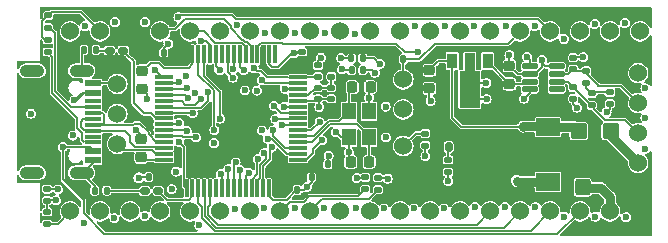
<source format=gtl>
G04 #@! TF.GenerationSoftware,KiCad,Pcbnew,(6.0.7-1)-1*
G04 #@! TF.CreationDate,2023-01-12T11:00:53-05:00*
G04 #@! TF.ProjectId,F405_pill,46343035-5f70-4696-9c6c-2e6b69636164,rev?*
G04 #@! TF.SameCoordinates,Original*
G04 #@! TF.FileFunction,Copper,L1,Top*
G04 #@! TF.FilePolarity,Positive*
%FSLAX46Y46*%
G04 Gerber Fmt 4.6, Leading zero omitted, Abs format (unit mm)*
G04 Created by KiCad (PCBNEW (6.0.7-1)-1) date 2023-01-12 11:00:53*
%MOMM*%
%LPD*%
G01*
G04 APERTURE LIST*
G04 Aperture macros list*
%AMRoundRect*
0 Rectangle with rounded corners*
0 $1 Rounding radius*
0 $2 $3 $4 $5 $6 $7 $8 $9 X,Y pos of 4 corners*
0 Add a 4 corners polygon primitive as box body*
4,1,4,$2,$3,$4,$5,$6,$7,$8,$9,$2,$3,0*
0 Add four circle primitives for the rounded corners*
1,1,$1+$1,$2,$3*
1,1,$1+$1,$4,$5*
1,1,$1+$1,$6,$7*
1,1,$1+$1,$8,$9*
0 Add four rect primitives between the rounded corners*
20,1,$1+$1,$2,$3,$4,$5,0*
20,1,$1+$1,$4,$5,$6,$7,0*
20,1,$1+$1,$6,$7,$8,$9,0*
20,1,$1+$1,$8,$9,$2,$3,0*%
%AMFreePoly0*
4,1,9,3.862500,-0.866500,0.737500,-0.866500,0.737500,-0.450000,-0.737500,-0.450000,-0.737500,0.450000,0.737500,0.450000,0.737500,0.866500,3.862500,0.866500,3.862500,-0.866500,3.862500,-0.866500,$1*%
G04 Aperture macros list end*
G04 #@! TA.AperFunction,SMDPad,CuDef*
%ADD10RoundRect,0.135000X0.185000X-0.135000X0.185000X0.135000X-0.185000X0.135000X-0.185000X-0.135000X0*%
G04 #@! TD*
G04 #@! TA.AperFunction,SMDPad,CuDef*
%ADD11RoundRect,0.225000X0.250000X-0.225000X0.250000X0.225000X-0.250000X0.225000X-0.250000X-0.225000X0*%
G04 #@! TD*
G04 #@! TA.AperFunction,SMDPad,CuDef*
%ADD12RoundRect,0.225000X-0.250000X0.225000X-0.250000X-0.225000X0.250000X-0.225000X0.250000X0.225000X0*%
G04 #@! TD*
G04 #@! TA.AperFunction,SMDPad,CuDef*
%ADD13RoundRect,0.140000X0.140000X0.170000X-0.140000X0.170000X-0.140000X-0.170000X0.140000X-0.170000X0*%
G04 #@! TD*
G04 #@! TA.AperFunction,SMDPad,CuDef*
%ADD14RoundRect,0.135000X-0.135000X-0.185000X0.135000X-0.185000X0.135000X0.185000X-0.135000X0.185000X0*%
G04 #@! TD*
G04 #@! TA.AperFunction,SMDPad,CuDef*
%ADD15RoundRect,0.160000X0.160000X-0.222500X0.160000X0.222500X-0.160000X0.222500X-0.160000X-0.222500X0*%
G04 #@! TD*
G04 #@! TA.AperFunction,SMDPad,CuDef*
%ADD16R,2.000000X1.500000*%
G04 #@! TD*
G04 #@! TA.AperFunction,SMDPad,CuDef*
%ADD17R,2.000000X3.800000*%
G04 #@! TD*
G04 #@! TA.AperFunction,SMDPad,CuDef*
%ADD18RoundRect,0.140000X0.170000X-0.140000X0.170000X0.140000X-0.170000X0.140000X-0.170000X-0.140000X0*%
G04 #@! TD*
G04 #@! TA.AperFunction,ComponentPad*
%ADD19C,1.524000*%
G04 #@! TD*
G04 #@! TA.AperFunction,SMDPad,CuDef*
%ADD20R,1.200000X1.400000*%
G04 #@! TD*
G04 #@! TA.AperFunction,SMDPad,CuDef*
%ADD21RoundRect,0.225000X-0.225000X-0.250000X0.225000X-0.250000X0.225000X0.250000X-0.225000X0.250000X0*%
G04 #@! TD*
G04 #@! TA.AperFunction,SMDPad,CuDef*
%ADD22RoundRect,0.140000X-0.170000X0.140000X-0.170000X-0.140000X0.170000X-0.140000X0.170000X0.140000X0*%
G04 #@! TD*
G04 #@! TA.AperFunction,SMDPad,CuDef*
%ADD23R,0.900000X1.300000*%
G04 #@! TD*
G04 #@! TA.AperFunction,SMDPad,CuDef*
%ADD24FreePoly0,270.000000*%
G04 #@! TD*
G04 #@! TA.AperFunction,SMDPad,CuDef*
%ADD25RoundRect,0.140000X-0.140000X-0.170000X0.140000X-0.170000X0.140000X0.170000X-0.140000X0.170000X0*%
G04 #@! TD*
G04 #@! TA.AperFunction,SMDPad,CuDef*
%ADD26RoundRect,0.250000X-0.450000X-0.425000X0.450000X-0.425000X0.450000X0.425000X-0.450000X0.425000X0*%
G04 #@! TD*
G04 #@! TA.AperFunction,SMDPad,CuDef*
%ADD27RoundRect,0.135000X-0.185000X0.135000X-0.185000X-0.135000X0.185000X-0.135000X0.185000X0.135000X0*%
G04 #@! TD*
G04 #@! TA.AperFunction,SMDPad,CuDef*
%ADD28RoundRect,0.160000X-0.222500X-0.160000X0.222500X-0.160000X0.222500X0.160000X-0.222500X0.160000X0*%
G04 #@! TD*
G04 #@! TA.AperFunction,SMDPad,CuDef*
%ADD29RoundRect,0.075000X0.700000X0.075000X-0.700000X0.075000X-0.700000X-0.075000X0.700000X-0.075000X0*%
G04 #@! TD*
G04 #@! TA.AperFunction,SMDPad,CuDef*
%ADD30RoundRect,0.075000X0.075000X0.700000X-0.075000X0.700000X-0.075000X-0.700000X0.075000X-0.700000X0*%
G04 #@! TD*
G04 #@! TA.AperFunction,SMDPad,CuDef*
%ADD31RoundRect,0.225000X0.225000X0.250000X-0.225000X0.250000X-0.225000X-0.250000X0.225000X-0.250000X0*%
G04 #@! TD*
G04 #@! TA.AperFunction,SMDPad,CuDef*
%ADD32RoundRect,0.147500X-0.172500X0.147500X-0.172500X-0.147500X0.172500X-0.147500X0.172500X0.147500X0*%
G04 #@! TD*
G04 #@! TA.AperFunction,SMDPad,CuDef*
%ADD33RoundRect,0.250000X-0.425000X0.450000X-0.425000X-0.450000X0.425000X-0.450000X0.425000X0.450000X0*%
G04 #@! TD*
G04 #@! TA.AperFunction,SMDPad,CuDef*
%ADD34RoundRect,0.125000X-0.537500X-0.125000X0.537500X-0.125000X0.537500X0.125000X-0.537500X0.125000X0*%
G04 #@! TD*
G04 #@! TA.AperFunction,SMDPad,CuDef*
%ADD35R,1.450000X0.600000*%
G04 #@! TD*
G04 #@! TA.AperFunction,SMDPad,CuDef*
%ADD36R,1.450000X0.300000*%
G04 #@! TD*
G04 #@! TA.AperFunction,ComponentPad*
%ADD37O,2.100000X1.050000*%
G04 #@! TD*
G04 #@! TA.AperFunction,ViaPad*
%ADD38C,0.600000*%
G04 #@! TD*
G04 #@! TA.AperFunction,Conductor*
%ADD39C,0.160000*%
G04 #@! TD*
G04 #@! TA.AperFunction,Conductor*
%ADD40C,0.800000*%
G04 #@! TD*
G04 APERTURE END LIST*
D10*
X130900000Y-88966000D03*
X130900000Y-87946000D03*
D11*
X104901000Y-87713000D03*
X104901000Y-86163000D03*
D12*
X105007000Y-80412000D03*
X105007000Y-81962000D03*
D13*
X106490000Y-89400000D03*
X105530000Y-89400000D03*
X107780000Y-78860000D03*
X106820000Y-78860000D03*
D14*
X126070000Y-79430000D03*
X127090000Y-79430000D03*
D15*
X130930000Y-86848500D03*
X130930000Y-85703500D03*
D16*
X139332000Y-89775600D03*
D17*
X133032000Y-87475600D03*
D16*
X139332000Y-87475600D03*
X139332000Y-85175600D03*
D18*
X96940000Y-91380000D03*
X96940000Y-90420000D03*
D19*
X146982000Y-88222000D03*
X146982000Y-85682000D03*
X146982000Y-83142000D03*
X146982000Y-80602000D03*
D20*
X124180000Y-86033000D03*
X124180000Y-83833000D03*
X122480000Y-83833000D03*
X122480000Y-86033000D03*
D19*
X127090000Y-81120000D03*
X127090000Y-83660000D03*
D18*
X119860000Y-80890000D03*
X119860000Y-79930000D03*
X118514000Y-79763000D03*
X118514000Y-78803000D03*
D21*
X122766000Y-81758000D03*
X124316000Y-81758000D03*
D10*
X128960000Y-86730000D03*
X128960000Y-85710000D03*
D22*
X119858000Y-81814000D03*
X119858000Y-82774000D03*
D23*
X134230000Y-79590000D03*
D24*
X132730000Y-79677500D03*
D23*
X131230000Y-79590000D03*
D25*
X119750000Y-88330000D03*
X120710000Y-88330000D03*
D26*
X141950000Y-85500000D03*
X144650000Y-85500000D03*
D10*
X142570000Y-81420000D03*
X142570000Y-80400000D03*
D27*
X96930000Y-92350000D03*
X96930000Y-93370000D03*
D22*
X121000000Y-81820000D03*
X121000000Y-82780000D03*
D10*
X96975000Y-78810000D03*
X96975000Y-77790000D03*
D25*
X117150000Y-90500000D03*
X118110000Y-90500000D03*
D28*
X102227500Y-78680000D03*
X103372500Y-78680000D03*
D29*
X118167000Y-88429000D03*
X118167000Y-87929000D03*
X118167000Y-87429000D03*
X118167000Y-86929000D03*
X118167000Y-86429000D03*
X118167000Y-85929000D03*
X118167000Y-85429000D03*
X118167000Y-84929000D03*
X118167000Y-84429000D03*
X118167000Y-83929000D03*
X118167000Y-83429000D03*
X118167000Y-82929000D03*
X118167000Y-82429000D03*
X118167000Y-81929000D03*
X118167000Y-81429000D03*
X118167000Y-80929000D03*
D30*
X116242000Y-79004000D03*
X115742000Y-79004000D03*
X115242000Y-79004000D03*
X114742000Y-79004000D03*
X114242000Y-79004000D03*
X113742000Y-79004000D03*
X113242000Y-79004000D03*
X112742000Y-79004000D03*
X112242000Y-79004000D03*
X111742000Y-79004000D03*
X111242000Y-79004000D03*
X110742000Y-79004000D03*
X110242000Y-79004000D03*
X109742000Y-79004000D03*
X109242000Y-79004000D03*
X108742000Y-79004000D03*
D29*
X106817000Y-80929000D03*
X106817000Y-81429000D03*
X106817000Y-81929000D03*
X106817000Y-82429000D03*
X106817000Y-82929000D03*
X106817000Y-83429000D03*
X106817000Y-83929000D03*
X106817000Y-84429000D03*
X106817000Y-84929000D03*
X106817000Y-85429000D03*
X106817000Y-85929000D03*
X106817000Y-86429000D03*
X106817000Y-86929000D03*
X106817000Y-87429000D03*
X106817000Y-87929000D03*
X106817000Y-88429000D03*
D30*
X108742000Y-90354000D03*
X109242000Y-90354000D03*
X109742000Y-90354000D03*
X110242000Y-90354000D03*
X110742000Y-90354000D03*
X111242000Y-90354000D03*
X111742000Y-90354000D03*
X112242000Y-90354000D03*
X112742000Y-90354000D03*
X113242000Y-90354000D03*
X113742000Y-90354000D03*
X114242000Y-90354000D03*
X114742000Y-90354000D03*
X115242000Y-90354000D03*
X115742000Y-90354000D03*
X116242000Y-90354000D03*
D10*
X143040000Y-83330000D03*
X143040000Y-82310000D03*
X97000000Y-76735000D03*
X97000000Y-75715000D03*
D25*
X122700000Y-79350000D03*
X123660000Y-79350000D03*
D18*
X141480000Y-80248000D03*
X141480000Y-79288000D03*
D31*
X124189000Y-88108000D03*
X122639000Y-88108000D03*
D19*
X127090000Y-89310000D03*
X127090000Y-86770000D03*
D32*
X121000000Y-79915000D03*
X121000000Y-80885000D03*
D33*
X142300000Y-87550000D03*
X142300000Y-90250000D03*
D34*
X137802500Y-80025000D03*
X137802500Y-80675000D03*
X137802500Y-81325000D03*
X137802500Y-81975000D03*
X140077500Y-81975000D03*
X140077500Y-81325000D03*
X140077500Y-80675000D03*
X140077500Y-80025000D03*
D19*
X147147000Y-77057000D03*
X144607000Y-77057000D03*
X142067000Y-77057000D03*
X139527000Y-77057000D03*
X136987000Y-77057000D03*
X134447000Y-77057000D03*
X131907000Y-77057000D03*
X129367000Y-77057000D03*
X126827000Y-77057000D03*
X124287000Y-77057000D03*
X121747000Y-77057000D03*
X119207000Y-77057000D03*
X116667000Y-77057000D03*
X114127000Y-77057000D03*
X111587000Y-77057000D03*
X109047000Y-77057000D03*
X106507000Y-77057000D03*
X103967000Y-77057000D03*
X101427000Y-77057000D03*
X98887000Y-77057000D03*
X98887000Y-92297000D03*
X101427000Y-92297000D03*
X103967000Y-92297000D03*
X106507000Y-92297000D03*
X109047000Y-92297000D03*
X111587000Y-92297000D03*
X114103395Y-92306993D03*
X116667000Y-92297000D03*
X119207000Y-92297000D03*
X121747000Y-92297000D03*
X124287000Y-92297000D03*
X126827000Y-92297000D03*
X129367000Y-92297000D03*
X131907000Y-92297000D03*
X134447000Y-92297000D03*
X136987000Y-92297000D03*
X139527000Y-92297000D03*
X142067000Y-92297000D03*
X144607000Y-92297000D03*
X147147000Y-92297000D03*
D10*
X123880000Y-90430000D03*
X123880000Y-89410000D03*
D12*
X129300000Y-80335000D03*
X129300000Y-81885000D03*
D10*
X124960000Y-90470000D03*
X124960000Y-89450000D03*
D19*
X102882000Y-81502000D03*
X102882000Y-84042000D03*
X102882000Y-86582000D03*
X102882000Y-89122000D03*
D25*
X122710000Y-80330000D03*
X123670000Y-80330000D03*
X118370000Y-89420000D03*
X119330000Y-89420000D03*
D11*
X136080000Y-81515000D03*
X136080000Y-79965000D03*
D35*
X100777000Y-81462000D03*
X100777000Y-82262000D03*
D36*
X100777000Y-83462000D03*
X100777000Y-84462000D03*
X100777000Y-84962000D03*
X100777000Y-85962000D03*
D35*
X100777000Y-87962000D03*
X100777000Y-87162000D03*
D36*
X100777000Y-86462000D03*
X100777000Y-85462000D03*
X100777000Y-83962000D03*
X100777000Y-82962000D03*
D37*
X99862000Y-80392000D03*
X99862000Y-89032000D03*
X95682000Y-80392000D03*
X95682000Y-89032000D03*
D14*
X100050000Y-78640000D03*
X101070000Y-78640000D03*
D22*
X144600000Y-82222000D03*
X144600000Y-83182000D03*
D28*
X105197500Y-90580000D03*
X106342500Y-90580000D03*
D22*
X141480000Y-81800000D03*
X141480000Y-82760000D03*
D14*
X100970000Y-90540000D03*
X101990000Y-90540000D03*
D38*
X128960000Y-87640000D03*
X118940000Y-90214152D03*
X145850000Y-76360000D03*
X99100000Y-85875000D03*
X113660000Y-82060000D03*
X140680000Y-77690000D03*
X142330000Y-79250000D03*
X138210000Y-76620000D03*
X115390000Y-77180000D03*
X134150000Y-82810000D03*
X144300000Y-83900000D03*
X115330000Y-92050000D03*
X128030000Y-92050000D03*
X133170000Y-91900000D03*
X138847972Y-79474343D03*
X123065943Y-92050000D03*
X105220000Y-76280000D03*
X119980000Y-83450000D03*
X125490000Y-92050000D03*
X141782000Y-83512000D03*
X145950000Y-92800000D03*
X112850000Y-92130000D03*
X121400000Y-85600000D03*
X129400000Y-82960000D03*
X135700000Y-91900000D03*
X109430000Y-82260000D03*
X107475000Y-90400000D03*
X122480000Y-87300000D03*
X136682000Y-89712000D03*
X108690000Y-80830000D03*
X134130000Y-81430000D03*
X128080000Y-76620000D03*
X111060000Y-86530000D03*
X133090000Y-76620000D03*
X109820000Y-93470000D03*
X105430000Y-82810000D03*
X143310000Y-76420000D03*
X112990000Y-76510000D03*
X117900000Y-92050000D03*
X117900000Y-77180000D03*
X102630000Y-92850000D03*
X125610000Y-86040000D03*
X147590000Y-81880000D03*
X114692787Y-82067272D03*
X117831068Y-78900000D03*
X147590000Y-84390000D03*
X123000000Y-77250000D03*
X124210000Y-82670000D03*
X105200000Y-92690000D03*
X136080000Y-79070000D03*
X115110000Y-85450000D03*
X120460000Y-77220000D03*
X140730000Y-92740000D03*
X130900000Y-89740000D03*
X100050000Y-93310000D03*
X120760000Y-87574500D03*
X109972088Y-77855560D03*
X120410000Y-92050000D03*
X95550000Y-84020000D03*
X100150000Y-76610000D03*
X104710000Y-89460000D03*
X102670000Y-76270000D03*
X107210000Y-78110000D03*
X147590000Y-87000000D03*
X107850000Y-88925000D03*
X135760000Y-76620000D03*
X130640000Y-76620000D03*
X143360000Y-92740000D03*
X104450000Y-85400000D03*
X125590000Y-83420000D03*
X130550000Y-92050000D03*
X97860000Y-90440000D03*
X138280000Y-91900000D03*
X146120000Y-84150000D03*
X132170000Y-89870000D03*
X133910000Y-89910000D03*
X145280000Y-80910000D03*
X115450000Y-81920000D03*
X107280000Y-89500000D03*
X117370000Y-80050000D03*
X107810000Y-92610000D03*
X95520000Y-85990000D03*
X134540000Y-85770000D03*
X108107692Y-86429808D03*
X114780942Y-87870942D03*
X99240000Y-82890000D03*
X137250000Y-85126000D03*
X98250000Y-86860000D03*
X106060000Y-80290000D03*
X97710000Y-91370000D03*
X108140000Y-81347638D03*
X108800000Y-81850000D03*
X108864000Y-82733000D03*
X108089000Y-84808000D03*
X108750000Y-85480000D03*
X109530000Y-86040000D03*
X120213256Y-86273256D03*
X124687906Y-80559500D03*
X125130000Y-79800000D03*
X115640942Y-86169058D03*
X120130000Y-79280000D03*
X116100000Y-85440000D03*
X116839000Y-84978000D03*
X116264000Y-84453500D03*
X116135884Y-83364355D03*
X116990000Y-83430000D03*
X121920000Y-80278500D03*
X117050000Y-81920000D03*
X121840000Y-79330000D03*
X115110000Y-81170000D03*
X114439655Y-80189655D03*
X128350000Y-78810000D03*
X113580000Y-80360000D03*
X111560000Y-80290000D03*
X111590000Y-84440000D03*
X123150000Y-89472804D03*
X111100000Y-85390000D03*
X125760000Y-89520000D03*
X108049122Y-75859122D03*
X109980000Y-82770000D03*
X110530000Y-82210000D03*
X109260000Y-83992500D03*
X111640000Y-89160000D03*
X112262500Y-88736649D03*
X112892025Y-88154020D03*
X113276592Y-88780072D03*
X114000000Y-89075000D03*
X137320000Y-82750000D03*
X115330000Y-87350000D03*
X115947094Y-86842906D03*
X137560000Y-79210000D03*
X120000000Y-84710000D03*
X112690500Y-80240000D03*
X112650000Y-80980000D03*
D39*
X124180000Y-85933000D02*
X123180000Y-84933000D01*
X120875396Y-84933000D02*
X119379396Y-86429000D01*
X119379396Y-86429000D02*
X118167000Y-86429000D01*
X124180000Y-88099000D02*
X124189000Y-88108000D01*
X123180000Y-84933000D02*
X120875396Y-84933000D01*
X124180000Y-86033000D02*
X124180000Y-88099000D01*
X124180000Y-86033000D02*
X124180000Y-85933000D01*
X97840000Y-90420000D02*
X97860000Y-90440000D01*
X110742000Y-79004000D02*
X110742000Y-78211000D01*
X100970000Y-90540000D02*
X100970000Y-90140000D01*
X120994000Y-82774000D02*
X121000000Y-82780000D01*
X138847972Y-80073363D02*
X138847972Y-79474343D01*
X119858000Y-82774000D02*
X120994000Y-82774000D01*
X122480000Y-86033000D02*
X122480000Y-87949000D01*
X122480000Y-86033000D02*
X121833000Y-86033000D01*
X104901000Y-86163000D02*
X104901000Y-85851000D01*
X124180000Y-82021000D02*
X124443000Y-81758000D01*
X97240000Y-75450000D02*
X96975000Y-75715000D01*
X119980000Y-82896000D02*
X119858000Y-82774000D01*
X119330000Y-89824152D02*
X118940000Y-90214152D01*
X141518000Y-79250000D02*
X141480000Y-79288000D01*
D40*
X144650000Y-85890000D02*
X144650000Y-85500000D01*
D39*
X144600000Y-83600000D02*
X144300000Y-83900000D01*
X120720000Y-87614500D02*
X120760000Y-87574500D01*
X110742000Y-78211000D02*
X110386560Y-77855560D01*
X120720000Y-88265500D02*
X120720000Y-87614500D01*
X118030000Y-90500000D02*
X118110000Y-90500000D01*
D40*
X144579000Y-91221000D02*
X144579000Y-91079000D01*
D39*
X138847972Y-79474343D02*
X138847972Y-79747972D01*
X96500000Y-77500000D02*
X96790000Y-77790000D01*
X133040000Y-82810000D02*
X134150000Y-82810000D01*
X132730000Y-82500000D02*
X133020000Y-82790000D01*
X100807000Y-81442000D02*
X102820000Y-81442000D01*
X124180000Y-83833000D02*
X124180000Y-82021000D01*
X99862000Y-78828000D02*
X99862000Y-80392000D01*
X132730000Y-79677500D02*
X132730000Y-80850000D01*
X142330000Y-79250000D02*
X141518000Y-79250000D01*
X106820000Y-78860000D02*
X106820000Y-78500000D01*
D40*
X138873000Y-89775600D02*
X136782000Y-89775600D01*
D39*
X104901000Y-85851000D02*
X104450000Y-85400000D01*
X141480000Y-82760000D02*
X141480000Y-83210000D01*
X105430000Y-82810000D02*
X105430000Y-82385000D01*
X128960000Y-86730000D02*
X128960000Y-87640000D01*
X117221000Y-91309000D02*
X118030000Y-90500000D01*
X104770000Y-89400000D02*
X104710000Y-89460000D01*
X105530000Y-89400000D02*
X104770000Y-89400000D01*
X129300000Y-82860000D02*
X129400000Y-82960000D01*
X144600000Y-83182000D02*
X144600000Y-83600000D01*
X118110000Y-90500000D02*
X118654152Y-90500000D01*
X138847972Y-79747972D02*
X139125000Y-80025000D01*
X130900000Y-88966000D02*
X130900000Y-89740000D01*
X133240000Y-81360000D02*
X133310000Y-81430000D01*
X138246335Y-80675000D02*
X138847972Y-80073363D01*
X132730000Y-80850000D02*
X133240000Y-81360000D01*
X116001315Y-80104000D02*
X116489253Y-80104000D01*
X119980000Y-83450000D02*
X119980000Y-82896000D01*
X139125000Y-80025000D02*
X140077500Y-80025000D01*
X136080000Y-79965000D02*
X136080000Y-79070000D01*
X118060000Y-90470000D02*
X118130000Y-90470000D01*
X100970000Y-90140000D02*
X99862000Y-89032000D01*
D40*
X144579000Y-91079000D02*
X143837500Y-90337500D01*
D39*
X100877000Y-88117000D02*
X99962000Y-89032000D01*
X124316000Y-81758000D02*
X124316000Y-82026000D01*
X137802500Y-80675000D02*
X138246335Y-80675000D01*
X101427000Y-77057000D02*
X99820000Y-75450000D01*
X110386560Y-77855560D02*
X109972088Y-77855560D01*
X115742000Y-79004000D02*
X115742000Y-79844685D01*
X96500000Y-76215000D02*
X96500000Y-77500000D01*
X116489253Y-80104000D02*
X117790253Y-78803000D01*
X106820000Y-78500000D02*
X107210000Y-78110000D01*
X118654152Y-90500000D02*
X118940000Y-90214152D01*
X129300000Y-81885000D02*
X129300000Y-82860000D01*
X100050000Y-78640000D02*
X99862000Y-78828000D01*
X122480000Y-87949000D02*
X122639000Y-88108000D01*
X121833000Y-86033000D02*
X121400000Y-85600000D01*
X141480000Y-83210000D02*
X141782000Y-83512000D01*
X115742000Y-90354000D02*
X115742000Y-90989624D01*
X96940000Y-90420000D02*
X97840000Y-90420000D01*
X132730000Y-79677500D02*
X132730000Y-82500000D01*
X105430000Y-82385000D02*
X105007000Y-81962000D01*
X96790000Y-77790000D02*
X96975000Y-77790000D01*
X117831068Y-78900000D02*
X118417000Y-78900000D01*
X137802500Y-80675000D02*
X136790000Y-80675000D01*
X115742000Y-90989624D02*
X116061376Y-91309000D01*
D40*
X146982000Y-88222000D02*
X144650000Y-85890000D01*
D39*
X136790000Y-80675000D02*
X136080000Y-79965000D01*
X133310000Y-81430000D02*
X134130000Y-81430000D01*
X117790253Y-78803000D02*
X118514000Y-78803000D01*
X133020000Y-82790000D02*
X133040000Y-82810000D01*
X118417000Y-78900000D02*
X118514000Y-78803000D01*
X99820000Y-75450000D02*
X97240000Y-75450000D01*
X115742000Y-79844685D02*
X116001315Y-80104000D01*
X116061376Y-91309000D02*
X117221000Y-91309000D01*
X119330000Y-89420000D02*
X119330000Y-89824152D01*
D40*
X144579000Y-92333000D02*
X144579000Y-91221000D01*
D39*
X119703000Y-82929000D02*
X118167000Y-82929000D01*
X122480000Y-87300000D02*
X122480000Y-87949000D01*
D40*
X136782000Y-89775600D02*
X136718400Y-89712000D01*
D39*
X97000000Y-75715000D02*
X96500000Y-76215000D01*
X119858000Y-82774000D02*
X119703000Y-82929000D01*
D40*
X143837500Y-90337500D02*
X142400000Y-90337500D01*
D39*
X121000000Y-81808000D02*
X121000000Y-80800000D01*
X119858000Y-81814000D02*
X119662000Y-81814000D01*
X119662000Y-81814000D02*
X119047000Y-82429000D01*
X119047000Y-82429000D02*
X118167000Y-82429000D01*
X120973000Y-81814000D02*
X121001000Y-81786000D01*
X119858000Y-81814000D02*
X120973000Y-81814000D01*
X108598000Y-78860000D02*
X108742000Y-79004000D01*
X117004000Y-90354000D02*
X117150000Y-90500000D01*
X115242000Y-79004000D02*
X115242000Y-79981081D01*
X115814919Y-80554000D02*
X117723000Y-80554000D01*
D40*
X147094000Y-90724000D02*
X144110500Y-87740500D01*
D39*
X106817000Y-89179000D02*
X106617000Y-89379000D01*
X117150000Y-89980000D02*
X117710000Y-89420000D01*
X117150000Y-90500000D02*
X117150000Y-89980000D01*
X139573900Y-87475600D02*
X139332000Y-87475600D01*
X115242000Y-79981081D02*
X115814919Y-80554000D01*
D40*
X147094000Y-92318000D02*
X147094000Y-90724000D01*
D39*
X117710000Y-89420000D02*
X118370000Y-89420000D01*
X121115000Y-79800000D02*
X121000000Y-79915000D01*
D40*
X144110500Y-87710500D02*
X143662500Y-87262500D01*
D39*
X116242000Y-90354000D02*
X117004000Y-90354000D01*
X102882000Y-89122000D02*
X103139000Y-89379000D01*
X107780000Y-78860000D02*
X108598000Y-78860000D01*
X106817000Y-88429000D02*
X106817000Y-89179000D01*
X117723000Y-80554000D02*
X118514000Y-79763000D01*
X106590000Y-89500000D02*
X106490000Y-89400000D01*
D40*
X142400000Y-87262500D02*
X139545100Y-87262500D01*
D39*
X116242000Y-90354000D02*
X116242000Y-90461000D01*
X118167000Y-88429000D02*
X119692000Y-88429000D01*
X107280000Y-89500000D02*
X106590000Y-89500000D01*
D40*
X143662500Y-87262500D02*
X142400000Y-87262500D01*
X139545100Y-87262500D02*
X139332000Y-87475600D01*
X144110500Y-87740500D02*
X144110500Y-87710500D01*
X133382000Y-87212000D02*
X139682000Y-87212000D01*
D39*
X122480000Y-82171000D02*
X122893000Y-81758000D01*
X122480000Y-83833000D02*
X122480000Y-82171000D01*
X119511700Y-85929000D02*
X120810700Y-84630000D01*
X120810700Y-84630000D02*
X121683000Y-84630000D01*
X118167000Y-85929000D02*
X119511700Y-85929000D01*
X121683000Y-84630000D02*
X122480000Y-83833000D01*
X105689000Y-79730000D02*
X105007000Y-80412000D01*
X106390000Y-79730000D02*
X105689000Y-79730000D01*
X106790000Y-80130000D02*
X106390000Y-79730000D01*
X109242000Y-79844685D02*
X108956685Y-80130000D01*
X108956685Y-80130000D02*
X106790000Y-80130000D01*
X109242000Y-79004000D02*
X109242000Y-79844685D01*
X106817000Y-87929000D02*
X104833000Y-87929000D01*
X142570000Y-81840000D02*
X143040000Y-82310000D01*
X144600000Y-82222000D02*
X143372000Y-82222000D01*
X142570000Y-81420000D02*
X142570000Y-81840000D01*
X143610000Y-81670000D02*
X143610000Y-81630883D01*
X140077500Y-80675000D02*
X141053000Y-80675000D01*
X141053000Y-80675000D02*
X141480000Y-80248000D01*
X145510000Y-81670000D02*
X143610000Y-81670000D01*
X146982000Y-83142000D02*
X145510000Y-81670000D01*
X141632000Y-80400000D02*
X141480000Y-80248000D01*
X143610000Y-81630883D02*
X142570000Y-80590883D01*
X142570000Y-80590883D02*
X142570000Y-80400000D01*
X142570000Y-80400000D02*
X141632000Y-80400000D01*
X108513942Y-90125942D02*
X108513942Y-86836058D01*
X108742000Y-90354000D02*
X108513942Y-90125942D01*
X108107692Y-86429808D02*
X108513942Y-86836058D01*
X106153091Y-87429000D02*
X105874091Y-87150000D01*
X106817000Y-87429000D02*
X106181376Y-87429000D01*
X105840000Y-87080000D02*
X105833000Y-87073000D01*
X106817000Y-87429000D02*
X106153091Y-87429000D01*
X106181376Y-87429000D02*
X105840000Y-87087624D01*
X103373000Y-87073000D02*
X105833000Y-87073000D01*
X103373000Y-87073000D02*
X102882000Y-86582000D01*
X105840000Y-87087624D02*
X105840000Y-87080000D01*
X114242000Y-90354000D02*
X114242000Y-89610818D01*
X114722000Y-87929884D02*
X114780942Y-87870942D01*
X128960000Y-85710000D02*
X128150000Y-85710000D01*
X114722000Y-89130818D02*
X114722000Y-87929884D01*
X128150000Y-85710000D02*
X127090000Y-86770000D01*
X114242000Y-89610818D02*
X114722000Y-89130818D01*
X99264000Y-82890000D02*
X99240000Y-82890000D01*
X99892000Y-82262000D02*
X99264000Y-82890000D01*
X100777000Y-82262000D02*
X99892000Y-82262000D01*
X100032000Y-82262000D02*
X100877000Y-82262000D01*
D40*
X141625600Y-85175600D02*
X139332000Y-85175600D01*
X137264000Y-85112000D02*
X139282000Y-85112000D01*
D39*
X101790000Y-94210000D02*
X100020000Y-92440000D01*
X140122000Y-94210000D02*
X101790000Y-94210000D01*
X142014000Y-92318000D02*
X140122000Y-94210000D01*
X100475000Y-86860000D02*
X98250000Y-86860000D01*
X131230000Y-79590000D02*
X131230000Y-84360000D01*
D40*
X137250000Y-85126000D02*
X137264000Y-85112000D01*
D39*
X131996000Y-85126000D02*
X137250000Y-85126000D01*
X131230000Y-84360000D02*
X131996000Y-85126000D01*
X100020000Y-92440000D02*
X100020000Y-91370000D01*
X100777000Y-87162000D02*
X100475000Y-86860000D01*
X130045000Y-79590000D02*
X131230000Y-79590000D01*
D40*
X141950000Y-85500000D02*
X141625600Y-85175600D01*
D39*
X100877000Y-87162000D02*
X100591999Y-86876999D01*
X98250000Y-89600000D02*
X98250000Y-86860000D01*
X129300000Y-80335000D02*
X130045000Y-79590000D01*
X99454000Y-82840000D02*
X100032000Y-82262000D01*
X100020000Y-91370000D02*
X98250000Y-89600000D01*
X96950000Y-91370000D02*
X96940000Y-91380000D01*
X96930000Y-92350000D02*
X96930000Y-91390000D01*
X96930000Y-91390000D02*
X96940000Y-91380000D01*
X106817000Y-80929000D02*
X106699000Y-80929000D01*
X106699000Y-80929000D02*
X106060000Y-80290000D01*
X97710000Y-91370000D02*
X96950000Y-91370000D01*
X108058638Y-81429000D02*
X106817000Y-81429000D01*
X108140000Y-81347638D02*
X108058638Y-81429000D01*
X108800000Y-81850000D02*
X108721000Y-81929000D01*
X108721000Y-81929000D02*
X106817000Y-81929000D01*
X106817000Y-82429000D02*
X106868000Y-82480000D01*
X106868000Y-82480000D02*
X108611000Y-82480000D01*
X108611000Y-82480000D02*
X108864000Y-82733000D01*
X106817000Y-84929000D02*
X107968000Y-84929000D01*
X107968000Y-84929000D02*
X108089000Y-84808000D01*
X108699000Y-85429000D02*
X108750000Y-85480000D01*
X108463116Y-85429000D02*
X108699000Y-85429000D01*
X108463116Y-85429000D02*
X106817000Y-85429000D01*
X109510000Y-86020000D02*
X109530000Y-86040000D01*
X108460000Y-86020000D02*
X108369808Y-85929808D01*
X108460000Y-86020000D02*
X109510000Y-86020000D01*
X108369808Y-85929808D02*
X106817808Y-85929808D01*
X106817808Y-85929808D02*
X106817000Y-85929000D01*
X119432000Y-87362000D02*
X119432000Y-87054512D01*
X124458406Y-80330000D02*
X124687906Y-80559500D01*
X118865000Y-87929000D02*
X119432000Y-87362000D01*
X123670000Y-80330000D02*
X124458406Y-80330000D01*
X119432000Y-87054512D02*
X120213256Y-86273256D01*
X118167000Y-87929000D02*
X118865000Y-87929000D01*
X115951362Y-86169058D02*
X117211304Y-87429000D01*
X125130000Y-79800000D02*
X125070000Y-79800000D01*
X124620000Y-79350000D02*
X123660000Y-79350000D01*
X115951362Y-86169058D02*
X115640942Y-86169058D01*
X118167000Y-87429000D02*
X117211304Y-87429000D01*
X125070000Y-79800000D02*
X124620000Y-79350000D01*
X116100000Y-85440000D02*
X116100000Y-85950000D01*
X119860000Y-79550000D02*
X120130000Y-79280000D01*
X117079000Y-86929000D02*
X118167000Y-86929000D01*
X116100000Y-85950000D02*
X117079000Y-86929000D01*
X119860000Y-79930000D02*
X119860000Y-79550000D01*
X116839000Y-84978000D02*
X118118000Y-84978000D01*
X118118000Y-84978000D02*
X118167000Y-84929000D01*
X116264000Y-84453500D02*
X118142500Y-84453500D01*
X118142500Y-84453500D02*
X118167000Y-84429000D01*
X116701529Y-83930000D02*
X118166000Y-83930000D01*
X118166000Y-83930000D02*
X118167000Y-83929000D01*
X116135884Y-83364355D02*
X116701529Y-83930000D01*
X116991000Y-83429000D02*
X116990000Y-83430000D01*
X118167000Y-83429000D02*
X116991000Y-83429000D01*
X122710000Y-80330000D02*
X121971500Y-80330000D01*
X117050000Y-81920000D02*
X118158000Y-81920000D01*
X121971500Y-80330000D02*
X121920000Y-80278500D01*
X118158000Y-81920000D02*
X118167000Y-81929000D01*
X118167000Y-81429000D02*
X115375406Y-81429000D01*
X122700000Y-79350000D02*
X121860000Y-79350000D01*
X115375406Y-81429000D02*
X114980470Y-81034064D01*
X121860000Y-79350000D02*
X121840000Y-79330000D01*
X115057523Y-80433000D02*
X115582523Y-80958000D01*
X114683000Y-80433000D02*
X115057523Y-80433000D01*
X119821000Y-80929000D02*
X119860000Y-80890000D01*
X118167000Y-80929000D02*
X119821000Y-80929000D01*
X115582523Y-80958000D02*
X117364000Y-80958000D01*
X114439655Y-80189655D02*
X114683000Y-80433000D01*
X114742000Y-79004000D02*
X114742000Y-78340091D01*
X114841045Y-78241045D02*
X115063090Y-78019000D01*
X127200000Y-78810000D02*
X126490000Y-78100000D01*
X116819000Y-78019000D02*
X115063090Y-78019000D01*
X114742000Y-78340091D02*
X114841045Y-78241045D01*
X126490000Y-78100000D02*
X116900000Y-78100000D01*
X116900000Y-78100000D02*
X116819000Y-78019000D01*
X128350000Y-78810000D02*
X127200000Y-78810000D01*
X113853624Y-77980000D02*
X113721320Y-77980000D01*
X113511320Y-77770000D02*
X113470000Y-77770000D01*
X107736351Y-76879000D02*
X108605351Y-76010000D01*
X106685000Y-76879000D02*
X107736351Y-76879000D01*
X111872190Y-76010000D02*
X112490000Y-76627810D01*
X113721320Y-77980000D02*
X113511320Y-77770000D01*
X113470000Y-77770000D02*
X112490000Y-76790000D01*
X114242000Y-78368376D02*
X113853624Y-77980000D01*
X108605351Y-76010000D02*
X111872190Y-76010000D01*
X114242000Y-79004000D02*
X114242000Y-78368376D01*
X112490000Y-76627810D02*
X112490000Y-76790000D01*
X106507000Y-77057000D02*
X106685000Y-76879000D01*
X113742000Y-79004000D02*
X113742000Y-78368376D01*
X113403624Y-78030000D02*
X111160000Y-78030000D01*
X113742000Y-78368376D02*
X113403624Y-78030000D01*
X111160000Y-78030000D02*
X110187000Y-77057000D01*
X113742000Y-79004000D02*
X113742000Y-78362000D01*
X110187000Y-77057000D02*
X109047000Y-77057000D01*
X113270000Y-80020000D02*
X113270000Y-80050000D01*
X113270000Y-79032000D02*
X113270000Y-80020000D01*
X113242000Y-79004000D02*
X113270000Y-79032000D01*
X113270000Y-80050000D02*
X113580000Y-80360000D01*
X111242000Y-79972000D02*
X111560000Y-80290000D01*
X111242000Y-79004000D02*
X111242000Y-79972000D01*
X123880000Y-89410000D02*
X123770000Y-89410000D01*
X123770000Y-89410000D02*
X123640000Y-89540000D01*
X111590000Y-82195197D02*
X110242000Y-80847197D01*
X123572804Y-89472804D02*
X123150000Y-89472804D01*
X110242000Y-80847197D02*
X110242000Y-79004000D01*
X111590000Y-84440000D02*
X111590000Y-82195197D01*
X123640000Y-89540000D02*
X123572804Y-89472804D01*
X109742000Y-80714893D02*
X111040000Y-82012893D01*
X125690000Y-89450000D02*
X125760000Y-89520000D01*
X111040000Y-85330000D02*
X111100000Y-85390000D01*
X124960000Y-89450000D02*
X125690000Y-89450000D01*
X111040000Y-82012893D02*
X111040000Y-85330000D01*
X109742000Y-79004000D02*
X109742000Y-80714893D01*
X108324608Y-82929000D02*
X106817000Y-82929000D01*
X109980000Y-82770000D02*
X109497000Y-83253000D01*
X138480000Y-76010000D02*
X112920000Y-76010000D01*
X139527000Y-77057000D02*
X138480000Y-76010000D01*
X108198244Y-75710000D02*
X108049122Y-75859122D01*
X112620000Y-75710000D02*
X108198244Y-75710000D01*
X109497000Y-83253000D02*
X108648608Y-83253000D01*
X112920000Y-76010000D02*
X112620000Y-75710000D01*
X108648608Y-83253000D02*
X108324608Y-82929000D01*
X109944107Y-83513000D02*
X110530000Y-82927107D01*
X106817000Y-83429000D02*
X106901001Y-83513001D01*
X110530000Y-82927107D02*
X110530000Y-82210000D01*
X106901001Y-83513001D02*
X109944107Y-83513000D01*
X109260000Y-83992500D02*
X106880500Y-83992500D01*
X106880500Y-83992500D02*
X106817000Y-83929000D01*
X104257000Y-83157000D02*
X104257000Y-79594500D01*
X103712500Y-79020000D02*
X103372500Y-78680000D01*
X105735091Y-84011000D02*
X105111000Y-84011000D01*
X106153091Y-84429000D02*
X105735091Y-84011000D01*
X106817000Y-84429000D02*
X106153091Y-84429000D01*
X105111000Y-84011000D02*
X104257000Y-83157000D01*
X104257000Y-79594500D02*
X103712500Y-79050000D01*
X103712500Y-79050000D02*
X103712500Y-79020000D01*
X109242000Y-90989624D02*
X108922624Y-91309000D01*
X109242000Y-90354000D02*
X109242000Y-90989624D01*
X107071500Y-91309000D02*
X106342500Y-90580000D01*
X108922624Y-91309000D02*
X107071500Y-91309000D01*
X111150000Y-93950000D02*
X110020000Y-92820000D01*
X110020000Y-91900000D02*
X109742000Y-91622000D01*
X137874000Y-93950000D02*
X111150000Y-93950000D01*
X109742000Y-91622000D02*
X109742000Y-90354000D01*
X139527000Y-92297000D02*
X137874000Y-93950000D01*
X110020000Y-92820000D02*
X110020000Y-91900000D01*
X135594000Y-93690000D02*
X136987000Y-92297000D01*
X111260000Y-93690000D02*
X135594000Y-93690000D01*
X110280000Y-92710000D02*
X111260000Y-93690000D01*
X110242000Y-90354000D02*
X110280000Y-90392000D01*
X110280000Y-90392000D02*
X110280000Y-92710000D01*
X110742000Y-90354000D02*
X110742000Y-91728000D01*
X134447000Y-92297000D02*
X133314000Y-93430000D01*
X110742000Y-91728000D02*
X110540000Y-91930000D01*
X133314000Y-93430000D02*
X111380000Y-93430000D01*
X110540000Y-91930000D02*
X110540000Y-92590000D01*
X111380000Y-93430000D02*
X110540000Y-92590000D01*
X111742000Y-90354000D02*
X111742000Y-89262000D01*
X111742000Y-89262000D02*
X111640000Y-89160000D01*
X112242000Y-88757149D02*
X112262500Y-88736649D01*
X112242000Y-90354000D02*
X112242000Y-88757149D01*
X112892025Y-88154020D02*
X112762500Y-88283545D01*
X112762500Y-90333500D02*
X112742000Y-90354000D01*
X112762500Y-88283545D02*
X112762500Y-90333500D01*
X113242000Y-90354000D02*
X113242000Y-88814664D01*
X113242000Y-88814664D02*
X113276592Y-88780072D01*
X113742000Y-90354000D02*
X113742000Y-89333000D01*
X113742000Y-89333000D02*
X114000000Y-89075000D01*
X137802500Y-82267500D02*
X137320000Y-82750000D01*
X115450000Y-87470000D02*
X115330000Y-87350000D01*
X115450000Y-87880000D02*
X115450000Y-87470000D01*
X114982000Y-89478376D02*
X114982000Y-88358304D01*
X114970188Y-89490188D02*
X114982000Y-89478376D01*
X114742000Y-89718376D02*
X114970188Y-89490188D01*
X137802500Y-81975000D02*
X137802500Y-82267500D01*
X114982000Y-88348000D02*
X115450000Y-87880000D01*
X114742000Y-90354000D02*
X114742000Y-89718376D01*
X114982000Y-88358304D02*
X114982000Y-88348000D01*
X115335107Y-88392000D02*
X115824000Y-87903107D01*
X115242000Y-90354000D02*
X115242000Y-88466000D01*
X137802500Y-80025000D02*
X137802500Y-79452500D01*
X137802500Y-79452500D02*
X137560000Y-79210000D01*
X115316000Y-88392000D02*
X115335107Y-88392000D01*
X115242000Y-88466000D02*
X115316000Y-88392000D01*
X115824000Y-86966000D02*
X115947094Y-86842906D01*
X115824000Y-87903107D02*
X115824000Y-86966000D01*
X102227500Y-78680000D02*
X101110000Y-78680000D01*
X101110000Y-78680000D02*
X101070000Y-78640000D01*
X127090000Y-79430000D02*
X128437107Y-79430000D01*
X128437107Y-79430000D02*
X129750000Y-78117107D01*
X129750000Y-78090000D02*
X135954000Y-78090000D01*
X120000000Y-84710000D02*
X119281000Y-85429000D01*
X127090000Y-81120000D02*
X127090000Y-79430000D01*
X119281000Y-85429000D02*
X118167000Y-85429000D01*
X129750000Y-78117107D02*
X129750000Y-78090000D01*
X135954000Y-78090000D02*
X136437000Y-77607000D01*
X105520000Y-85610000D02*
X104770000Y-84860000D01*
X101582000Y-83942000D02*
X101732000Y-84092000D01*
X105520000Y-85767624D02*
X105520000Y-85610000D01*
X100807000Y-83942000D02*
X101582000Y-83942000D01*
X104320000Y-84860000D02*
X104170000Y-85010000D01*
X101672000Y-84942000D02*
X100807000Y-84942000D01*
X104770000Y-84860000D02*
X104320000Y-84860000D01*
X101732000Y-84092000D02*
X101732000Y-84882000D01*
X106181376Y-86429000D02*
X105520000Y-85767624D01*
X104170000Y-85010000D02*
X100825000Y-85010000D01*
X101732000Y-84882000D02*
X101672000Y-84942000D01*
X100825000Y-85010000D02*
X100777000Y-84962000D01*
X106817000Y-86429000D02*
X106181376Y-86429000D01*
X106701000Y-86813000D02*
X104383000Y-86813000D01*
X99763000Y-84692000D02*
X99763000Y-85173000D01*
X104383000Y-86813000D02*
X103982000Y-86412000D01*
X100032000Y-85442000D02*
X100807000Y-85442000D01*
X100807000Y-84442000D02*
X100013000Y-84442000D01*
X100013000Y-84442000D02*
X99763000Y-84692000D01*
X103982000Y-85912000D02*
X103532000Y-85462000D01*
X106817000Y-86929000D02*
X106701000Y-86813000D01*
X103532000Y-85462000D02*
X100777000Y-85462000D01*
X103982000Y-86412000D02*
X103982000Y-85912000D01*
X99763000Y-85173000D02*
X100032000Y-85442000D01*
X140077500Y-81325000D02*
X141005000Y-81325000D01*
X143218000Y-83538000D02*
X141480000Y-81800000D01*
X141005000Y-81325000D02*
X141480000Y-81800000D01*
X144186800Y-84600000D02*
X145900000Y-84600000D01*
X145900000Y-84600000D02*
X146982000Y-85682000D01*
X143218000Y-83631200D02*
X143218000Y-83538000D01*
X143218000Y-83631200D02*
X144186800Y-84600000D01*
X130900000Y-87946000D02*
X130900000Y-86878500D01*
X130900000Y-86878500D02*
X130930000Y-86848500D01*
X97160000Y-76735000D02*
X97000000Y-76735000D01*
X97625000Y-82135000D02*
X97625000Y-77200000D01*
X100777000Y-83462000D02*
X98952000Y-83462000D01*
X97625000Y-77200000D02*
X97160000Y-76735000D01*
X98952000Y-83462000D02*
X97625000Y-82135000D01*
X97365000Y-79200000D02*
X96975000Y-78810000D01*
X97340000Y-82265000D02*
X97340000Y-80610000D01*
X99862500Y-85640196D02*
X99503000Y-85280696D01*
X99862500Y-86262500D02*
X99862500Y-85640196D01*
X99503000Y-85280696D02*
X99503000Y-84428000D01*
X100062000Y-86462000D02*
X99862500Y-86262500D01*
X97340000Y-80610000D02*
X97365000Y-80585000D01*
X97365000Y-80585000D02*
X97365000Y-79200000D01*
X99503000Y-84428000D02*
X97340000Y-82265000D01*
X102030000Y-90580000D02*
X101990000Y-90540000D01*
X105197500Y-90580000D02*
X102030000Y-90580000D01*
X123880000Y-90430000D02*
X123289000Y-91021000D01*
X112742000Y-79004000D02*
X112742000Y-80188500D01*
X118690000Y-91480000D02*
X117484000Y-91480000D01*
X123289000Y-91021000D02*
X119149000Y-91021000D01*
X117484000Y-91480000D02*
X116667000Y-92297000D01*
X112742000Y-80188500D02*
X112690500Y-80240000D01*
X119149000Y-91021000D02*
X118690000Y-91480000D01*
X112210500Y-79035500D02*
X112210500Y-80540500D01*
X120223000Y-91281000D02*
X119207000Y-92297000D01*
X112242000Y-79004000D02*
X112210500Y-79035500D01*
X124960000Y-90470000D02*
X124149000Y-91281000D01*
X112210500Y-80540500D02*
X112650000Y-80980000D01*
X124149000Y-91281000D02*
X120223000Y-91281000D01*
X134230000Y-79665000D02*
X136080000Y-81515000D01*
X137612500Y-81515000D02*
X137802500Y-81325000D01*
X136080000Y-81515000D02*
X137612500Y-81515000D01*
X134230000Y-79590000D02*
X134230000Y-79665000D01*
X97814000Y-93370000D02*
X96930000Y-93370000D01*
X98887000Y-92297000D02*
X97814000Y-93370000D01*
G04 #@! TA.AperFunction,Conductor*
G36*
X148090157Y-75008196D02*
G01*
X148126121Y-75057696D01*
X148130966Y-75088289D01*
X148130966Y-76670380D01*
X148112059Y-76728571D01*
X148062559Y-76764535D01*
X148001373Y-76764535D01*
X147951873Y-76728571D01*
X147941525Y-76710648D01*
X147940875Y-76709187D01*
X147939273Y-76704257D01*
X147881252Y-76603762D01*
X147851214Y-76551734D01*
X147851213Y-76551733D01*
X147848621Y-76547243D01*
X147829688Y-76526216D01*
X147730774Y-76416360D01*
X147730770Y-76416356D01*
X147727304Y-76412507D01*
X147580626Y-76305939D01*
X147575894Y-76303832D01*
X147575892Y-76303831D01*
X147419733Y-76234304D01*
X147419729Y-76234303D01*
X147414995Y-76232195D01*
X147409925Y-76231117D01*
X147409924Y-76231117D01*
X147364669Y-76221498D01*
X147237652Y-76194500D01*
X147056348Y-76194500D01*
X146929331Y-76221498D01*
X146884076Y-76231117D01*
X146884075Y-76231117D01*
X146879005Y-76232195D01*
X146874269Y-76234304D01*
X146874268Y-76234304D01*
X146718109Y-76303831D01*
X146718107Y-76303832D01*
X146713375Y-76305939D01*
X146566696Y-76412507D01*
X146563230Y-76416356D01*
X146563226Y-76416360D01*
X146464312Y-76526216D01*
X146445379Y-76547243D01*
X146442786Y-76551734D01*
X146442784Y-76551737D01*
X146436383Y-76562823D01*
X146390912Y-76603762D01*
X146330062Y-76610156D01*
X146277075Y-76579562D01*
X146252190Y-76523665D01*
X146255555Y-76491665D01*
X146254905Y-76491562D01*
X146274523Y-76367697D01*
X146275742Y-76360000D01*
X146271323Y-76332101D01*
X146256124Y-76236133D01*
X146256124Y-76236131D01*
X146254905Y-76228438D01*
X146251369Y-76221498D01*
X146197969Y-76116694D01*
X146197968Y-76116692D01*
X146194433Y-76109755D01*
X146100245Y-76015567D01*
X146093308Y-76012032D01*
X146093306Y-76012031D01*
X145988502Y-75958631D01*
X145988501Y-75958631D01*
X145981562Y-75955095D01*
X145973869Y-75953876D01*
X145973867Y-75953876D01*
X145857697Y-75935477D01*
X145850000Y-75934258D01*
X145842303Y-75935477D01*
X145726133Y-75953876D01*
X145726131Y-75953876D01*
X145718438Y-75955095D01*
X145711499Y-75958631D01*
X145711498Y-75958631D01*
X145606694Y-76012031D01*
X145606692Y-76012032D01*
X145599755Y-76015567D01*
X145505567Y-76109755D01*
X145502032Y-76116692D01*
X145502031Y-76116694D01*
X145448631Y-76221498D01*
X145445095Y-76228438D01*
X145443876Y-76236131D01*
X145443876Y-76236133D01*
X145428677Y-76332101D01*
X145424258Y-76360000D01*
X145425477Y-76367697D01*
X145432644Y-76412948D01*
X145423073Y-76473380D01*
X145379808Y-76516645D01*
X145319376Y-76526216D01*
X145261292Y-76494679D01*
X145258486Y-76491562D01*
X145210550Y-76438324D01*
X145190774Y-76416360D01*
X145190770Y-76416356D01*
X145187304Y-76412507D01*
X145040626Y-76305939D01*
X145035894Y-76303832D01*
X145035892Y-76303831D01*
X144879733Y-76234304D01*
X144879729Y-76234303D01*
X144874995Y-76232195D01*
X144869925Y-76231117D01*
X144869924Y-76231117D01*
X144824669Y-76221498D01*
X144697652Y-76194500D01*
X144516348Y-76194500D01*
X144389331Y-76221498D01*
X144344076Y-76231117D01*
X144344075Y-76231117D01*
X144339005Y-76232195D01*
X144334269Y-76234304D01*
X144334268Y-76234304D01*
X144178109Y-76303831D01*
X144178107Y-76303832D01*
X144173375Y-76305939D01*
X144026696Y-76412507D01*
X144023230Y-76416356D01*
X144023226Y-76416360D01*
X144003450Y-76438324D01*
X143905379Y-76547243D01*
X143904136Y-76549396D01*
X143855378Y-76584821D01*
X143794193Y-76584822D01*
X143744692Y-76548859D01*
X143725784Y-76490668D01*
X143727003Y-76475181D01*
X143734523Y-76427698D01*
X143734523Y-76427697D01*
X143735742Y-76420000D01*
X143727784Y-76369755D01*
X143716124Y-76296133D01*
X143716124Y-76296131D01*
X143714905Y-76288438D01*
X143706057Y-76271073D01*
X143657969Y-76176694D01*
X143657968Y-76176692D01*
X143654433Y-76169755D01*
X143560245Y-76075567D01*
X143553308Y-76072032D01*
X143553306Y-76072031D01*
X143448502Y-76018631D01*
X143448501Y-76018631D01*
X143441562Y-76015095D01*
X143433869Y-76013876D01*
X143433867Y-76013876D01*
X143317697Y-75995477D01*
X143310000Y-75994258D01*
X143302303Y-75995477D01*
X143186133Y-76013876D01*
X143186131Y-76013876D01*
X143178438Y-76015095D01*
X143171499Y-76018631D01*
X143171498Y-76018631D01*
X143066694Y-76072031D01*
X143066692Y-76072032D01*
X143059755Y-76075567D01*
X142965567Y-76169755D01*
X142962032Y-76176692D01*
X142962031Y-76176694D01*
X142913943Y-76271073D01*
X142905095Y-76288438D01*
X142903876Y-76296131D01*
X142903876Y-76296133D01*
X142892216Y-76369755D01*
X142884258Y-76420000D01*
X142884564Y-76421931D01*
X142866570Y-76477312D01*
X142817070Y-76513276D01*
X142755884Y-76513276D01*
X142712906Y-76485365D01*
X142650774Y-76416360D01*
X142650770Y-76416356D01*
X142647304Y-76412507D01*
X142500626Y-76305939D01*
X142495894Y-76303832D01*
X142495892Y-76303831D01*
X142339733Y-76234304D01*
X142339729Y-76234303D01*
X142334995Y-76232195D01*
X142329925Y-76231117D01*
X142329924Y-76231117D01*
X142284669Y-76221498D01*
X142157652Y-76194500D01*
X141976348Y-76194500D01*
X141849331Y-76221498D01*
X141804076Y-76231117D01*
X141804075Y-76231117D01*
X141799005Y-76232195D01*
X141794269Y-76234304D01*
X141794268Y-76234304D01*
X141638109Y-76303831D01*
X141638107Y-76303832D01*
X141633375Y-76305939D01*
X141486696Y-76412507D01*
X141483230Y-76416356D01*
X141483226Y-76416360D01*
X141384312Y-76526216D01*
X141365379Y-76547243D01*
X141362787Y-76551733D01*
X141362786Y-76551734D01*
X141278755Y-76697281D01*
X141274727Y-76704257D01*
X141273126Y-76709186D01*
X141273125Y-76709187D01*
X141251710Y-76775095D01*
X141218701Y-76876688D01*
X141199749Y-77057000D01*
X141218701Y-77237312D01*
X141235376Y-77288632D01*
X141263974Y-77376647D01*
X141274727Y-77409743D01*
X141277318Y-77414231D01*
X141277319Y-77414233D01*
X141316876Y-77482747D01*
X141365379Y-77566757D01*
X141368851Y-77570613D01*
X141483226Y-77697640D01*
X141483230Y-77697644D01*
X141486696Y-77701493D01*
X141633374Y-77808061D01*
X141638106Y-77810168D01*
X141638108Y-77810169D01*
X141794267Y-77879696D01*
X141794271Y-77879697D01*
X141799005Y-77881805D01*
X141804075Y-77882883D01*
X141804076Y-77882883D01*
X141812879Y-77884754D01*
X141976348Y-77919500D01*
X142157652Y-77919500D01*
X142321121Y-77884754D01*
X142329924Y-77882883D01*
X142329925Y-77882883D01*
X142334995Y-77881805D01*
X142339729Y-77879697D01*
X142339733Y-77879696D01*
X142495892Y-77810169D01*
X142495894Y-77810168D01*
X142500626Y-77808061D01*
X142647304Y-77701493D01*
X142650770Y-77697644D01*
X142650774Y-77697640D01*
X142765149Y-77570613D01*
X142768621Y-77566757D01*
X142817124Y-77482747D01*
X142856681Y-77414233D01*
X142856682Y-77414231D01*
X142859273Y-77409743D01*
X142870027Y-77376647D01*
X142898624Y-77288632D01*
X142915299Y-77237312D01*
X142934251Y-77057000D01*
X142929205Y-77008989D01*
X142915841Y-76881844D01*
X142915841Y-76881843D01*
X142915299Y-76876688D01*
X142913697Y-76871758D01*
X142913285Y-76869819D01*
X142919681Y-76808969D01*
X142960623Y-76763500D01*
X143020471Y-76750779D01*
X143059147Y-76765626D01*
X143059755Y-76764433D01*
X143166125Y-76818631D01*
X143178438Y-76824905D01*
X143186131Y-76826124D01*
X143186133Y-76826124D01*
X143302303Y-76844523D01*
X143310000Y-76845742D01*
X143317697Y-76844523D01*
X143433867Y-76826124D01*
X143433869Y-76826124D01*
X143441562Y-76824905D01*
X143448502Y-76821369D01*
X143553306Y-76767969D01*
X143553308Y-76767968D01*
X143560245Y-76764433D01*
X143616660Y-76708018D01*
X143671177Y-76680241D01*
X143731609Y-76689812D01*
X143774874Y-76733077D01*
X143784445Y-76793509D01*
X143780819Y-76808614D01*
X143770273Y-76841073D01*
X143758701Y-76876688D01*
X143739749Y-77057000D01*
X143758701Y-77237312D01*
X143775376Y-77288632D01*
X143803974Y-77376647D01*
X143814727Y-77409743D01*
X143817318Y-77414231D01*
X143817319Y-77414233D01*
X143856876Y-77482747D01*
X143905379Y-77566757D01*
X143908851Y-77570613D01*
X144023226Y-77697640D01*
X144023230Y-77697644D01*
X144026696Y-77701493D01*
X144173374Y-77808061D01*
X144178106Y-77810168D01*
X144178108Y-77810169D01*
X144334267Y-77879696D01*
X144334271Y-77879697D01*
X144339005Y-77881805D01*
X144344075Y-77882883D01*
X144344076Y-77882883D01*
X144352879Y-77884754D01*
X144516348Y-77919500D01*
X144697652Y-77919500D01*
X144861121Y-77884754D01*
X144869924Y-77882883D01*
X144869925Y-77882883D01*
X144874995Y-77881805D01*
X144879729Y-77879697D01*
X144879733Y-77879696D01*
X145035892Y-77810169D01*
X145035894Y-77810168D01*
X145040626Y-77808061D01*
X145187304Y-77701493D01*
X145190770Y-77697644D01*
X145190774Y-77697640D01*
X145305149Y-77570613D01*
X145308621Y-77566757D01*
X145357124Y-77482747D01*
X145396681Y-77414233D01*
X145396682Y-77414231D01*
X145399273Y-77409743D01*
X145410027Y-77376647D01*
X145438624Y-77288632D01*
X145455299Y-77237312D01*
X145474251Y-77057000D01*
X145455299Y-76876688D01*
X145430293Y-76799727D01*
X145430293Y-76738541D01*
X145466257Y-76689041D01*
X145524448Y-76670134D01*
X145582639Y-76689041D01*
X145594016Y-76698758D01*
X145594249Y-76698927D01*
X145599755Y-76704433D01*
X145606692Y-76707968D01*
X145606694Y-76707969D01*
X145711498Y-76761369D01*
X145718438Y-76764905D01*
X145726131Y-76766124D01*
X145726133Y-76766124D01*
X145842303Y-76784523D01*
X145850000Y-76785742D01*
X145857697Y-76784523D01*
X145973867Y-76766124D01*
X145973869Y-76766124D01*
X145981562Y-76764905D01*
X145988502Y-76761369D01*
X146093306Y-76707969D01*
X146093308Y-76707968D01*
X146100245Y-76704433D01*
X146185538Y-76619140D01*
X146240055Y-76591363D01*
X146300487Y-76600934D01*
X146343752Y-76644199D01*
X146353323Y-76704631D01*
X146349697Y-76719736D01*
X146317565Y-76818631D01*
X146298701Y-76876688D01*
X146279749Y-77057000D01*
X146298701Y-77237312D01*
X146315376Y-77288632D01*
X146343974Y-77376647D01*
X146354727Y-77409743D01*
X146357318Y-77414231D01*
X146357319Y-77414233D01*
X146396876Y-77482747D01*
X146445379Y-77566757D01*
X146448851Y-77570613D01*
X146563226Y-77697640D01*
X146563230Y-77697644D01*
X146566696Y-77701493D01*
X146713374Y-77808061D01*
X146718106Y-77810168D01*
X146718108Y-77810169D01*
X146874267Y-77879696D01*
X146874271Y-77879697D01*
X146879005Y-77881805D01*
X146884075Y-77882883D01*
X146884076Y-77882883D01*
X146892879Y-77884754D01*
X147056348Y-77919500D01*
X147237652Y-77919500D01*
X147401121Y-77884754D01*
X147409924Y-77882883D01*
X147409925Y-77882883D01*
X147414995Y-77881805D01*
X147419729Y-77879697D01*
X147419733Y-77879696D01*
X147575892Y-77810169D01*
X147575894Y-77810168D01*
X147580626Y-77808061D01*
X147727304Y-77701493D01*
X147730770Y-77697644D01*
X147730774Y-77697640D01*
X147845149Y-77570613D01*
X147848621Y-77566757D01*
X147902505Y-77473428D01*
X147936679Y-77414236D01*
X147939273Y-77409743D01*
X147940876Y-77404810D01*
X147941525Y-77403352D01*
X147982467Y-77357883D01*
X148042315Y-77345162D01*
X148098211Y-77370049D01*
X148128803Y-77423038D01*
X148130966Y-77443620D01*
X148130966Y-81603107D01*
X148112059Y-81661298D01*
X148062559Y-81697262D01*
X148001373Y-81697262D01*
X147951873Y-81661298D01*
X147943757Y-81648053D01*
X147937971Y-81636697D01*
X147937968Y-81636693D01*
X147934433Y-81629755D01*
X147840245Y-81535567D01*
X147833308Y-81532032D01*
X147833306Y-81532031D01*
X147728502Y-81478631D01*
X147728501Y-81478631D01*
X147721562Y-81475095D01*
X147713869Y-81473876D01*
X147713867Y-81473876D01*
X147597697Y-81455477D01*
X147590000Y-81454258D01*
X147582303Y-81455477D01*
X147579354Y-81455477D01*
X147521163Y-81436570D01*
X147485199Y-81387070D01*
X147485199Y-81325884D01*
X147521163Y-81276385D01*
X147558105Y-81249545D01*
X147558112Y-81249539D01*
X147562304Y-81246493D01*
X147565770Y-81242644D01*
X147565774Y-81242640D01*
X147680149Y-81115613D01*
X147683621Y-81111757D01*
X147691914Y-81097393D01*
X147771681Y-80959233D01*
X147771682Y-80959231D01*
X147774273Y-80954743D01*
X147777027Y-80946269D01*
X147801703Y-80870322D01*
X147830299Y-80782312D01*
X147849251Y-80602000D01*
X147847617Y-80586449D01*
X147845593Y-80567197D01*
X147830299Y-80421688D01*
X147794728Y-80312212D01*
X147775875Y-80254187D01*
X147775874Y-80254186D01*
X147774273Y-80249257D01*
X147771310Y-80244124D01*
X147686214Y-80096734D01*
X147686213Y-80096733D01*
X147683621Y-80092243D01*
X147659468Y-80065418D01*
X147565774Y-79961360D01*
X147565770Y-79961356D01*
X147562304Y-79957507D01*
X147415626Y-79850939D01*
X147410894Y-79848832D01*
X147410892Y-79848831D01*
X147254733Y-79779304D01*
X147254729Y-79779303D01*
X147249995Y-79777195D01*
X147244925Y-79776117D01*
X147244924Y-79776117D01*
X147198794Y-79766312D01*
X147072652Y-79739500D01*
X146891348Y-79739500D01*
X146765206Y-79766312D01*
X146719076Y-79776117D01*
X146719075Y-79776117D01*
X146714005Y-79777195D01*
X146709269Y-79779304D01*
X146709268Y-79779304D01*
X146553109Y-79848831D01*
X146553107Y-79848832D01*
X146548375Y-79850939D01*
X146401696Y-79957507D01*
X146398230Y-79961356D01*
X146398226Y-79961360D01*
X146304532Y-80065418D01*
X146280379Y-80092243D01*
X146277787Y-80096733D01*
X146277786Y-80096734D01*
X146192691Y-80244124D01*
X146189727Y-80249257D01*
X146188126Y-80254186D01*
X146188125Y-80254187D01*
X146169272Y-80312212D01*
X146133701Y-80421688D01*
X146118407Y-80567197D01*
X146116384Y-80586449D01*
X146114749Y-80602000D01*
X146133701Y-80782312D01*
X146162297Y-80870322D01*
X146186974Y-80946269D01*
X146189727Y-80954743D01*
X146192318Y-80959231D01*
X146192319Y-80959233D01*
X146272086Y-81097393D01*
X146280379Y-81111757D01*
X146283851Y-81115613D01*
X146398226Y-81242640D01*
X146398230Y-81242644D01*
X146401696Y-81246493D01*
X146548374Y-81353061D01*
X146553106Y-81355168D01*
X146553108Y-81355169D01*
X146709267Y-81424696D01*
X146709271Y-81424697D01*
X146714005Y-81426805D01*
X146719075Y-81427883D01*
X146719076Y-81427883D01*
X146729036Y-81430000D01*
X146891348Y-81464500D01*
X147072652Y-81464500D01*
X147175190Y-81442705D01*
X147236039Y-81449101D01*
X147281508Y-81490042D01*
X147294230Y-81549890D01*
X147265776Y-81609546D01*
X147245567Y-81629755D01*
X147242032Y-81636692D01*
X147242031Y-81636694D01*
X147188631Y-81741498D01*
X147185095Y-81748438D01*
X147183876Y-81756131D01*
X147183876Y-81756133D01*
X147166156Y-81868016D01*
X147164258Y-81880000D01*
X147165477Y-81887697D01*
X147183307Y-82000270D01*
X147185095Y-82011562D01*
X147188631Y-82018501D01*
X147188631Y-82018502D01*
X147197798Y-82036493D01*
X147245567Y-82130245D01*
X147251073Y-82135751D01*
X147255582Y-82141957D01*
X147274488Y-82200148D01*
X147255580Y-82258338D01*
X147206079Y-82294301D01*
X147154905Y-82296983D01*
X147110788Y-82287606D01*
X147072652Y-82279500D01*
X146891348Y-82279500D01*
X146755168Y-82308446D01*
X146719076Y-82316117D01*
X146719075Y-82316117D01*
X146714005Y-82317195D01*
X146571267Y-82380747D01*
X146567516Y-82382417D01*
X146506666Y-82388813D01*
X146457245Y-82361980D01*
X145656452Y-81561187D01*
X145644576Y-81546830D01*
X145641128Y-81541757D01*
X145641126Y-81541755D01*
X145634393Y-81531848D01*
X145623577Y-81526048D01*
X145601745Y-81514342D01*
X145597244Y-81511774D01*
X145574937Y-81498264D01*
X145574934Y-81498263D01*
X145565592Y-81492605D01*
X145560623Y-81492292D01*
X145556232Y-81489938D01*
X145552765Y-81489500D01*
X145519360Y-81489500D01*
X145513143Y-81489305D01*
X145489037Y-81487788D01*
X145489036Y-81487788D01*
X145477080Y-81487036D01*
X145471761Y-81489404D01*
X145470688Y-81489500D01*
X143764890Y-81489500D01*
X143706699Y-81470593D01*
X143694886Y-81460504D01*
X142987997Y-80753615D01*
X142960220Y-80699098D01*
X142968868Y-80644492D01*
X142967688Y-80644003D01*
X142969724Y-80639087D01*
X142969791Y-80638666D01*
X142970158Y-80638040D01*
X142971420Y-80634994D01*
X142976836Y-80626888D01*
X142990500Y-80558196D01*
X142990500Y-80241804D01*
X142979534Y-80186674D01*
X142978739Y-80182677D01*
X142978738Y-80182675D01*
X142976836Y-80173112D01*
X142924786Y-80095214D01*
X142846888Y-80043164D01*
X142837325Y-80041262D01*
X142837323Y-80041261D01*
X142816029Y-80037026D01*
X142778196Y-80029500D01*
X142361804Y-80029500D01*
X142323971Y-80037026D01*
X142302677Y-80041261D01*
X142302675Y-80041262D01*
X142293112Y-80043164D01*
X142215214Y-80095214D01*
X142163164Y-80173112D01*
X142160351Y-80171233D01*
X142131585Y-80204912D01*
X142079859Y-80219500D01*
X141989500Y-80219500D01*
X141931309Y-80200593D01*
X141895345Y-80151093D01*
X141890500Y-80120500D01*
X141890500Y-80084312D01*
X141876546Y-80014161D01*
X141870765Y-80005508D01*
X141828812Y-79942722D01*
X141823391Y-79934609D01*
X141808214Y-79924468D01*
X141751948Y-79886872D01*
X141751947Y-79886872D01*
X141743839Y-79881454D01*
X141673688Y-79867500D01*
X141286312Y-79867500D01*
X141216161Y-79881454D01*
X141208053Y-79886872D01*
X141208052Y-79886872D01*
X141151786Y-79924468D01*
X141136609Y-79934609D01*
X141131188Y-79942722D01*
X141089236Y-80005508D01*
X141083454Y-80014161D01*
X141069500Y-80084312D01*
X141069500Y-80362227D01*
X141050593Y-80420418D01*
X141040504Y-80432231D01*
X141007231Y-80465504D01*
X140952714Y-80493281D01*
X140937227Y-80494500D01*
X140902040Y-80494500D01*
X140843849Y-80475593D01*
X140819724Y-80450501D01*
X140812374Y-80439500D01*
X140789322Y-80405000D01*
X140772714Y-80346113D01*
X140789323Y-80294998D01*
X140822001Y-80246092D01*
X140822001Y-80246091D01*
X140827417Y-80237986D01*
X140829569Y-80227170D01*
X140839552Y-80176977D01*
X140840500Y-80172211D01*
X140840499Y-79877790D01*
X140827417Y-79812014D01*
X140777577Y-79737423D01*
X140702986Y-79687583D01*
X140693426Y-79685682D01*
X140693425Y-79685681D01*
X140641977Y-79675448D01*
X140637211Y-79674500D01*
X140077558Y-79674500D01*
X139517790Y-79674501D01*
X139513024Y-79675449D01*
X139513023Y-79675449D01*
X139502176Y-79677606D01*
X139452014Y-79687583D01*
X139443906Y-79693001D01*
X139443905Y-79693001D01*
X139399498Y-79722673D01*
X139340610Y-79739282D01*
X139283206Y-79718105D01*
X139249213Y-79667231D01*
X139250318Y-79610927D01*
X139252877Y-79605905D01*
X139254138Y-79597948D01*
X139272495Y-79482040D01*
X139272495Y-79482039D01*
X139273714Y-79474343D01*
X139270126Y-79451688D01*
X141069500Y-79451688D01*
X141083454Y-79521839D01*
X141088872Y-79529947D01*
X141088872Y-79529948D01*
X141131188Y-79593278D01*
X141136609Y-79601391D01*
X141144722Y-79606812D01*
X141205745Y-79647586D01*
X141216161Y-79654546D01*
X141286312Y-79668500D01*
X141673688Y-79668500D01*
X141743839Y-79654546D01*
X141754256Y-79647586D01*
X141815278Y-79606812D01*
X141823391Y-79601391D01*
X141861845Y-79543841D01*
X141909892Y-79505963D01*
X141971030Y-79503561D01*
X142014162Y-79528840D01*
X142079755Y-79594433D01*
X142086692Y-79597968D01*
X142086694Y-79597969D01*
X142187100Y-79649128D01*
X142198438Y-79654905D01*
X142206131Y-79656124D01*
X142206133Y-79656124D01*
X142322303Y-79674523D01*
X142330000Y-79675742D01*
X142337697Y-79674523D01*
X142453867Y-79656124D01*
X142453869Y-79656124D01*
X142461562Y-79654905D01*
X142472900Y-79649128D01*
X142573306Y-79597969D01*
X142573308Y-79597968D01*
X142580245Y-79594433D01*
X142674433Y-79500245D01*
X142679060Y-79491165D01*
X142731369Y-79388502D01*
X142731369Y-79388501D01*
X142734905Y-79381562D01*
X142736700Y-79370233D01*
X142754523Y-79257697D01*
X142755742Y-79250000D01*
X142750184Y-79214905D01*
X142736124Y-79126133D01*
X142736124Y-79126131D01*
X142734905Y-79118438D01*
X142727923Y-79104735D01*
X142677969Y-79006694D01*
X142677968Y-79006692D01*
X142674433Y-78999755D01*
X142580245Y-78905567D01*
X142573308Y-78902032D01*
X142573306Y-78902031D01*
X142468502Y-78848631D01*
X142468501Y-78848631D01*
X142461562Y-78845095D01*
X142453869Y-78843876D01*
X142453867Y-78843876D01*
X142337697Y-78825477D01*
X142330000Y-78824258D01*
X142322303Y-78825477D01*
X142206133Y-78843876D01*
X142206131Y-78843876D01*
X142198438Y-78845095D01*
X142191499Y-78848631D01*
X142191498Y-78848631D01*
X142086694Y-78902031D01*
X142086692Y-78902032D01*
X142079755Y-78905567D01*
X141985567Y-78999755D01*
X141983573Y-78997761D01*
X141944557Y-79026112D01*
X141883372Y-79026115D01*
X141831645Y-78986962D01*
X141828811Y-78982721D01*
X141823391Y-78974609D01*
X141811545Y-78966694D01*
X141751948Y-78926872D01*
X141751947Y-78926872D01*
X141743839Y-78921454D01*
X141673688Y-78907500D01*
X141286312Y-78907500D01*
X141216161Y-78921454D01*
X141208053Y-78926872D01*
X141208052Y-78926872D01*
X141148455Y-78966694D01*
X141136609Y-78974609D01*
X141131189Y-78982721D01*
X141131188Y-78982722D01*
X141089577Y-79044998D01*
X141083454Y-79054161D01*
X141069500Y-79124312D01*
X141069500Y-79451688D01*
X139270126Y-79451688D01*
X139269398Y-79447094D01*
X139254096Y-79350476D01*
X139254096Y-79350474D01*
X139252877Y-79342781D01*
X139236429Y-79310500D01*
X139195941Y-79231037D01*
X139195940Y-79231035D01*
X139192405Y-79224098D01*
X139098217Y-79129910D01*
X139091280Y-79126375D01*
X139091278Y-79126374D01*
X138986474Y-79072974D01*
X138986473Y-79072974D01*
X138979534Y-79069438D01*
X138971841Y-79068219D01*
X138971839Y-79068219D01*
X138855669Y-79049820D01*
X138847972Y-79048601D01*
X138840275Y-79049820D01*
X138724105Y-79068219D01*
X138724103Y-79068219D01*
X138716410Y-79069438D01*
X138709471Y-79072974D01*
X138709470Y-79072974D01*
X138604666Y-79126374D01*
X138604664Y-79126375D01*
X138597727Y-79129910D01*
X138503539Y-79224098D01*
X138500004Y-79231035D01*
X138500003Y-79231037D01*
X138459515Y-79310500D01*
X138443067Y-79342781D01*
X138441848Y-79350474D01*
X138441848Y-79350476D01*
X138426546Y-79447094D01*
X138422230Y-79474343D01*
X138435231Y-79556425D01*
X138435799Y-79560013D01*
X138426228Y-79620445D01*
X138382963Y-79663710D01*
X138338018Y-79674500D01*
X138082000Y-79674500D01*
X138023809Y-79655593D01*
X137987845Y-79606093D01*
X137983000Y-79575500D01*
X137983000Y-79479108D01*
X137984754Y-79460558D01*
X137985902Y-79454538D01*
X137988147Y-79442771D01*
X137977440Y-79407307D01*
X137976083Y-79402347D01*
X137968195Y-79370231D01*
X137966557Y-79331133D01*
X137984523Y-79217697D01*
X137985742Y-79210000D01*
X137979080Y-79167935D01*
X137966124Y-79086133D01*
X137966124Y-79086131D01*
X137964905Y-79078438D01*
X137952100Y-79053307D01*
X137907969Y-78966694D01*
X137907968Y-78966692D01*
X137904433Y-78959755D01*
X137810245Y-78865567D01*
X137803308Y-78862032D01*
X137803306Y-78862031D01*
X137698502Y-78808631D01*
X137698501Y-78808631D01*
X137691562Y-78805095D01*
X137683869Y-78803876D01*
X137683867Y-78803876D01*
X137567697Y-78785477D01*
X137560000Y-78784258D01*
X137552303Y-78785477D01*
X137436133Y-78803876D01*
X137436131Y-78803876D01*
X137428438Y-78805095D01*
X137421499Y-78808631D01*
X137421498Y-78808631D01*
X137316694Y-78862031D01*
X137316692Y-78862032D01*
X137309755Y-78865567D01*
X137215567Y-78959755D01*
X137212032Y-78966692D01*
X137212031Y-78966694D01*
X137167900Y-79053307D01*
X137155095Y-79078438D01*
X137153876Y-79086131D01*
X137153876Y-79086133D01*
X137140920Y-79167935D01*
X137134258Y-79210000D01*
X137135477Y-79217697D01*
X137152045Y-79322303D01*
X137155095Y-79341562D01*
X137158631Y-79348501D01*
X137158631Y-79348502D01*
X137211382Y-79452031D01*
X137215567Y-79460245D01*
X137267824Y-79512502D01*
X137295601Y-79567019D01*
X137286030Y-79627451D01*
X137242765Y-79670716D01*
X137217132Y-79679604D01*
X137177014Y-79687583D01*
X137102423Y-79737423D01*
X137052583Y-79812014D01*
X137050682Y-79821574D01*
X137050681Y-79821575D01*
X137044149Y-79854414D01*
X137039500Y-79877789D01*
X137039501Y-80172210D01*
X137052583Y-80237986D01*
X137058001Y-80246094D01*
X137058001Y-80246095D01*
X137090677Y-80294998D01*
X137107286Y-80353887D01*
X137090678Y-80405000D01*
X137067627Y-80439500D01*
X137060276Y-80450501D01*
X137012226Y-80488381D01*
X136977960Y-80494500D01*
X136905773Y-80494500D01*
X136847582Y-80475593D01*
X136835769Y-80465504D01*
X136683379Y-80313114D01*
X136655602Y-80258597D01*
X136655289Y-80234614D01*
X136654865Y-80234586D01*
X136655077Y-80231353D01*
X136655500Y-80228139D01*
X136655499Y-79701862D01*
X136654333Y-79692999D01*
X136650248Y-79661967D01*
X136650248Y-79661966D01*
X136649259Y-79654455D01*
X136622909Y-79597948D01*
X136604408Y-79558271D01*
X136604407Y-79558269D01*
X136600747Y-79550421D01*
X136519579Y-79469253D01*
X136474262Y-79448121D01*
X136429515Y-79406394D01*
X136417841Y-79346332D01*
X136427894Y-79313453D01*
X136481367Y-79208508D01*
X136481369Y-79208502D01*
X136484905Y-79201562D01*
X136489025Y-79175553D01*
X136504523Y-79077697D01*
X136505742Y-79070000D01*
X136503233Y-79054161D01*
X136486124Y-78946133D01*
X136486124Y-78946131D01*
X136484905Y-78938438D01*
X136481369Y-78931498D01*
X136427969Y-78826694D01*
X136427968Y-78826692D01*
X136424433Y-78819755D01*
X136330245Y-78725567D01*
X136323308Y-78722032D01*
X136323306Y-78722031D01*
X136218502Y-78668631D01*
X136218501Y-78668631D01*
X136211562Y-78665095D01*
X136203869Y-78663876D01*
X136203867Y-78663876D01*
X136087697Y-78645477D01*
X136080000Y-78644258D01*
X136072303Y-78645477D01*
X135956133Y-78663876D01*
X135956131Y-78663876D01*
X135948438Y-78665095D01*
X135941499Y-78668631D01*
X135941498Y-78668631D01*
X135836694Y-78722031D01*
X135836692Y-78722032D01*
X135829755Y-78725567D01*
X135735567Y-78819755D01*
X135732032Y-78826692D01*
X135732031Y-78826694D01*
X135678631Y-78931498D01*
X135675095Y-78938438D01*
X135673876Y-78946131D01*
X135673876Y-78946133D01*
X135656767Y-79054161D01*
X135654258Y-79070000D01*
X135655477Y-79077697D01*
X135670976Y-79175553D01*
X135675095Y-79201562D01*
X135678631Y-79208502D01*
X135678633Y-79208508D01*
X135732106Y-79313453D01*
X135741678Y-79373885D01*
X135713901Y-79428401D01*
X135685738Y-79448121D01*
X135640421Y-79469253D01*
X135559253Y-79550421D01*
X135555593Y-79558269D01*
X135555592Y-79558271D01*
X135516102Y-79642959D01*
X135510741Y-79654455D01*
X135504500Y-79701861D01*
X135504501Y-80228138D01*
X135504924Y-80231348D01*
X135504924Y-80231355D01*
X135509413Y-80265454D01*
X135510741Y-80275545D01*
X135527988Y-80312531D01*
X135555515Y-80371562D01*
X135559253Y-80379579D01*
X135640421Y-80460747D01*
X135648269Y-80464407D01*
X135648271Y-80464408D01*
X135736754Y-80505668D01*
X135744455Y-80509259D01*
X135791861Y-80515500D01*
X135842132Y-80515500D01*
X136334226Y-80515499D01*
X136392417Y-80534406D01*
X136404230Y-80544495D01*
X136643548Y-80783813D01*
X136655424Y-80798170D01*
X136658872Y-80803243D01*
X136658874Y-80803245D01*
X136665607Y-80813152D01*
X136676163Y-80818813D01*
X136676164Y-80818813D01*
X136698234Y-80830647D01*
X136702735Y-80833214D01*
X136725065Y-80846738D01*
X136725067Y-80846739D01*
X136734408Y-80852396D01*
X136739379Y-80852709D01*
X136743768Y-80855062D01*
X136747235Y-80855500D01*
X136780636Y-80855500D01*
X136786850Y-80855695D01*
X136793959Y-80856142D01*
X136810963Y-80857212D01*
X136810964Y-80857212D01*
X136822920Y-80857964D01*
X136828239Y-80855596D01*
X136829313Y-80855500D01*
X136977960Y-80855500D01*
X137036151Y-80874407D01*
X137060275Y-80899498D01*
X137084334Y-80935505D01*
X137090678Y-80944999D01*
X137107286Y-81003887D01*
X137090677Y-81055002D01*
X137058027Y-81103867D01*
X137052583Y-81112014D01*
X137050682Y-81121574D01*
X137050681Y-81121575D01*
X137047402Y-81138062D01*
X137039500Y-81177789D01*
X137039500Y-81235500D01*
X137020593Y-81293691D01*
X136971093Y-81329655D01*
X136940500Y-81334500D01*
X136753199Y-81334500D01*
X136695008Y-81315593D01*
X136659044Y-81266093D01*
X136655046Y-81248420D01*
X136650248Y-81211967D01*
X136650248Y-81211966D01*
X136649259Y-81204455D01*
X136621426Y-81144767D01*
X136604408Y-81108271D01*
X136604407Y-81108269D01*
X136600747Y-81100421D01*
X136519579Y-81019253D01*
X136511731Y-81015593D01*
X136511729Y-81015592D01*
X136422414Y-80973944D01*
X136415545Y-80970741D01*
X136368139Y-80964500D01*
X136317868Y-80964500D01*
X135825774Y-80964501D01*
X135767583Y-80945594D01*
X135755770Y-80935505D01*
X134809496Y-79989231D01*
X134781719Y-79934714D01*
X134780500Y-79919227D01*
X134780499Y-78934963D01*
X134780499Y-78930102D01*
X134774669Y-78900787D01*
X134752457Y-78867543D01*
X134719213Y-78845331D01*
X134689899Y-78839500D01*
X134230142Y-78839500D01*
X133770102Y-78839501D01*
X133740787Y-78845331D01*
X133707543Y-78867543D01*
X133685331Y-78900787D01*
X133679500Y-78930101D01*
X133679501Y-79588927D01*
X133679501Y-80213531D01*
X133660594Y-80271722D01*
X133611094Y-80307686D01*
X133580501Y-80312531D01*
X133381469Y-80312531D01*
X133323278Y-80293624D01*
X133287314Y-80244124D01*
X133282469Y-80213531D01*
X133282469Y-78940000D01*
X133274669Y-78900787D01*
X133252457Y-78867543D01*
X133219213Y-78845331D01*
X133180000Y-78837531D01*
X132280000Y-78837531D01*
X132240787Y-78845331D01*
X132207543Y-78867543D01*
X132185331Y-78900787D01*
X132177531Y-78940000D01*
X132177531Y-80213531D01*
X132158624Y-80271722D01*
X132109124Y-80307686D01*
X132078531Y-80312531D01*
X131879500Y-80312531D01*
X131821309Y-80293624D01*
X131785345Y-80244124D01*
X131780500Y-80213531D01*
X131780499Y-78934963D01*
X131780499Y-78930102D01*
X131774669Y-78900787D01*
X131752457Y-78867543D01*
X131719213Y-78845331D01*
X131689899Y-78839500D01*
X131230142Y-78839500D01*
X130770102Y-78839501D01*
X130740787Y-78845331D01*
X130707543Y-78867543D01*
X130685331Y-78900787D01*
X130679500Y-78930101D01*
X130679500Y-79310500D01*
X130660593Y-79368691D01*
X130611093Y-79404655D01*
X130580500Y-79409500D01*
X130071608Y-79409500D01*
X130053058Y-79407746D01*
X130050814Y-79407318D01*
X130035271Y-79404353D01*
X129999806Y-79415060D01*
X129994856Y-79416415D01*
X129958872Y-79425253D01*
X129955136Y-79428546D01*
X129950368Y-79429986D01*
X129947607Y-79432128D01*
X129923981Y-79455754D01*
X129919447Y-79460011D01*
X129892347Y-79483903D01*
X129890260Y-79489340D01*
X129889571Y-79490164D01*
X129624231Y-79755504D01*
X129569714Y-79783281D01*
X129554227Y-79784500D01*
X129062147Y-79784501D01*
X129011862Y-79784501D01*
X129008652Y-79784924D01*
X129008645Y-79784924D01*
X128971967Y-79789752D01*
X128971966Y-79789752D01*
X128964455Y-79790741D01*
X128930012Y-79806802D01*
X128868271Y-79835592D01*
X128868269Y-79835593D01*
X128860421Y-79839253D01*
X128779253Y-79920421D01*
X128775593Y-79928269D01*
X128775592Y-79928271D01*
X128734132Y-80017182D01*
X128730741Y-80024455D01*
X128724500Y-80071861D01*
X128724501Y-80598138D01*
X128724924Y-80601348D01*
X128724924Y-80601355D01*
X128729734Y-80637893D01*
X128730741Y-80645545D01*
X128748751Y-80684167D01*
X128773245Y-80736694D01*
X128779253Y-80749579D01*
X128860421Y-80830747D01*
X128868269Y-80834407D01*
X128868271Y-80834408D01*
X128954050Y-80874407D01*
X128964455Y-80879259D01*
X129011861Y-80885500D01*
X129299955Y-80885500D01*
X129588138Y-80885499D01*
X129591348Y-80885076D01*
X129591355Y-80885076D01*
X129628033Y-80880248D01*
X129628034Y-80880248D01*
X129635545Y-80879259D01*
X129686496Y-80855500D01*
X129731729Y-80834408D01*
X129731731Y-80834407D01*
X129739579Y-80830747D01*
X129820747Y-80749579D01*
X129826756Y-80736694D01*
X129866056Y-80652414D01*
X129866056Y-80652413D01*
X129869259Y-80645545D01*
X129875500Y-80598139D01*
X129875499Y-80071862D01*
X129875076Y-80068645D01*
X129874864Y-80065418D01*
X129876058Y-80065340D01*
X129886380Y-80009651D01*
X129903378Y-79986887D01*
X130090769Y-79799496D01*
X130145286Y-79771719D01*
X130160773Y-79770500D01*
X130580501Y-79770500D01*
X130638692Y-79789407D01*
X130674656Y-79838907D01*
X130679501Y-79869500D01*
X130679501Y-80249898D01*
X130685331Y-80279213D01*
X130707543Y-80312457D01*
X130740787Y-80334669D01*
X130770101Y-80340500D01*
X130950500Y-80340500D01*
X131008691Y-80359407D01*
X131044655Y-80408907D01*
X131049500Y-80439500D01*
X131049500Y-84333392D01*
X131047746Y-84351942D01*
X131044353Y-84369729D01*
X131053209Y-84399060D01*
X131055057Y-84405182D01*
X131056415Y-84410144D01*
X131065253Y-84446128D01*
X131068546Y-84449864D01*
X131069986Y-84454632D01*
X131072128Y-84457393D01*
X131095754Y-84481019D01*
X131100011Y-84485553D01*
X131123903Y-84512653D01*
X131129340Y-84514740D01*
X131130164Y-84515429D01*
X131849548Y-85234813D01*
X131861424Y-85249170D01*
X131864872Y-85254243D01*
X131864874Y-85254245D01*
X131871607Y-85264152D01*
X131882163Y-85269813D01*
X131882164Y-85269813D01*
X131904234Y-85281647D01*
X131908735Y-85284214D01*
X131931065Y-85297738D01*
X131931067Y-85297739D01*
X131940408Y-85303396D01*
X131945379Y-85303709D01*
X131949768Y-85306062D01*
X131953235Y-85306500D01*
X131986636Y-85306500D01*
X131992850Y-85306695D01*
X131999959Y-85307142D01*
X132016963Y-85308212D01*
X132016964Y-85308212D01*
X132028920Y-85308964D01*
X132034239Y-85306596D01*
X132035313Y-85306500D01*
X136719564Y-85306500D01*
X136777755Y-85325407D01*
X136806690Y-85358490D01*
X136843532Y-85426771D01*
X136848490Y-85431790D01*
X136882614Y-85466333D01*
X136944286Y-85528763D01*
X137069616Y-85598378D01*
X137076495Y-85599935D01*
X137076496Y-85599935D01*
X137202570Y-85628463D01*
X137202571Y-85628463D01*
X137209447Y-85630019D01*
X137280993Y-85625580D01*
X137345500Y-85621578D01*
X137345502Y-85621578D01*
X137352538Y-85621141D01*
X137359169Y-85618747D01*
X137359170Y-85618747D01*
X137360183Y-85618381D01*
X137365032Y-85617533D01*
X137366078Y-85617316D01*
X137366085Y-85617348D01*
X137393797Y-85612500D01*
X138132501Y-85612500D01*
X138190692Y-85631407D01*
X138226656Y-85680907D01*
X138231501Y-85711500D01*
X138231501Y-85935498D01*
X138237331Y-85964813D01*
X138259543Y-85998057D01*
X138292787Y-86020269D01*
X138322101Y-86026100D01*
X139331688Y-86026100D01*
X140341898Y-86026099D01*
X140371213Y-86020269D01*
X140404457Y-85998057D01*
X140426669Y-85964813D01*
X140432500Y-85935499D01*
X140432500Y-85775100D01*
X140451407Y-85716909D01*
X140500907Y-85680945D01*
X140531500Y-85676100D01*
X141050500Y-85676100D01*
X141108691Y-85695007D01*
X141144655Y-85744507D01*
X141149500Y-85775100D01*
X141149500Y-85958218D01*
X141150028Y-85961801D01*
X141150028Y-85961808D01*
X141158435Y-86018913D01*
X141159642Y-86027112D01*
X141163033Y-86034018D01*
X141163033Y-86034019D01*
X141164740Y-86037496D01*
X141211068Y-86131855D01*
X141216859Y-86137636D01*
X141240507Y-86161243D01*
X141293650Y-86214293D01*
X141398482Y-86265536D01*
X141406084Y-86266645D01*
X141406087Y-86266646D01*
X141463237Y-86274983D01*
X141463239Y-86274983D01*
X141466782Y-86275500D01*
X142433218Y-86275500D01*
X142436801Y-86274972D01*
X142436808Y-86274972D01*
X142494499Y-86266479D01*
X142494501Y-86266478D01*
X142502112Y-86265358D01*
X142521849Y-86255668D01*
X142554691Y-86239543D01*
X142606855Y-86213932D01*
X142689293Y-86131350D01*
X142692947Y-86123876D01*
X142734321Y-86039233D01*
X142740536Y-86026518D01*
X142741645Y-86018916D01*
X142741646Y-86018913D01*
X142749983Y-85961763D01*
X142749983Y-85961761D01*
X142750500Y-85958218D01*
X142750500Y-85041782D01*
X142749337Y-85033876D01*
X142741479Y-84980501D01*
X142741478Y-84980499D01*
X142740358Y-84972888D01*
X142688932Y-84868145D01*
X142674300Y-84853538D01*
X142622773Y-84802101D01*
X142606350Y-84785707D01*
X142501518Y-84734464D01*
X142493916Y-84733355D01*
X142493913Y-84733354D01*
X142436763Y-84725017D01*
X142436761Y-84725017D01*
X142433218Y-84724500D01*
X141866168Y-84724500D01*
X141831416Y-84718200D01*
X141823851Y-84715364D01*
X141816528Y-84712278D01*
X141779826Y-84695046D01*
X141779822Y-84695045D01*
X141773437Y-84692047D01*
X141766469Y-84690962D01*
X141766465Y-84690961D01*
X141763308Y-84690470D01*
X141743780Y-84685347D01*
X141740780Y-84684222D01*
X141740778Y-84684222D01*
X141734180Y-84681748D01*
X141686692Y-84678219D01*
X141678807Y-84677313D01*
X141668372Y-84675688D01*
X141668364Y-84675687D01*
X141664591Y-84675100D01*
X141648391Y-84675100D01*
X141641055Y-84674828D01*
X141634662Y-84674353D01*
X141591208Y-84671124D01*
X141584313Y-84672596D01*
X141584311Y-84672596D01*
X141582799Y-84672919D01*
X141562132Y-84675100D01*
X140531499Y-84675100D01*
X140473308Y-84656193D01*
X140437344Y-84606693D01*
X140432499Y-84576100D01*
X140432499Y-84415702D01*
X140426669Y-84386387D01*
X140404457Y-84353143D01*
X140385488Y-84340469D01*
X140379319Y-84336347D01*
X140371213Y-84330931D01*
X140341899Y-84325100D01*
X139332312Y-84325100D01*
X138322102Y-84325101D01*
X138292787Y-84330931D01*
X138259543Y-84353143D01*
X138237331Y-84386387D01*
X138231500Y-84415701D01*
X138231500Y-84512500D01*
X138212593Y-84570691D01*
X138163093Y-84606655D01*
X138132500Y-84611500D01*
X137331166Y-84611500D01*
X137318465Y-84610081D01*
X137318463Y-84610103D01*
X137311431Y-84609537D01*
X137304553Y-84607981D01*
X137253393Y-84611155D01*
X137250898Y-84611310D01*
X137244767Y-84611500D01*
X137228060Y-84611500D01*
X137224573Y-84611999D01*
X137224565Y-84612000D01*
X137216879Y-84613101D01*
X137208976Y-84613911D01*
X137168499Y-84616422D01*
X137168496Y-84616423D01*
X137161462Y-84616859D01*
X137154833Y-84619252D01*
X137154829Y-84619253D01*
X137151813Y-84620342D01*
X137132237Y-84625223D01*
X137131045Y-84625394D01*
X137129064Y-84625677D01*
X137129063Y-84625677D01*
X137122082Y-84626677D01*
X137115663Y-84629596D01*
X137115658Y-84629597D01*
X137078743Y-84646381D01*
X137071385Y-84649377D01*
X137026613Y-84665540D01*
X137018328Y-84671592D01*
X137000914Y-84681768D01*
X136991572Y-84686016D01*
X136986228Y-84690621D01*
X136955505Y-84717093D01*
X136949284Y-84722033D01*
X136937664Y-84730522D01*
X136926200Y-84741986D01*
X136920819Y-84746981D01*
X136888564Y-84774774D01*
X136882963Y-84779600D01*
X136877539Y-84787969D01*
X136876135Y-84790135D01*
X136870625Y-84797464D01*
X136870680Y-84797506D01*
X136806474Y-84883176D01*
X136803996Y-84889786D01*
X136801667Y-84894040D01*
X136757139Y-84936003D01*
X136714828Y-84945500D01*
X132111773Y-84945500D01*
X132053582Y-84926593D01*
X132041769Y-84916504D01*
X131439496Y-84314231D01*
X131411719Y-84259714D01*
X131410500Y-84244227D01*
X131410500Y-80439499D01*
X131429407Y-80381308D01*
X131478907Y-80345344D01*
X131509500Y-80340499D01*
X131662031Y-80340499D01*
X131720222Y-80359406D01*
X131756186Y-80408906D01*
X131761031Y-80439499D01*
X131761031Y-83540000D01*
X131768831Y-83579213D01*
X131791043Y-83612457D01*
X131824287Y-83634669D01*
X131863500Y-83642469D01*
X133596500Y-83642469D01*
X133635713Y-83634669D01*
X133668957Y-83612457D01*
X133691169Y-83579213D01*
X133698969Y-83540000D01*
X133698969Y-83192655D01*
X133717876Y-83134464D01*
X133767376Y-83098500D01*
X133828562Y-83098500D01*
X133867973Y-83122651D01*
X133899755Y-83154433D01*
X133906692Y-83157968D01*
X133906694Y-83157969D01*
X133998239Y-83204613D01*
X134018438Y-83214905D01*
X134026131Y-83216124D01*
X134026133Y-83216124D01*
X134142303Y-83234523D01*
X134150000Y-83235742D01*
X134157697Y-83234523D01*
X134273867Y-83216124D01*
X134273869Y-83216124D01*
X134281562Y-83214905D01*
X134301761Y-83204613D01*
X134393306Y-83157969D01*
X134393308Y-83157968D01*
X134400245Y-83154433D01*
X134494433Y-83060245D01*
X134502840Y-83043747D01*
X134551369Y-82948502D01*
X134551369Y-82948501D01*
X134554905Y-82941562D01*
X134556657Y-82930504D01*
X134574523Y-82817697D01*
X134575742Y-82810000D01*
X134568564Y-82764677D01*
X134556124Y-82686133D01*
X134556124Y-82686131D01*
X134554905Y-82678438D01*
X134549963Y-82668739D01*
X134497969Y-82566694D01*
X134497968Y-82566692D01*
X134494433Y-82559755D01*
X134400245Y-82465567D01*
X134393308Y-82462032D01*
X134393306Y-82462031D01*
X134288502Y-82408631D01*
X134288501Y-82408631D01*
X134281562Y-82405095D01*
X134273869Y-82403876D01*
X134273867Y-82403876D01*
X134157697Y-82385477D01*
X134150000Y-82384258D01*
X134142303Y-82385477D01*
X134026133Y-82403876D01*
X134026131Y-82403876D01*
X134018438Y-82405095D01*
X134011499Y-82408631D01*
X134011498Y-82408631D01*
X133906694Y-82462031D01*
X133906692Y-82462032D01*
X133899755Y-82465567D01*
X133867973Y-82497349D01*
X133813456Y-82525126D01*
X133753024Y-82515555D01*
X133709759Y-82472290D01*
X133698969Y-82427345D01*
X133698969Y-81832655D01*
X133717876Y-81774464D01*
X133767376Y-81738500D01*
X133828562Y-81738500D01*
X133867973Y-81762651D01*
X133879755Y-81774433D01*
X133886692Y-81777968D01*
X133886694Y-81777969D01*
X133984472Y-81827789D01*
X133998438Y-81834905D01*
X134006131Y-81836124D01*
X134006133Y-81836124D01*
X134122303Y-81854523D01*
X134130000Y-81855742D01*
X134137697Y-81854523D01*
X134253867Y-81836124D01*
X134253869Y-81836124D01*
X134261562Y-81834905D01*
X134275528Y-81827789D01*
X134373306Y-81777969D01*
X134373308Y-81777968D01*
X134380245Y-81774433D01*
X134474433Y-81680245D01*
X134478801Y-81671674D01*
X134531369Y-81568502D01*
X134531369Y-81568501D01*
X134534905Y-81561562D01*
X134537239Y-81546830D01*
X134554523Y-81437697D01*
X134555742Y-81430000D01*
X134552879Y-81411923D01*
X134536124Y-81306133D01*
X134536124Y-81306131D01*
X134534905Y-81298438D01*
X134528498Y-81285863D01*
X134477969Y-81186694D01*
X134477968Y-81186692D01*
X134474433Y-81179755D01*
X134380245Y-81085567D01*
X134373308Y-81082032D01*
X134373306Y-81082031D01*
X134268502Y-81028631D01*
X134268501Y-81028631D01*
X134261562Y-81025095D01*
X134253869Y-81023876D01*
X134253867Y-81023876D01*
X134137697Y-81005477D01*
X134130000Y-81004258D01*
X134122303Y-81005477D01*
X134006133Y-81023876D01*
X134006131Y-81023876D01*
X133998438Y-81025095D01*
X133991499Y-81028631D01*
X133991498Y-81028631D01*
X133886694Y-81082031D01*
X133886692Y-81082032D01*
X133879755Y-81085567D01*
X133867973Y-81097349D01*
X133813456Y-81125126D01*
X133753024Y-81115555D01*
X133709759Y-81072290D01*
X133698969Y-81027345D01*
X133698969Y-80439500D01*
X133717876Y-80381309D01*
X133767376Y-80345345D01*
X133797969Y-80340500D01*
X134126213Y-80340500D01*
X134609226Y-80340499D01*
X134667417Y-80359406D01*
X134679230Y-80369495D01*
X135476621Y-81166886D01*
X135504398Y-81221403D01*
X135504711Y-81245386D01*
X135505135Y-81245414D01*
X135504923Y-81248647D01*
X135504500Y-81251861D01*
X135504501Y-81778138D01*
X135504924Y-81781348D01*
X135504924Y-81781355D01*
X135509576Y-81816694D01*
X135510741Y-81825545D01*
X135525929Y-81858116D01*
X135555553Y-81921644D01*
X135559253Y-81929579D01*
X135640421Y-82010747D01*
X135648269Y-82014407D01*
X135648271Y-82014408D01*
X135737586Y-82056056D01*
X135744455Y-82059259D01*
X135791861Y-82065500D01*
X136079955Y-82065500D01*
X136368138Y-82065499D01*
X136371348Y-82065076D01*
X136371355Y-82065076D01*
X136408033Y-82060248D01*
X136408034Y-82060248D01*
X136415545Y-82059259D01*
X136470058Y-82033839D01*
X136511729Y-82014408D01*
X136511731Y-82014407D01*
X136519579Y-82010747D01*
X136600747Y-81929579D01*
X136604448Y-81921644D01*
X136646056Y-81832414D01*
X136646056Y-81832413D01*
X136649259Y-81825545D01*
X136655047Y-81781579D01*
X136681387Y-81726353D01*
X136735158Y-81697158D01*
X136753200Y-81695500D01*
X136945182Y-81695500D01*
X137003373Y-81714407D01*
X137039337Y-81763907D01*
X137042280Y-81813813D01*
X137039500Y-81827789D01*
X137039501Y-82122210D01*
X137052583Y-82187986D01*
X137082870Y-82233314D01*
X137102423Y-82262577D01*
X137099618Y-82264451D01*
X137119739Y-82303942D01*
X137110168Y-82364374D01*
X137080148Y-82399522D01*
X137076694Y-82402031D01*
X137069755Y-82405567D01*
X136975567Y-82499755D01*
X136972032Y-82506692D01*
X136972031Y-82506694D01*
X136923699Y-82601552D01*
X136915095Y-82618438D01*
X136913876Y-82626131D01*
X136913876Y-82626133D01*
X136899533Y-82716694D01*
X136894258Y-82750000D01*
X136895477Y-82757697D01*
X136913502Y-82871502D01*
X136915095Y-82881562D01*
X136918631Y-82888501D01*
X136918631Y-82888502D01*
X136971029Y-82991338D01*
X136975567Y-83000245D01*
X137069755Y-83094433D01*
X137076692Y-83097968D01*
X137076694Y-83097969D01*
X137179288Y-83150243D01*
X137188438Y-83154905D01*
X137196131Y-83156124D01*
X137196133Y-83156124D01*
X137312303Y-83174523D01*
X137320000Y-83175742D01*
X137327697Y-83174523D01*
X137443867Y-83156124D01*
X137443869Y-83156124D01*
X137451562Y-83154905D01*
X137460712Y-83150243D01*
X137563306Y-83097969D01*
X137563308Y-83097968D01*
X137570245Y-83094433D01*
X137664433Y-83000245D01*
X137668972Y-82991338D01*
X137721369Y-82888502D01*
X137721369Y-82888501D01*
X137724905Y-82881562D01*
X137726499Y-82871502D01*
X137744523Y-82757697D01*
X137745742Y-82750000D01*
X137730324Y-82652654D01*
X137739895Y-82592223D01*
X137758101Y-82567164D01*
X137911313Y-82413952D01*
X137925670Y-82402076D01*
X137930743Y-82398628D01*
X137930745Y-82398626D01*
X137940652Y-82391893D01*
X137946312Y-82381337D01*
X137946314Y-82381335D01*
X137948255Y-82377715D01*
X137992417Y-82335367D01*
X138035503Y-82325499D01*
X138362210Y-82325499D01*
X138369466Y-82324056D01*
X138377824Y-82322394D01*
X138427986Y-82312417D01*
X138502577Y-82262577D01*
X138509413Y-82252347D01*
X138535712Y-82212987D01*
X138552417Y-82187986D01*
X138556131Y-82169317D01*
X138564552Y-82126977D01*
X138565500Y-82122211D01*
X138565499Y-81827790D01*
X138564348Y-81822000D01*
X138557191Y-81786019D01*
X138552417Y-81762014D01*
X138546692Y-81753445D01*
X138514323Y-81705002D01*
X138497714Y-81646113D01*
X138514323Y-81594998D01*
X138547001Y-81546092D01*
X138547001Y-81546091D01*
X138552417Y-81537986D01*
X138554970Y-81525154D01*
X138564552Y-81476977D01*
X138565500Y-81472211D01*
X138565499Y-81177790D01*
X138552417Y-81112014D01*
X138546974Y-81103867D01*
X138514323Y-81055002D01*
X138497714Y-80996113D01*
X138514323Y-80944998D01*
X138547001Y-80896092D01*
X138547001Y-80896091D01*
X138552417Y-80887986D01*
X138555931Y-80870322D01*
X138564552Y-80826977D01*
X138565500Y-80822211D01*
X138565499Y-80652108D01*
X138584406Y-80593918D01*
X138594496Y-80582104D01*
X138765764Y-80410837D01*
X138956786Y-80219815D01*
X138970437Y-80208422D01*
X138970463Y-80208404D01*
X139029069Y-80190827D01*
X139056454Y-80195342D01*
X139057630Y-80195711D01*
X139060050Y-80196729D01*
X139069408Y-80202396D01*
X139074379Y-80202709D01*
X139078768Y-80205062D01*
X139082235Y-80205500D01*
X139115636Y-80205500D01*
X139121850Y-80205695D01*
X139128670Y-80206124D01*
X139145963Y-80207212D01*
X139145964Y-80207212D01*
X139157920Y-80207964D01*
X139163239Y-80205596D01*
X139164313Y-80205500D01*
X139252960Y-80205500D01*
X139311151Y-80224407D01*
X139335275Y-80249498D01*
X139365577Y-80294848D01*
X139365678Y-80294999D01*
X139382286Y-80353887D01*
X139365677Y-80405002D01*
X139335276Y-80450501D01*
X139327583Y-80462014D01*
X139325682Y-80471574D01*
X139325681Y-80471575D01*
X139322900Y-80485559D01*
X139314500Y-80527789D01*
X139314501Y-80822210D01*
X139315449Y-80826976D01*
X139315449Y-80826977D01*
X139316690Y-80833214D01*
X139327583Y-80887986D01*
X139333001Y-80896094D01*
X139333001Y-80896095D01*
X139365677Y-80944998D01*
X139382286Y-81003887D01*
X139365677Y-81055002D01*
X139333027Y-81103867D01*
X139327583Y-81112014D01*
X139325682Y-81121574D01*
X139325681Y-81121575D01*
X139319194Y-81154190D01*
X139314500Y-81177789D01*
X139314501Y-81472210D01*
X139327583Y-81537986D01*
X139333001Y-81546094D01*
X139333001Y-81546095D01*
X139365677Y-81594998D01*
X139382286Y-81653887D01*
X139365677Y-81705002D01*
X139333309Y-81753445D01*
X139327583Y-81762014D01*
X139325682Y-81771574D01*
X139325681Y-81771575D01*
X139316931Y-81815566D01*
X139314500Y-81827789D01*
X139314501Y-82122210D01*
X139327583Y-82187986D01*
X139344288Y-82212987D01*
X139370588Y-82252347D01*
X139377423Y-82262577D01*
X139452014Y-82312417D01*
X139461574Y-82314318D01*
X139461575Y-82314319D01*
X139507382Y-82323430D01*
X139517789Y-82325500D01*
X140077442Y-82325500D01*
X140637210Y-82325499D01*
X140644466Y-82324056D01*
X140652824Y-82322394D01*
X140702986Y-82312417D01*
X140777577Y-82262577D01*
X140784413Y-82252347D01*
X140810712Y-82212987D01*
X140827417Y-82187986D01*
X140831131Y-82169317D01*
X140839552Y-82126977D01*
X140840500Y-82122211D01*
X140840499Y-81827790D01*
X140839348Y-81822000D01*
X140832191Y-81786019D01*
X140827417Y-81762014D01*
X140821692Y-81753445D01*
X140789323Y-81705002D01*
X140772714Y-81646113D01*
X140789323Y-81594998D01*
X140814593Y-81557179D01*
X140862643Y-81519300D01*
X140923781Y-81516898D01*
X140966912Y-81542177D01*
X141040504Y-81615769D01*
X141068281Y-81670286D01*
X141069500Y-81685773D01*
X141069500Y-81963688D01*
X141083454Y-82033839D01*
X141088872Y-82041947D01*
X141088872Y-82041948D01*
X141120466Y-82089231D01*
X141136609Y-82113391D01*
X141144722Y-82118812D01*
X141193422Y-82151352D01*
X141216161Y-82166546D01*
X141286312Y-82180500D01*
X141564227Y-82180500D01*
X141622418Y-82199407D01*
X141634231Y-82209496D01*
X141635231Y-82210496D01*
X141663008Y-82265013D01*
X141653437Y-82325445D01*
X141610172Y-82368710D01*
X141565227Y-82379500D01*
X141286312Y-82379500D01*
X141216161Y-82393454D01*
X141208053Y-82398872D01*
X141208052Y-82398872D01*
X141153868Y-82435077D01*
X141136609Y-82446609D01*
X141131188Y-82454722D01*
X141089959Y-82516426D01*
X141083454Y-82526161D01*
X141069500Y-82596312D01*
X141069500Y-82923688D01*
X141083454Y-82993839D01*
X141088872Y-83001947D01*
X141088872Y-83001948D01*
X141113188Y-83038339D01*
X141136609Y-83073391D01*
X141144722Y-83078812D01*
X141203877Y-83118338D01*
X141216161Y-83126546D01*
X141225723Y-83128448D01*
X141234735Y-83132181D01*
X141233309Y-83135624D01*
X141271005Y-83156740D01*
X141296016Y-83211011D01*
X141294353Y-83219729D01*
X141304819Y-83254393D01*
X141305057Y-83255182D01*
X141306415Y-83260144D01*
X141315253Y-83296128D01*
X141318546Y-83299864D01*
X141319986Y-83304632D01*
X141322128Y-83307393D01*
X141343899Y-83329164D01*
X141371676Y-83383681D01*
X141371676Y-83414653D01*
X141356258Y-83512000D01*
X141357477Y-83519697D01*
X141375687Y-83634669D01*
X141377095Y-83643562D01*
X141380631Y-83650501D01*
X141380631Y-83650502D01*
X141428759Y-83744958D01*
X141437567Y-83762245D01*
X141531755Y-83856433D01*
X141538692Y-83859968D01*
X141538694Y-83859969D01*
X141627106Y-83905017D01*
X141650438Y-83916905D01*
X141658131Y-83918124D01*
X141658133Y-83918124D01*
X141774303Y-83936523D01*
X141782000Y-83937742D01*
X141789697Y-83936523D01*
X141905867Y-83918124D01*
X141905869Y-83918124D01*
X141913562Y-83916905D01*
X141936894Y-83905017D01*
X142025306Y-83859969D01*
X142025308Y-83859968D01*
X142032245Y-83856433D01*
X142126433Y-83762245D01*
X142135242Y-83744958D01*
X142183369Y-83650502D01*
X142183369Y-83650501D01*
X142186905Y-83643562D01*
X142188314Y-83634669D01*
X142206523Y-83519697D01*
X142207742Y-83512000D01*
X142205195Y-83495917D01*
X142188124Y-83388133D01*
X142188124Y-83388131D01*
X142186905Y-83380438D01*
X142177189Y-83361369D01*
X142129969Y-83268694D01*
X142129968Y-83268692D01*
X142126433Y-83261755D01*
X142032245Y-83167567D01*
X142025308Y-83164032D01*
X142025306Y-83164031D01*
X141981376Y-83141648D01*
X141924099Y-83112464D01*
X141880836Y-83069200D01*
X141871264Y-83008768D01*
X141874692Y-82996614D01*
X141876546Y-82993839D01*
X141890500Y-82923688D01*
X141890500Y-82704773D01*
X141909407Y-82646582D01*
X141958907Y-82610618D01*
X142020093Y-82610618D01*
X142059504Y-82634769D01*
X142590504Y-83165769D01*
X142618281Y-83220286D01*
X142619500Y-83235773D01*
X142619500Y-83488196D01*
X142625766Y-83519697D01*
X142629805Y-83540000D01*
X142633164Y-83556888D01*
X142638583Y-83564998D01*
X142679571Y-83626340D01*
X142685214Y-83634786D01*
X142693324Y-83640205D01*
X142719660Y-83657802D01*
X142763112Y-83686836D01*
X142772675Y-83688738D01*
X142772677Y-83688739D01*
X142793971Y-83692974D01*
X142831804Y-83700500D01*
X142991027Y-83700500D01*
X143049218Y-83719407D01*
X143061031Y-83729496D01*
X143083754Y-83752219D01*
X143088011Y-83756753D01*
X143111903Y-83783853D01*
X143117340Y-83785940D01*
X143118164Y-83786629D01*
X143985377Y-84653842D01*
X144013154Y-84708359D01*
X144003583Y-84768791D01*
X143985438Y-84793788D01*
X143916487Y-84862859D01*
X143916485Y-84862862D01*
X143910707Y-84868650D01*
X143859464Y-84973482D01*
X143858355Y-84981084D01*
X143858354Y-84981087D01*
X143850024Y-85038192D01*
X143849500Y-85041782D01*
X143849500Y-85958218D01*
X143850028Y-85961801D01*
X143850028Y-85961808D01*
X143858435Y-86018913D01*
X143859642Y-86027112D01*
X143863033Y-86034018D01*
X143863033Y-86034019D01*
X143864740Y-86037496D01*
X143911068Y-86131855D01*
X143916859Y-86137636D01*
X143940507Y-86161243D01*
X143993650Y-86214293D01*
X144098482Y-86265536D01*
X144106084Y-86266645D01*
X144106087Y-86266646D01*
X144163237Y-86274983D01*
X144163239Y-86274983D01*
X144166782Y-86275500D01*
X144286678Y-86275500D01*
X144344869Y-86294407D01*
X144356682Y-86304496D01*
X146096523Y-88044337D01*
X146124300Y-88098854D01*
X146124977Y-88124689D01*
X146114749Y-88222000D01*
X146133701Y-88402312D01*
X146135304Y-88407245D01*
X146177388Y-88536766D01*
X146189727Y-88574743D01*
X146192318Y-88579231D01*
X146192319Y-88579233D01*
X146277370Y-88726546D01*
X146280379Y-88731757D01*
X146283851Y-88735613D01*
X146398226Y-88862640D01*
X146398230Y-88862644D01*
X146401696Y-88866493D01*
X146548374Y-88973061D01*
X146553106Y-88975168D01*
X146553108Y-88975169D01*
X146709267Y-89044696D01*
X146709271Y-89044697D01*
X146714005Y-89046805D01*
X146719075Y-89047883D01*
X146719076Y-89047883D01*
X146734969Y-89051261D01*
X146891348Y-89084500D01*
X147072652Y-89084500D01*
X147229031Y-89051261D01*
X147244924Y-89047883D01*
X147244925Y-89047883D01*
X147249995Y-89046805D01*
X147254729Y-89044697D01*
X147254733Y-89044696D01*
X147410892Y-88975169D01*
X147410894Y-88975168D01*
X147415626Y-88973061D01*
X147562304Y-88866493D01*
X147565770Y-88862644D01*
X147565774Y-88862640D01*
X147680149Y-88735613D01*
X147683621Y-88731757D01*
X147686630Y-88726546D01*
X147771681Y-88579233D01*
X147771682Y-88579231D01*
X147774273Y-88574743D01*
X147786613Y-88536766D01*
X147828696Y-88407245D01*
X147830299Y-88402312D01*
X147849251Y-88222000D01*
X147830299Y-88041688D01*
X147782881Y-87895751D01*
X147775875Y-87874187D01*
X147775874Y-87874186D01*
X147774273Y-87869257D01*
X147758157Y-87841342D01*
X147686214Y-87716734D01*
X147686213Y-87716733D01*
X147683621Y-87712243D01*
X147626968Y-87649324D01*
X147568173Y-87584025D01*
X147543286Y-87528129D01*
X147556007Y-87468281D01*
X147601477Y-87427340D01*
X147626257Y-87420000D01*
X147713867Y-87406124D01*
X147713869Y-87406124D01*
X147721562Y-87404905D01*
X147754114Y-87388319D01*
X147833306Y-87347969D01*
X147833308Y-87347968D01*
X147840245Y-87344433D01*
X147934433Y-87250245D01*
X147937968Y-87243307D01*
X147937971Y-87243303D01*
X147943757Y-87231947D01*
X147987022Y-87188683D01*
X148047454Y-87179112D01*
X148101970Y-87206890D01*
X148129747Y-87261407D01*
X148130966Y-87276893D01*
X148130966Y-94307903D01*
X148112059Y-94366094D01*
X148062559Y-94402058D01*
X148031966Y-94406903D01*
X140419370Y-94406903D01*
X140361179Y-94387996D01*
X140325215Y-94338496D01*
X140325215Y-94277310D01*
X140349366Y-94237899D01*
X141520354Y-93066911D01*
X141574871Y-93039134D01*
X141632586Y-93049830D01*
X141633374Y-93048061D01*
X141794267Y-93119696D01*
X141794271Y-93119697D01*
X141799005Y-93121805D01*
X141804075Y-93122883D01*
X141804076Y-93122883D01*
X141809247Y-93123982D01*
X141976348Y-93159500D01*
X142157652Y-93159500D01*
X142324753Y-93123982D01*
X142329924Y-93122883D01*
X142329925Y-93122883D01*
X142334995Y-93121805D01*
X142339729Y-93119697D01*
X142339733Y-93119696D01*
X142495892Y-93050169D01*
X142495894Y-93050168D01*
X142500626Y-93048061D01*
X142647304Y-92941493D01*
X142650770Y-92937644D01*
X142650774Y-92937640D01*
X142755048Y-92821831D01*
X142768621Y-92806757D01*
X142771214Y-92802265D01*
X142772691Y-92800233D01*
X142822193Y-92764272D01*
X142883378Y-92764275D01*
X142932877Y-92800241D01*
X142950562Y-92842941D01*
X142955095Y-92871562D01*
X142958631Y-92878501D01*
X142958631Y-92878502D01*
X143012029Y-92983301D01*
X143015567Y-92990245D01*
X143109755Y-93084433D01*
X143116692Y-93087968D01*
X143116694Y-93087969D01*
X143221498Y-93141369D01*
X143228438Y-93144905D01*
X143236131Y-93146124D01*
X143236133Y-93146124D01*
X143352303Y-93164523D01*
X143360000Y-93165742D01*
X143367697Y-93164523D01*
X143483867Y-93146124D01*
X143483869Y-93146124D01*
X143491562Y-93144905D01*
X143498502Y-93141369D01*
X143603306Y-93087969D01*
X143603308Y-93087968D01*
X143610245Y-93084433D01*
X143704433Y-92990245D01*
X143707972Y-92983301D01*
X143752436Y-92896034D01*
X143764905Y-92871562D01*
X143765288Y-92869146D01*
X143799658Y-92821836D01*
X143857848Y-92802926D01*
X143916039Y-92821831D01*
X143931423Y-92835682D01*
X144023226Y-92937640D01*
X144023230Y-92937644D01*
X144026696Y-92941493D01*
X144173374Y-93048061D01*
X144178106Y-93050168D01*
X144178108Y-93050169D01*
X144334267Y-93119696D01*
X144334271Y-93119697D01*
X144339005Y-93121805D01*
X144344075Y-93122883D01*
X144344076Y-93122883D01*
X144349247Y-93123982D01*
X144516348Y-93159500D01*
X144697652Y-93159500D01*
X144864753Y-93123982D01*
X144869924Y-93122883D01*
X144869925Y-93122883D01*
X144874995Y-93121805D01*
X144879729Y-93119697D01*
X144879733Y-93119696D01*
X145035892Y-93050169D01*
X145035894Y-93050168D01*
X145040626Y-93048061D01*
X145187304Y-92941493D01*
X145190770Y-92937644D01*
X145190774Y-92937640D01*
X145305149Y-92810613D01*
X145308621Y-92806757D01*
X145340740Y-92751125D01*
X145386210Y-92710184D01*
X145447060Y-92703788D01*
X145500048Y-92734381D01*
X145524935Y-92790276D01*
X145525149Y-92794371D01*
X145524258Y-92800000D01*
X145525477Y-92807697D01*
X145542414Y-92914632D01*
X145545095Y-92931562D01*
X145548631Y-92938501D01*
X145548631Y-92938502D01*
X145599906Y-93039134D01*
X145605567Y-93050245D01*
X145699755Y-93144433D01*
X145706692Y-93147968D01*
X145706694Y-93147969D01*
X145804036Y-93197567D01*
X145818438Y-93204905D01*
X145826131Y-93206124D01*
X145826133Y-93206124D01*
X145942303Y-93224523D01*
X145950000Y-93225742D01*
X145957697Y-93224523D01*
X146073867Y-93206124D01*
X146073869Y-93206124D01*
X146081562Y-93204905D01*
X146095964Y-93197567D01*
X146193306Y-93147969D01*
X146193308Y-93147968D01*
X146200245Y-93144433D01*
X146294433Y-93050245D01*
X146300095Y-93039134D01*
X146351369Y-92938502D01*
X146351369Y-92938501D01*
X146354905Y-92931562D01*
X146357587Y-92914632D01*
X146374523Y-92807697D01*
X146375742Y-92800000D01*
X146370083Y-92764272D01*
X146356124Y-92676133D01*
X146356124Y-92676131D01*
X146354905Y-92668438D01*
X146346255Y-92651461D01*
X146297969Y-92556694D01*
X146297968Y-92556692D01*
X146294433Y-92549755D01*
X146200245Y-92455567D01*
X146193308Y-92452032D01*
X146193306Y-92452031D01*
X146088502Y-92398631D01*
X146088501Y-92398631D01*
X146081562Y-92395095D01*
X146073869Y-92393876D01*
X146073867Y-92393876D01*
X145957697Y-92375477D01*
X145950000Y-92374258D01*
X145942303Y-92375477D01*
X145826133Y-92393876D01*
X145826131Y-92393876D01*
X145818438Y-92395095D01*
X145811499Y-92398631D01*
X145811498Y-92398631D01*
X145706694Y-92452031D01*
X145706692Y-92452032D01*
X145699755Y-92455567D01*
X145626827Y-92528495D01*
X145572310Y-92556272D01*
X145511878Y-92546701D01*
X145468613Y-92503436D01*
X145458365Y-92448142D01*
X145473709Y-92302157D01*
X145473709Y-92302156D01*
X145474251Y-92297000D01*
X145455299Y-92116688D01*
X145425266Y-92024254D01*
X145400875Y-91949187D01*
X145400874Y-91949186D01*
X145399273Y-91944257D01*
X145395682Y-91938036D01*
X145311214Y-91791734D01*
X145311213Y-91791733D01*
X145308621Y-91787243D01*
X145285438Y-91761496D01*
X145190774Y-91656360D01*
X145190770Y-91656356D01*
X145187304Y-91652507D01*
X145148750Y-91624496D01*
X145120309Y-91603832D01*
X145084345Y-91554331D01*
X145079500Y-91523739D01*
X145079500Y-91146161D01*
X145080919Y-91133464D01*
X145080896Y-91133462D01*
X145081462Y-91126430D01*
X145083018Y-91119552D01*
X145079690Y-91065906D01*
X145079500Y-91059777D01*
X145079500Y-91043060D01*
X145079002Y-91039580D01*
X145079001Y-91039570D01*
X145077898Y-91031864D01*
X145077089Y-91023968D01*
X145074578Y-90983501D01*
X145074578Y-90983500D01*
X145074141Y-90976461D01*
X145070657Y-90966809D01*
X145065777Y-90947234D01*
X145065323Y-90944065D01*
X145064323Y-90937082D01*
X145061405Y-90930663D01*
X145061403Y-90930658D01*
X145044616Y-90893738D01*
X145041619Y-90886376D01*
X145035526Y-90869496D01*
X145025460Y-90841613D01*
X145019408Y-90833328D01*
X145009232Y-90815914D01*
X145004984Y-90806572D01*
X144973893Y-90770489D01*
X144968957Y-90764272D01*
X144962734Y-90755753D01*
X144962732Y-90755751D01*
X144960477Y-90752664D01*
X144949020Y-90741207D01*
X144944025Y-90735826D01*
X144916005Y-90703307D01*
X144916004Y-90703306D01*
X144911400Y-90697963D01*
X144904182Y-90693284D01*
X144888029Y-90680216D01*
X144238895Y-90031081D01*
X144230921Y-90021101D01*
X144230904Y-90021116D01*
X144226335Y-90015748D01*
X144222570Y-90009780D01*
X144182291Y-89974207D01*
X144177821Y-89970007D01*
X144165994Y-89958180D01*
X144156947Y-89951400D01*
X144150801Y-89946396D01*
X144115112Y-89914877D01*
X144105829Y-89910518D01*
X144088534Y-89900127D01*
X144080324Y-89893974D01*
X144042366Y-89879744D01*
X144035754Y-89877265D01*
X144028434Y-89874180D01*
X143991726Y-89856946D01*
X143991722Y-89856945D01*
X143985337Y-89853947D01*
X143978369Y-89852862D01*
X143978365Y-89852861D01*
X143975208Y-89852370D01*
X143955680Y-89847247D01*
X143952680Y-89846122D01*
X143952678Y-89846122D01*
X143946080Y-89843648D01*
X143898592Y-89840119D01*
X143890707Y-89839213D01*
X143880272Y-89837588D01*
X143880264Y-89837587D01*
X143876491Y-89837000D01*
X143860291Y-89837000D01*
X143852955Y-89836728D01*
X143849665Y-89836484D01*
X143803108Y-89833024D01*
X143796213Y-89834496D01*
X143796211Y-89834496D01*
X143794699Y-89834819D01*
X143774032Y-89837000D01*
X143171330Y-89837000D01*
X143113139Y-89818093D01*
X143077175Y-89768593D01*
X143073386Y-89752419D01*
X143066479Y-89705501D01*
X143066478Y-89705499D01*
X143065358Y-89697888D01*
X143061419Y-89689864D01*
X143022985Y-89611584D01*
X143013932Y-89593145D01*
X143001593Y-89580827D01*
X142954766Y-89534082D01*
X142931350Y-89510707D01*
X142826518Y-89459464D01*
X142818916Y-89458355D01*
X142818913Y-89458354D01*
X142761763Y-89450017D01*
X142761761Y-89450017D01*
X142758218Y-89449500D01*
X141841782Y-89449500D01*
X141838199Y-89450028D01*
X141838192Y-89450028D01*
X141780501Y-89458521D01*
X141780499Y-89458522D01*
X141772888Y-89459642D01*
X141668145Y-89511068D01*
X141662364Y-89516859D01*
X141657179Y-89522053D01*
X141585707Y-89593650D01*
X141534464Y-89698482D01*
X141533355Y-89706084D01*
X141533354Y-89706087D01*
X141525020Y-89763217D01*
X141524500Y-89766782D01*
X141524500Y-90733218D01*
X141525028Y-90736801D01*
X141525028Y-90736808D01*
X141533322Y-90793145D01*
X141534642Y-90802112D01*
X141538033Y-90809018D01*
X141538033Y-90809019D01*
X141545645Y-90824523D01*
X141586068Y-90906855D01*
X141668650Y-90989293D01*
X141773482Y-91040536D01*
X141781084Y-91041645D01*
X141781087Y-91041646D01*
X141838237Y-91049983D01*
X141838239Y-91049983D01*
X141841782Y-91050500D01*
X142758218Y-91050500D01*
X142761801Y-91049972D01*
X142761808Y-91049972D01*
X142819499Y-91041479D01*
X142819501Y-91041478D01*
X142827112Y-91040358D01*
X142844413Y-91031864D01*
X142873274Y-91017694D01*
X142931855Y-90988932D01*
X143014293Y-90906350D01*
X143017885Y-90899002D01*
X143017887Y-90898999D01*
X143020561Y-90893527D01*
X143063101Y-90849549D01*
X143109505Y-90838000D01*
X143589178Y-90838000D01*
X143647369Y-90856907D01*
X143659182Y-90866996D01*
X144049504Y-91257318D01*
X144077281Y-91311835D01*
X144078500Y-91327322D01*
X144078500Y-91564426D01*
X144059593Y-91622617D01*
X144037689Y-91644520D01*
X144026696Y-91652507D01*
X144023230Y-91656356D01*
X144023226Y-91656360D01*
X143928562Y-91761496D01*
X143905379Y-91787243D01*
X143902787Y-91791733D01*
X143902786Y-91791734D01*
X143818319Y-91938036D01*
X143814727Y-91944257D01*
X143813126Y-91949186D01*
X143813125Y-91949187D01*
X143788734Y-92024254D01*
X143758701Y-92116688D01*
X143739749Y-92297000D01*
X143740142Y-92300735D01*
X143721384Y-92358466D01*
X143671884Y-92394430D01*
X143610698Y-92394430D01*
X143596346Y-92388485D01*
X143498502Y-92338631D01*
X143498501Y-92338631D01*
X143491562Y-92335095D01*
X143483869Y-92333876D01*
X143483867Y-92333876D01*
X143367697Y-92315477D01*
X143360000Y-92314258D01*
X143352303Y-92315477D01*
X143236133Y-92333876D01*
X143236131Y-92333876D01*
X143228438Y-92335095D01*
X143221499Y-92338631D01*
X143221498Y-92338631D01*
X143116694Y-92392031D01*
X143116692Y-92392032D01*
X143109755Y-92395567D01*
X143099747Y-92405575D01*
X143045230Y-92433352D01*
X142984798Y-92423781D01*
X142941533Y-92380516D01*
X142931285Y-92325224D01*
X142933709Y-92302159D01*
X142933709Y-92302156D01*
X142934251Y-92297000D01*
X142915299Y-92116688D01*
X142885266Y-92024254D01*
X142860875Y-91949187D01*
X142860874Y-91949186D01*
X142859273Y-91944257D01*
X142855682Y-91938036D01*
X142771214Y-91791734D01*
X142771213Y-91791733D01*
X142768621Y-91787243D01*
X142745438Y-91761496D01*
X142650774Y-91656360D01*
X142650770Y-91656356D01*
X142647304Y-91652507D01*
X142500626Y-91545939D01*
X142495894Y-91543832D01*
X142495892Y-91543831D01*
X142339733Y-91474304D01*
X142339729Y-91474303D01*
X142334995Y-91472195D01*
X142329925Y-91471117D01*
X142329924Y-91471117D01*
X142267699Y-91457891D01*
X142157652Y-91434500D01*
X141976348Y-91434500D01*
X141866301Y-91457891D01*
X141804076Y-91471117D01*
X141804075Y-91471117D01*
X141799005Y-91472195D01*
X141794269Y-91474304D01*
X141794268Y-91474304D01*
X141638109Y-91543831D01*
X141638107Y-91543832D01*
X141633375Y-91545939D01*
X141486696Y-91652507D01*
X141483230Y-91656356D01*
X141483226Y-91656360D01*
X141388562Y-91761496D01*
X141365379Y-91787243D01*
X141362787Y-91791733D01*
X141362786Y-91791734D01*
X141278319Y-91938036D01*
X141274727Y-91944257D01*
X141273126Y-91949186D01*
X141273125Y-91949187D01*
X141248734Y-92024254D01*
X141218701Y-92116688D01*
X141199749Y-92297000D01*
X141200291Y-92302156D01*
X141200291Y-92302158D01*
X141207883Y-92374391D01*
X141195162Y-92434239D01*
X141149692Y-92475180D01*
X141088842Y-92481576D01*
X141039421Y-92454743D01*
X140980245Y-92395567D01*
X140973308Y-92392032D01*
X140973306Y-92392031D01*
X140868502Y-92338631D01*
X140868501Y-92338631D01*
X140861562Y-92335095D01*
X140853869Y-92333876D01*
X140853867Y-92333876D01*
X140737697Y-92315477D01*
X140730000Y-92314258D01*
X140722303Y-92315477D01*
X140606133Y-92333876D01*
X140606131Y-92333876D01*
X140598438Y-92335095D01*
X140591499Y-92338631D01*
X140591498Y-92338631D01*
X140536777Y-92366513D01*
X140476345Y-92376084D01*
X140421829Y-92348307D01*
X140393374Y-92288652D01*
X140378826Y-92150245D01*
X140375299Y-92116688D01*
X140345266Y-92024254D01*
X140320875Y-91949187D01*
X140320874Y-91949186D01*
X140319273Y-91944257D01*
X140315682Y-91938036D01*
X140231214Y-91791734D01*
X140231213Y-91791733D01*
X140228621Y-91787243D01*
X140205438Y-91761496D01*
X140110774Y-91656360D01*
X140110770Y-91656356D01*
X140107304Y-91652507D01*
X139960626Y-91545939D01*
X139955894Y-91543832D01*
X139955892Y-91543831D01*
X139799733Y-91474304D01*
X139799729Y-91474303D01*
X139794995Y-91472195D01*
X139789925Y-91471117D01*
X139789924Y-91471117D01*
X139727699Y-91457891D01*
X139617652Y-91434500D01*
X139436348Y-91434500D01*
X139326301Y-91457891D01*
X139264076Y-91471117D01*
X139264075Y-91471117D01*
X139259005Y-91472195D01*
X139254269Y-91474304D01*
X139254268Y-91474304D01*
X139098109Y-91543831D01*
X139098107Y-91543832D01*
X139093375Y-91545939D01*
X138946696Y-91652507D01*
X138943227Y-91656360D01*
X138943226Y-91656361D01*
X138838174Y-91773032D01*
X138785186Y-91803625D01*
X138724336Y-91797229D01*
X138676393Y-91751733D01*
X138675135Y-91749263D01*
X138642533Y-91685278D01*
X138627969Y-91656694D01*
X138627968Y-91656692D01*
X138624433Y-91649755D01*
X138530245Y-91555567D01*
X138523308Y-91552032D01*
X138523306Y-91552031D01*
X138418502Y-91498631D01*
X138418501Y-91498631D01*
X138411562Y-91495095D01*
X138403869Y-91493876D01*
X138403867Y-91493876D01*
X138287697Y-91475477D01*
X138280000Y-91474258D01*
X138272303Y-91475477D01*
X138156133Y-91493876D01*
X138156131Y-91493876D01*
X138148438Y-91495095D01*
X138141499Y-91498631D01*
X138141498Y-91498631D01*
X138036694Y-91552031D01*
X138036692Y-91552032D01*
X138029755Y-91555567D01*
X137935567Y-91649755D01*
X137932032Y-91656692D01*
X137932031Y-91656694D01*
X137878632Y-91761496D01*
X137875095Y-91768438D01*
X137873876Y-91776133D01*
X137873566Y-91777088D01*
X137837602Y-91826588D01*
X137779411Y-91845496D01*
X137721221Y-91826589D01*
X137693672Y-91795992D01*
X137691214Y-91791734D01*
X137691213Y-91791733D01*
X137688621Y-91787243D01*
X137665438Y-91761496D01*
X137570774Y-91656360D01*
X137570770Y-91656356D01*
X137567304Y-91652507D01*
X137420626Y-91545939D01*
X137415894Y-91543832D01*
X137415892Y-91543831D01*
X137259733Y-91474304D01*
X137259729Y-91474303D01*
X137254995Y-91472195D01*
X137249925Y-91471117D01*
X137249924Y-91471117D01*
X137187699Y-91457891D01*
X137077652Y-91434500D01*
X136896348Y-91434500D01*
X136786301Y-91457891D01*
X136724076Y-91471117D01*
X136724075Y-91471117D01*
X136719005Y-91472195D01*
X136714269Y-91474304D01*
X136714268Y-91474304D01*
X136558109Y-91543831D01*
X136558107Y-91543832D01*
X136553375Y-91545939D01*
X136406696Y-91652507D01*
X136403230Y-91656356D01*
X136403226Y-91656360D01*
X136308562Y-91761496D01*
X136285379Y-91787243D01*
X136282786Y-91791734D01*
X136279733Y-91795936D01*
X136278134Y-91794774D01*
X136238700Y-91830285D01*
X136177851Y-91836684D01*
X136124861Y-91806094D01*
X136105580Y-91772701D01*
X136104905Y-91768438D01*
X136101370Y-91761500D01*
X136101369Y-91761497D01*
X136047969Y-91656694D01*
X136047968Y-91656692D01*
X136044433Y-91649755D01*
X135950245Y-91555567D01*
X135943308Y-91552032D01*
X135943306Y-91552031D01*
X135838502Y-91498631D01*
X135838501Y-91498631D01*
X135831562Y-91495095D01*
X135823869Y-91493876D01*
X135823867Y-91493876D01*
X135707697Y-91475477D01*
X135700000Y-91474258D01*
X135692303Y-91475477D01*
X135576133Y-91493876D01*
X135576131Y-91493876D01*
X135568438Y-91495095D01*
X135561499Y-91498631D01*
X135561498Y-91498631D01*
X135456694Y-91552031D01*
X135456692Y-91552032D01*
X135449755Y-91555567D01*
X135355567Y-91649755D01*
X135352032Y-91656692D01*
X135352031Y-91656694D01*
X135301438Y-91755989D01*
X135258173Y-91799254D01*
X135197741Y-91808825D01*
X135139657Y-91777288D01*
X135137512Y-91774905D01*
X135086246Y-91717969D01*
X135030774Y-91656360D01*
X135030770Y-91656356D01*
X135027304Y-91652507D01*
X134880626Y-91545939D01*
X134875894Y-91543832D01*
X134875892Y-91543831D01*
X134719733Y-91474304D01*
X134719729Y-91474303D01*
X134714995Y-91472195D01*
X134709925Y-91471117D01*
X134709924Y-91471117D01*
X134647699Y-91457891D01*
X134537652Y-91434500D01*
X134356348Y-91434500D01*
X134246301Y-91457891D01*
X134184076Y-91471117D01*
X134184075Y-91471117D01*
X134179005Y-91472195D01*
X134174269Y-91474304D01*
X134174268Y-91474304D01*
X134018109Y-91543831D01*
X134018107Y-91543832D01*
X134013375Y-91545939D01*
X133866696Y-91652507D01*
X133863230Y-91656356D01*
X133863226Y-91656360D01*
X133748854Y-91783383D01*
X133748852Y-91783386D01*
X133745379Y-91787243D01*
X133744430Y-91788886D01*
X133695830Y-91824193D01*
X133634645Y-91824190D01*
X133585146Y-91788225D01*
X133575032Y-91768373D01*
X133574905Y-91768438D01*
X133517969Y-91656694D01*
X133517968Y-91656692D01*
X133514433Y-91649755D01*
X133420245Y-91555567D01*
X133413308Y-91552032D01*
X133413306Y-91552031D01*
X133308502Y-91498631D01*
X133308501Y-91498631D01*
X133301562Y-91495095D01*
X133293869Y-91493876D01*
X133293867Y-91493876D01*
X133177697Y-91475477D01*
X133170000Y-91474258D01*
X133162303Y-91475477D01*
X133046133Y-91493876D01*
X133046131Y-91493876D01*
X133038438Y-91495095D01*
X133031499Y-91498631D01*
X133031498Y-91498631D01*
X132926694Y-91552031D01*
X132926692Y-91552032D01*
X132919755Y-91555567D01*
X132825567Y-91649755D01*
X132822031Y-91656695D01*
X132822028Y-91656699D01*
X132767823Y-91763081D01*
X132724559Y-91806346D01*
X132664127Y-91815917D01*
X132606043Y-91784380D01*
X132490774Y-91656360D01*
X132490770Y-91656356D01*
X132487304Y-91652507D01*
X132340626Y-91545939D01*
X132335894Y-91543832D01*
X132335892Y-91543831D01*
X132179733Y-91474304D01*
X132179729Y-91474303D01*
X132174995Y-91472195D01*
X132169925Y-91471117D01*
X132169924Y-91471117D01*
X132107699Y-91457891D01*
X131997652Y-91434500D01*
X131816348Y-91434500D01*
X131706301Y-91457891D01*
X131644076Y-91471117D01*
X131644075Y-91471117D01*
X131639005Y-91472195D01*
X131634269Y-91474304D01*
X131634268Y-91474304D01*
X131478109Y-91543831D01*
X131478107Y-91543832D01*
X131473375Y-91545939D01*
X131326696Y-91652507D01*
X131323230Y-91656356D01*
X131323226Y-91656360D01*
X131228562Y-91761496D01*
X131205379Y-91787243D01*
X131202787Y-91791733D01*
X131202786Y-91791734D01*
X131182172Y-91827438D01*
X131134220Y-91910495D01*
X131127986Y-91921292D01*
X131082516Y-91962233D01*
X131021666Y-91968629D01*
X130968678Y-91938036D01*
X130954040Y-91916737D01*
X130897972Y-91806699D01*
X130897969Y-91806695D01*
X130894433Y-91799755D01*
X130800245Y-91705567D01*
X130793308Y-91702032D01*
X130793306Y-91702031D01*
X130688502Y-91648631D01*
X130688501Y-91648631D01*
X130681562Y-91645095D01*
X130673869Y-91643876D01*
X130673867Y-91643876D01*
X130557697Y-91625477D01*
X130550000Y-91624258D01*
X130542303Y-91625477D01*
X130426133Y-91643876D01*
X130426131Y-91643876D01*
X130418438Y-91645095D01*
X130411499Y-91648631D01*
X130411498Y-91648631D01*
X130306694Y-91702031D01*
X130306692Y-91702032D01*
X130299755Y-91705567D01*
X130213089Y-91792233D01*
X130158572Y-91820010D01*
X130098140Y-91810439D01*
X130069775Y-91786204D01*
X130068621Y-91787243D01*
X129950774Y-91656360D01*
X129950770Y-91656356D01*
X129947304Y-91652507D01*
X129800626Y-91545939D01*
X129795894Y-91543832D01*
X129795892Y-91543831D01*
X129639733Y-91474304D01*
X129639729Y-91474303D01*
X129634995Y-91472195D01*
X129629925Y-91471117D01*
X129629924Y-91471117D01*
X129567699Y-91457891D01*
X129457652Y-91434500D01*
X129276348Y-91434500D01*
X129166301Y-91457891D01*
X129104076Y-91471117D01*
X129104075Y-91471117D01*
X129099005Y-91472195D01*
X129094269Y-91474304D01*
X129094268Y-91474304D01*
X128938109Y-91543831D01*
X128938107Y-91543832D01*
X128933375Y-91545939D01*
X128786696Y-91652507D01*
X128783230Y-91656356D01*
X128783226Y-91656360D01*
X128688562Y-91761496D01*
X128665379Y-91787243D01*
X128662787Y-91791733D01*
X128662786Y-91791734D01*
X128659422Y-91797561D01*
X128599238Y-91901804D01*
X128598610Y-91902891D01*
X128553140Y-91943832D01*
X128492290Y-91950228D01*
X128439302Y-91919635D01*
X128424664Y-91898336D01*
X128377972Y-91806699D01*
X128377969Y-91806695D01*
X128374433Y-91799755D01*
X128280245Y-91705567D01*
X128273308Y-91702032D01*
X128273306Y-91702031D01*
X128168502Y-91648631D01*
X128168501Y-91648631D01*
X128161562Y-91645095D01*
X128153869Y-91643876D01*
X128153867Y-91643876D01*
X128037697Y-91625477D01*
X128030000Y-91624258D01*
X128022303Y-91625477D01*
X127906133Y-91643876D01*
X127906131Y-91643876D01*
X127898438Y-91645095D01*
X127891499Y-91648631D01*
X127891498Y-91648631D01*
X127786694Y-91702031D01*
X127786692Y-91702032D01*
X127779755Y-91705567D01*
X127685567Y-91799755D01*
X127684290Y-91798478D01*
X127642644Y-91828732D01*
X127581459Y-91828729D01*
X127531966Y-91792770D01*
X127531217Y-91791739D01*
X127528621Y-91787243D01*
X127480899Y-91734242D01*
X127410774Y-91656360D01*
X127410770Y-91656356D01*
X127407304Y-91652507D01*
X127260626Y-91545939D01*
X127255894Y-91543832D01*
X127255892Y-91543831D01*
X127099733Y-91474304D01*
X127099729Y-91474303D01*
X127094995Y-91472195D01*
X127089925Y-91471117D01*
X127089924Y-91471117D01*
X127027699Y-91457891D01*
X126917652Y-91434500D01*
X126736348Y-91434500D01*
X126626301Y-91457891D01*
X126564076Y-91471117D01*
X126564075Y-91471117D01*
X126559005Y-91472195D01*
X126554269Y-91474304D01*
X126554268Y-91474304D01*
X126398109Y-91543831D01*
X126398107Y-91543832D01*
X126393375Y-91545939D01*
X126246696Y-91652507D01*
X126243230Y-91656356D01*
X126243226Y-91656360D01*
X126148562Y-91761496D01*
X126125379Y-91787243D01*
X126122787Y-91791733D01*
X126122786Y-91791734D01*
X126119422Y-91797561D01*
X126059238Y-91901804D01*
X126058610Y-91902891D01*
X126013140Y-91943832D01*
X125952290Y-91950228D01*
X125899302Y-91919635D01*
X125884664Y-91898336D01*
X125837972Y-91806699D01*
X125837969Y-91806695D01*
X125834433Y-91799755D01*
X125740245Y-91705567D01*
X125733308Y-91702032D01*
X125733306Y-91702031D01*
X125628502Y-91648631D01*
X125628501Y-91648631D01*
X125621562Y-91645095D01*
X125613869Y-91643876D01*
X125613867Y-91643876D01*
X125497697Y-91625477D01*
X125490000Y-91624258D01*
X125482303Y-91625477D01*
X125366133Y-91643876D01*
X125366131Y-91643876D01*
X125358438Y-91645095D01*
X125351499Y-91648631D01*
X125351498Y-91648631D01*
X125246694Y-91702031D01*
X125246692Y-91702032D01*
X125239755Y-91705567D01*
X125145567Y-91799755D01*
X125144290Y-91798478D01*
X125102644Y-91828732D01*
X125041459Y-91828729D01*
X124991966Y-91792770D01*
X124991217Y-91791739D01*
X124988621Y-91787243D01*
X124940899Y-91734242D01*
X124870774Y-91656360D01*
X124870770Y-91656356D01*
X124867304Y-91652507D01*
X124720626Y-91545939D01*
X124715894Y-91543832D01*
X124715892Y-91543831D01*
X124559733Y-91474304D01*
X124559729Y-91474303D01*
X124554995Y-91472195D01*
X124549925Y-91471117D01*
X124549924Y-91471117D01*
X124451360Y-91450167D01*
X124398372Y-91419574D01*
X124373485Y-91363679D01*
X124386206Y-91303830D01*
X124401940Y-91283326D01*
X124815771Y-90869496D01*
X124870287Y-90841719D01*
X124885774Y-90840500D01*
X125168196Y-90840500D01*
X125206029Y-90832974D01*
X125227323Y-90828739D01*
X125227325Y-90828738D01*
X125236888Y-90826836D01*
X125294338Y-90788449D01*
X125306676Y-90780205D01*
X125314786Y-90774786D01*
X125327504Y-90755753D01*
X125361417Y-90704998D01*
X125366836Y-90696888D01*
X125370153Y-90680216D01*
X125374171Y-90660014D01*
X125380500Y-90628196D01*
X125380500Y-90311804D01*
X125372107Y-90269609D01*
X125368739Y-90252677D01*
X125368738Y-90252675D01*
X125366836Y-90243112D01*
X125314786Y-90165214D01*
X125306235Y-90159500D01*
X125254922Y-90125214D01*
X125236888Y-90113164D01*
X125227325Y-90111262D01*
X125227323Y-90111261D01*
X125206029Y-90107026D01*
X125168196Y-90099500D01*
X124751804Y-90099500D01*
X124713971Y-90107026D01*
X124692677Y-90111261D01*
X124692675Y-90111262D01*
X124683112Y-90113164D01*
X124665078Y-90125214D01*
X124613766Y-90159500D01*
X124605214Y-90165214D01*
X124553164Y-90243112D01*
X124551262Y-90252675D01*
X124551261Y-90252677D01*
X124547893Y-90269609D01*
X124539500Y-90311804D01*
X124539500Y-90594227D01*
X124520593Y-90652418D01*
X124510504Y-90664231D01*
X124460247Y-90714488D01*
X124405730Y-90742265D01*
X124345298Y-90732694D01*
X124302033Y-90689429D01*
X124293145Y-90625169D01*
X124293149Y-90625152D01*
X124300500Y-90588196D01*
X124300500Y-90271804D01*
X124290313Y-90220593D01*
X124288739Y-90212677D01*
X124288738Y-90212675D01*
X124286836Y-90203112D01*
X124246732Y-90143092D01*
X124240205Y-90133324D01*
X124234786Y-90125214D01*
X124226235Y-90119500D01*
X124164998Y-90078583D01*
X124156888Y-90073164D01*
X124147325Y-90071262D01*
X124147323Y-90071261D01*
X124126029Y-90067026D01*
X124088196Y-90059500D01*
X123671804Y-90059500D01*
X123633971Y-90067026D01*
X123612677Y-90071261D01*
X123612675Y-90071262D01*
X123603112Y-90073164D01*
X123595002Y-90078583D01*
X123533766Y-90119500D01*
X123525214Y-90125214D01*
X123519795Y-90133324D01*
X123513268Y-90143092D01*
X123473164Y-90203112D01*
X123471262Y-90212675D01*
X123471261Y-90212677D01*
X123469687Y-90220593D01*
X123459500Y-90271804D01*
X123459500Y-90554227D01*
X123440593Y-90612418D01*
X123430504Y-90624231D01*
X123243231Y-90811504D01*
X123188714Y-90839281D01*
X123173227Y-90840500D01*
X119175608Y-90840500D01*
X119157058Y-90838746D01*
X119139271Y-90835353D01*
X119103806Y-90846060D01*
X119098856Y-90847415D01*
X119062872Y-90856253D01*
X119059136Y-90859546D01*
X119054368Y-90860986D01*
X119051607Y-90863128D01*
X119027981Y-90886754D01*
X119023447Y-90891011D01*
X118996347Y-90914903D01*
X118994260Y-90920340D01*
X118993571Y-90921164D01*
X118644231Y-91270504D01*
X118589714Y-91298281D01*
X118574227Y-91299500D01*
X117724773Y-91299500D01*
X117666582Y-91280593D01*
X117630618Y-91231093D01*
X117630618Y-91169907D01*
X117654769Y-91130496D01*
X117849218Y-90936047D01*
X117903735Y-90908270D01*
X117938534Y-90908953D01*
X117946312Y-90910500D01*
X118273688Y-90910500D01*
X118343839Y-90896546D01*
X118353448Y-90890126D01*
X118415278Y-90848812D01*
X118423391Y-90843391D01*
X118450973Y-90802112D01*
X118471128Y-90771948D01*
X118471128Y-90771947D01*
X118476546Y-90763839D01*
X118478448Y-90754277D01*
X118482181Y-90745265D01*
X118484979Y-90746424D01*
X118507177Y-90706795D01*
X118562744Y-90681185D01*
X118574371Y-90680500D01*
X118627544Y-90680500D01*
X118646094Y-90682254D01*
X118663881Y-90685647D01*
X118699346Y-90674940D01*
X118704296Y-90673585D01*
X118740280Y-90664747D01*
X118744016Y-90661454D01*
X118748784Y-90660014D01*
X118751545Y-90657872D01*
X118757164Y-90652253D01*
X118811681Y-90624476D01*
X118842653Y-90624476D01*
X118940000Y-90639894D01*
X118947697Y-90638675D01*
X119063867Y-90620276D01*
X119063869Y-90620276D01*
X119071562Y-90619057D01*
X119084592Y-90612418D01*
X119183306Y-90562121D01*
X119183308Y-90562120D01*
X119190245Y-90558585D01*
X119284433Y-90464397D01*
X119305419Y-90423211D01*
X119341369Y-90352654D01*
X119341369Y-90352653D01*
X119344905Y-90345714D01*
X119347431Y-90329769D01*
X119364523Y-90221849D01*
X119365742Y-90214152D01*
X119350324Y-90116806D01*
X119359895Y-90056376D01*
X119378101Y-90031317D01*
X119438817Y-89970601D01*
X119453175Y-89958724D01*
X119458244Y-89955279D01*
X119458245Y-89955278D01*
X119468152Y-89948545D01*
X119477258Y-89931564D01*
X119485656Y-89915901D01*
X119488212Y-89911420D01*
X119507395Y-89879744D01*
X119507708Y-89874775D01*
X119509032Y-89872306D01*
X119510065Y-89870379D01*
X119510502Y-89870614D01*
X119542154Y-89826563D01*
X119557798Y-89817748D01*
X119563839Y-89816546D01*
X119643391Y-89763391D01*
X119670347Y-89723049D01*
X119691128Y-89691948D01*
X119691128Y-89691947D01*
X119696546Y-89683839D01*
X119710500Y-89613688D01*
X119710500Y-89472804D01*
X122724258Y-89472804D01*
X122725477Y-89480501D01*
X122743626Y-89595088D01*
X122745095Y-89604366D01*
X122748631Y-89611305D01*
X122748631Y-89611306D01*
X122801357Y-89714786D01*
X122805567Y-89723049D01*
X122899755Y-89817237D01*
X122906692Y-89820772D01*
X122906694Y-89820773D01*
X123004052Y-89870379D01*
X123018438Y-89877709D01*
X123026131Y-89878928D01*
X123026133Y-89878928D01*
X123142303Y-89897327D01*
X123150000Y-89898546D01*
X123157697Y-89897327D01*
X123273867Y-89878928D01*
X123273869Y-89878928D01*
X123281562Y-89877709D01*
X123295948Y-89870379D01*
X123393306Y-89820773D01*
X123393308Y-89820772D01*
X123400245Y-89817237D01*
X123454265Y-89763217D01*
X123508782Y-89735440D01*
X123569214Y-89745011D01*
X123579267Y-89750903D01*
X123603112Y-89766836D01*
X123612675Y-89768738D01*
X123612677Y-89768739D01*
X123633971Y-89772974D01*
X123671804Y-89780500D01*
X124088196Y-89780500D01*
X124126029Y-89772974D01*
X124147323Y-89768739D01*
X124147325Y-89768738D01*
X124156888Y-89766836D01*
X124215314Y-89727797D01*
X124226676Y-89720205D01*
X124234786Y-89714786D01*
X124286836Y-89636888D01*
X124289958Y-89621196D01*
X124292544Y-89608196D01*
X124539500Y-89608196D01*
X124546356Y-89642664D01*
X124550714Y-89664570D01*
X124553164Y-89676888D01*
X124558583Y-89684998D01*
X124598683Y-89745011D01*
X124605214Y-89754786D01*
X124683112Y-89806836D01*
X124692675Y-89808738D01*
X124692677Y-89808739D01*
X124707720Y-89811731D01*
X124751804Y-89820500D01*
X125168196Y-89820500D01*
X125212280Y-89811731D01*
X125227323Y-89808739D01*
X125227325Y-89808738D01*
X125236888Y-89806836D01*
X125298377Y-89765750D01*
X125357265Y-89749141D01*
X125414669Y-89770318D01*
X125423383Y-89778061D01*
X125509755Y-89864433D01*
X125516692Y-89867968D01*
X125516694Y-89867969D01*
X125621498Y-89921369D01*
X125628438Y-89924905D01*
X125636131Y-89926124D01*
X125636133Y-89926124D01*
X125752303Y-89944523D01*
X125760000Y-89945742D01*
X125767697Y-89944523D01*
X125883867Y-89926124D01*
X125883869Y-89926124D01*
X125891562Y-89924905D01*
X125898502Y-89921369D01*
X126003306Y-89867969D01*
X126003308Y-89867968D01*
X126010245Y-89864433D01*
X126104433Y-89770245D01*
X126111983Y-89755429D01*
X126119844Y-89740000D01*
X130474258Y-89740000D01*
X130475477Y-89747697D01*
X130492270Y-89853723D01*
X130495095Y-89871562D01*
X130498631Y-89878501D01*
X130498631Y-89878502D01*
X130545683Y-89970846D01*
X130555567Y-89990245D01*
X130649755Y-90084433D01*
X130656692Y-90087968D01*
X130656694Y-90087969D01*
X130761498Y-90141369D01*
X130768438Y-90144905D01*
X130776131Y-90146124D01*
X130776133Y-90146124D01*
X130892303Y-90164523D01*
X130900000Y-90165742D01*
X130907697Y-90164523D01*
X131023867Y-90146124D01*
X131023869Y-90146124D01*
X131031562Y-90144905D01*
X131038502Y-90141369D01*
X131143306Y-90087969D01*
X131143308Y-90087968D01*
X131150245Y-90084433D01*
X131244433Y-89990245D01*
X131254318Y-89970846D01*
X131301369Y-89878502D01*
X131301369Y-89878501D01*
X131304905Y-89871562D01*
X131307731Y-89853723D01*
X131324523Y-89747697D01*
X131325742Y-89740000D01*
X131318175Y-89692225D01*
X131314884Y-89671447D01*
X136214381Y-89671447D01*
X136217406Y-89720205D01*
X136222261Y-89798448D01*
X136223259Y-89814538D01*
X136244790Y-89874180D01*
X136264883Y-89929838D01*
X136271940Y-89949387D01*
X136276100Y-89955082D01*
X136276102Y-89955085D01*
X136334667Y-90035250D01*
X136334670Y-90035254D01*
X136336922Y-90038336D01*
X136380605Y-90082019D01*
X136388579Y-90091999D01*
X136388596Y-90091984D01*
X136393166Y-90097354D01*
X136396930Y-90103320D01*
X136402215Y-90107988D01*
X136402218Y-90107991D01*
X136437208Y-90138892D01*
X136441678Y-90143092D01*
X136453506Y-90154920D01*
X136460011Y-90159795D01*
X136462550Y-90161698D01*
X136468699Y-90166704D01*
X136504388Y-90198223D01*
X136513671Y-90202582D01*
X136530966Y-90212973D01*
X136539176Y-90219126D01*
X136556736Y-90225709D01*
X136583746Y-90235835D01*
X136591066Y-90238920D01*
X136627774Y-90256154D01*
X136627778Y-90256155D01*
X136634163Y-90259153D01*
X136641131Y-90260238D01*
X136641135Y-90260239D01*
X136644292Y-90260730D01*
X136663820Y-90265853D01*
X136666820Y-90266978D01*
X136666822Y-90266978D01*
X136673420Y-90269452D01*
X136720908Y-90272981D01*
X136728793Y-90273887D01*
X136739228Y-90275512D01*
X136739236Y-90275513D01*
X136743009Y-90276100D01*
X136759209Y-90276100D01*
X136766546Y-90276372D01*
X136816392Y-90280076D01*
X136823287Y-90278604D01*
X136823289Y-90278604D01*
X136824801Y-90278281D01*
X136845468Y-90276100D01*
X138132501Y-90276100D01*
X138190692Y-90295007D01*
X138226656Y-90344507D01*
X138231501Y-90375100D01*
X138231501Y-90535498D01*
X138237331Y-90564813D01*
X138259543Y-90598057D01*
X138292787Y-90620269D01*
X138322101Y-90626100D01*
X139331688Y-90626100D01*
X140341898Y-90626099D01*
X140371213Y-90620269D01*
X140404457Y-90598057D01*
X140426669Y-90564813D01*
X140432500Y-90535499D01*
X140432499Y-89015702D01*
X140426669Y-88986387D01*
X140404457Y-88953143D01*
X140371213Y-88930931D01*
X140341899Y-88925100D01*
X139332312Y-88925100D01*
X138322102Y-88925101D01*
X138292787Y-88930931D01*
X138259543Y-88953143D01*
X138237331Y-88986387D01*
X138231500Y-89015701D01*
X138231500Y-89176100D01*
X138212593Y-89234291D01*
X138163093Y-89270255D01*
X138132500Y-89275100D01*
X136996571Y-89275100D01*
X136962053Y-89266263D01*
X136961224Y-89268474D01*
X136826980Y-89218148D01*
X136684008Y-89207524D01*
X136677113Y-89208996D01*
X136677112Y-89208996D01*
X136550700Y-89235981D01*
X136550698Y-89235982D01*
X136543801Y-89237454D01*
X136417629Y-89305532D01*
X136412610Y-89310490D01*
X136389834Y-89332990D01*
X136315637Y-89406286D01*
X136246022Y-89531616D01*
X136244465Y-89538495D01*
X136244465Y-89538496D01*
X136215937Y-89664570D01*
X136214381Y-89671447D01*
X131314884Y-89671447D01*
X131306124Y-89616133D01*
X131306124Y-89616131D01*
X131304905Y-89608438D01*
X131299567Y-89597962D01*
X131247969Y-89496694D01*
X131247968Y-89496692D01*
X131244433Y-89489755D01*
X131202617Y-89447939D01*
X131174840Y-89393422D01*
X131184411Y-89332990D01*
X131217619Y-89295621D01*
X131254786Y-89270786D01*
X131306836Y-89192888D01*
X131309187Y-89181073D01*
X131314909Y-89152303D01*
X131320500Y-89124196D01*
X131320500Y-88807804D01*
X131310652Y-88758297D01*
X131308739Y-88748677D01*
X131308738Y-88748675D01*
X131306836Y-88739112D01*
X131254786Y-88661214D01*
X131232571Y-88646370D01*
X131184998Y-88614583D01*
X131176888Y-88609164D01*
X131167325Y-88607262D01*
X131167323Y-88607261D01*
X131146029Y-88603026D01*
X131108196Y-88595500D01*
X130691804Y-88595500D01*
X130653971Y-88603026D01*
X130632677Y-88607261D01*
X130632675Y-88607262D01*
X130623112Y-88609164D01*
X130615002Y-88614583D01*
X130567430Y-88646370D01*
X130545214Y-88661214D01*
X130493164Y-88739112D01*
X130491262Y-88748675D01*
X130491261Y-88748677D01*
X130489348Y-88758297D01*
X130479500Y-88807804D01*
X130479500Y-89124196D01*
X130485091Y-89152303D01*
X130490814Y-89181073D01*
X130493164Y-89192888D01*
X130545214Y-89270786D01*
X130582381Y-89295620D01*
X130620260Y-89343669D01*
X130622662Y-89404807D01*
X130597383Y-89447939D01*
X130555567Y-89489755D01*
X130552032Y-89496692D01*
X130552031Y-89496694D01*
X130500433Y-89597962D01*
X130495095Y-89608438D01*
X130493876Y-89616131D01*
X130493876Y-89616133D01*
X130481825Y-89692225D01*
X130474258Y-89740000D01*
X126119844Y-89740000D01*
X126161369Y-89658502D01*
X126161369Y-89658501D01*
X126164905Y-89651562D01*
X126166315Y-89642664D01*
X126184523Y-89527697D01*
X126185742Y-89520000D01*
X126183112Y-89503397D01*
X126166124Y-89396133D01*
X126166124Y-89396131D01*
X126164905Y-89388438D01*
X126160351Y-89379500D01*
X126107969Y-89276694D01*
X126107968Y-89276692D01*
X126104433Y-89269755D01*
X126010245Y-89175567D01*
X126003308Y-89172032D01*
X126003306Y-89172031D01*
X125898502Y-89118631D01*
X125898501Y-89118631D01*
X125891562Y-89115095D01*
X125883869Y-89113876D01*
X125883867Y-89113876D01*
X125767697Y-89095477D01*
X125760000Y-89094258D01*
X125752303Y-89095477D01*
X125636133Y-89113876D01*
X125636131Y-89113876D01*
X125628438Y-89115095D01*
X125621499Y-89118631D01*
X125621498Y-89118631D01*
X125516694Y-89172031D01*
X125516692Y-89172032D01*
X125509755Y-89175567D01*
X125490337Y-89194985D01*
X125435820Y-89222762D01*
X125375388Y-89213191D01*
X125338018Y-89179983D01*
X125320205Y-89153324D01*
X125314786Y-89145214D01*
X125236888Y-89093164D01*
X125227325Y-89091262D01*
X125227323Y-89091261D01*
X125203960Y-89086614D01*
X125168196Y-89079500D01*
X124751804Y-89079500D01*
X124716040Y-89086614D01*
X124692677Y-89091261D01*
X124692675Y-89091262D01*
X124683112Y-89093164D01*
X124605214Y-89145214D01*
X124599795Y-89153324D01*
X124581982Y-89179983D01*
X124553164Y-89223112D01*
X124539500Y-89291804D01*
X124539500Y-89608196D01*
X124292544Y-89608196D01*
X124293876Y-89601498D01*
X124300500Y-89568196D01*
X124300500Y-89251804D01*
X124291238Y-89205240D01*
X124288739Y-89192677D01*
X124288738Y-89192675D01*
X124286836Y-89183112D01*
X124234786Y-89105214D01*
X124224008Y-89098012D01*
X124164998Y-89058583D01*
X124156888Y-89053164D01*
X124147325Y-89051262D01*
X124147323Y-89051261D01*
X124124920Y-89046805D01*
X124088196Y-89039500D01*
X123671804Y-89039500D01*
X123635080Y-89046805D01*
X123612677Y-89051261D01*
X123612675Y-89051262D01*
X123603112Y-89053164D01*
X123595002Y-89058583D01*
X123535993Y-89098012D01*
X123525214Y-89105214D01*
X123519795Y-89113324D01*
X123519689Y-89113430D01*
X123465172Y-89141207D01*
X123404740Y-89131636D01*
X123401564Y-89129690D01*
X123400245Y-89128371D01*
X123304330Y-89079500D01*
X123288502Y-89071435D01*
X123288501Y-89071435D01*
X123281562Y-89067899D01*
X123273869Y-89066680D01*
X123273867Y-89066680D01*
X123157697Y-89048281D01*
X123150000Y-89047062D01*
X123142303Y-89048281D01*
X123026133Y-89066680D01*
X123026131Y-89066680D01*
X123018438Y-89067899D01*
X123011499Y-89071435D01*
X123011498Y-89071435D01*
X122906694Y-89124835D01*
X122906692Y-89124836D01*
X122899755Y-89128371D01*
X122805567Y-89222559D01*
X122802032Y-89229496D01*
X122802031Y-89229498D01*
X122748631Y-89334302D01*
X122745095Y-89341242D01*
X122743876Y-89348935D01*
X122743876Y-89348937D01*
X122725477Y-89465107D01*
X122724258Y-89472804D01*
X119710500Y-89472804D01*
X119710500Y-89226312D01*
X119696546Y-89156161D01*
X119689232Y-89145214D01*
X119648812Y-89084722D01*
X119643391Y-89076609D01*
X119613389Y-89056562D01*
X119571948Y-89028872D01*
X119571947Y-89028872D01*
X119563839Y-89023454D01*
X119493688Y-89009500D01*
X119166312Y-89009500D01*
X119096161Y-89023454D01*
X119088053Y-89028872D01*
X119088052Y-89028872D01*
X119046611Y-89056562D01*
X119016609Y-89076609D01*
X119011188Y-89084722D01*
X118970769Y-89145214D01*
X118963454Y-89156161D01*
X118949500Y-89226312D01*
X118949500Y-89613688D01*
X118952212Y-89627323D01*
X118962815Y-89680627D01*
X118955623Y-89741388D01*
X118914091Y-89786318D01*
X118881204Y-89797722D01*
X118816133Y-89808028D01*
X118816131Y-89808028D01*
X118808438Y-89809247D01*
X118801499Y-89812783D01*
X118801498Y-89812783D01*
X118696694Y-89866183D01*
X118696692Y-89866184D01*
X118689755Y-89869719D01*
X118595567Y-89963907D01*
X118592032Y-89970844D01*
X118592031Y-89970846D01*
X118569912Y-90014258D01*
X118535095Y-90082590D01*
X118534910Y-90083759D01*
X118500911Y-90130553D01*
X118442720Y-90149460D01*
X118387723Y-90132776D01*
X118343839Y-90103454D01*
X118273688Y-90089500D01*
X117946312Y-90089500D01*
X117876161Y-90103454D01*
X117868054Y-90108871D01*
X117868052Y-90108872D01*
X117815107Y-90144249D01*
X117796609Y-90156609D01*
X117791188Y-90164722D01*
X117759146Y-90212677D01*
X117743454Y-90236161D01*
X117729500Y-90306312D01*
X117729500Y-90504227D01*
X117710593Y-90562418D01*
X117700504Y-90574231D01*
X117175231Y-91099504D01*
X117120714Y-91127281D01*
X117105227Y-91128500D01*
X116177149Y-91128500D01*
X116118958Y-91109593D01*
X116107145Y-91099504D01*
X116021496Y-91013855D01*
X115993719Y-90959338D01*
X115992500Y-90943851D01*
X115992500Y-89636716D01*
X115984889Y-89598452D01*
X115984220Y-89595088D01*
X115984219Y-89595086D01*
X115982317Y-89585523D01*
X115943528Y-89527472D01*
X115885477Y-89488683D01*
X115875914Y-89486781D01*
X115875912Y-89486780D01*
X115857134Y-89483045D01*
X115834284Y-89478500D01*
X115649716Y-89478500D01*
X115626866Y-89483045D01*
X115608088Y-89486780D01*
X115608086Y-89486781D01*
X115598523Y-89488683D01*
X115590413Y-89494102D01*
X115576502Y-89503397D01*
X115517613Y-89520006D01*
X115460210Y-89498828D01*
X115426217Y-89447955D01*
X115422500Y-89421082D01*
X115422500Y-88600880D01*
X115441407Y-88542689D01*
X115451496Y-88530876D01*
X115456126Y-88526246D01*
X115458850Y-88523688D01*
X120329500Y-88523688D01*
X120343454Y-88593839D01*
X120348872Y-88601947D01*
X120348872Y-88601948D01*
X120375029Y-88641095D01*
X120396609Y-88673391D01*
X120404722Y-88678812D01*
X120461580Y-88716803D01*
X120476161Y-88726546D01*
X120546312Y-88740500D01*
X120873688Y-88740500D01*
X120943839Y-88726546D01*
X120958421Y-88716803D01*
X121015278Y-88678812D01*
X121023391Y-88673391D01*
X121044971Y-88641095D01*
X121071128Y-88601948D01*
X121071128Y-88601947D01*
X121076546Y-88593839D01*
X121090500Y-88523688D01*
X121090500Y-88136312D01*
X121076546Y-88066161D01*
X121036156Y-88005714D01*
X121019548Y-87946828D01*
X121040725Y-87889424D01*
X121048468Y-87880710D01*
X121104433Y-87824745D01*
X121108561Y-87816645D01*
X121161369Y-87713002D01*
X121161369Y-87713001D01*
X121164905Y-87706062D01*
X121168112Y-87685818D01*
X121184523Y-87582197D01*
X121185742Y-87574500D01*
X121182205Y-87552170D01*
X121166124Y-87450633D01*
X121166124Y-87450631D01*
X121164905Y-87442938D01*
X121159109Y-87431562D01*
X121107969Y-87331194D01*
X121107968Y-87331192D01*
X121104433Y-87324255D01*
X121010245Y-87230067D01*
X121003308Y-87226532D01*
X121003306Y-87226531D01*
X120898502Y-87173131D01*
X120898501Y-87173131D01*
X120891562Y-87169595D01*
X120883869Y-87168376D01*
X120883867Y-87168376D01*
X120767697Y-87149977D01*
X120760000Y-87148758D01*
X120752303Y-87149977D01*
X120636133Y-87168376D01*
X120636131Y-87168376D01*
X120628438Y-87169595D01*
X120621499Y-87173131D01*
X120621498Y-87173131D01*
X120516694Y-87226531D01*
X120516692Y-87226532D01*
X120509755Y-87230067D01*
X120415567Y-87324255D01*
X120412032Y-87331192D01*
X120412031Y-87331194D01*
X120360891Y-87431562D01*
X120355095Y-87442938D01*
X120353876Y-87450631D01*
X120353876Y-87450633D01*
X120337795Y-87552170D01*
X120334258Y-87574500D01*
X120335477Y-87582197D01*
X120351889Y-87685818D01*
X120355095Y-87706062D01*
X120358631Y-87713001D01*
X120358631Y-87713002D01*
X120411440Y-87816645D01*
X120415567Y-87824745D01*
X120421073Y-87830251D01*
X120425656Y-87836559D01*
X120424167Y-87837641D01*
X120447482Y-87883400D01*
X120437911Y-87943832D01*
X120411201Y-87973887D01*
X120411612Y-87974298D01*
X120404722Y-87981188D01*
X120396609Y-87986609D01*
X120391188Y-87994722D01*
X120360020Y-88041369D01*
X120343454Y-88066161D01*
X120329500Y-88136312D01*
X120329500Y-88523688D01*
X115458850Y-88523688D01*
X115460660Y-88521989D01*
X115478774Y-88506019D01*
X115487760Y-88498097D01*
X115489847Y-88492660D01*
X115490536Y-88491836D01*
X115932813Y-88049559D01*
X115947170Y-88037683D01*
X115952243Y-88034235D01*
X115952245Y-88034233D01*
X115962152Y-88027500D01*
X115967970Y-88016651D01*
X115979658Y-87994852D01*
X115982226Y-87990351D01*
X115995736Y-87968044D01*
X115995737Y-87968041D01*
X116001395Y-87958699D01*
X116001708Y-87953730D01*
X116004062Y-87949339D01*
X116004500Y-87945872D01*
X116004500Y-87912467D01*
X116004695Y-87906250D01*
X116006212Y-87882144D01*
X116006212Y-87882143D01*
X116006964Y-87870187D01*
X116004596Y-87864868D01*
X116004500Y-87863795D01*
X116004500Y-87342552D01*
X116023407Y-87284361D01*
X116072337Y-87248812D01*
X116078656Y-87247811D01*
X116085598Y-87244274D01*
X116190400Y-87190875D01*
X116190402Y-87190874D01*
X116197339Y-87187339D01*
X116291527Y-87093151D01*
X116297930Y-87080586D01*
X116340602Y-86996836D01*
X116383867Y-86953571D01*
X116444299Y-86944000D01*
X116498816Y-86971777D01*
X117064852Y-87537813D01*
X117076728Y-87552170D01*
X117080176Y-87557243D01*
X117080178Y-87557245D01*
X117086911Y-87567152D01*
X117097467Y-87572812D01*
X117097468Y-87572813D01*
X117119559Y-87584658D01*
X117124057Y-87587224D01*
X117124118Y-87587261D01*
X117146367Y-87600736D01*
X117146370Y-87600737D01*
X117155712Y-87606395D01*
X117160681Y-87606708D01*
X117165072Y-87609062D01*
X117168539Y-87609500D01*
X117201944Y-87609500D01*
X117208159Y-87609695D01*
X117216595Y-87610226D01*
X117239002Y-87611635D01*
X117295890Y-87634158D01*
X117328675Y-87685818D01*
X117324834Y-87746883D01*
X117315101Y-87765441D01*
X117301683Y-87785523D01*
X117291500Y-87836716D01*
X117291500Y-88021284D01*
X117294762Y-88037683D01*
X117298814Y-88058052D01*
X117301683Y-88072477D01*
X117340472Y-88130528D01*
X117398523Y-88169317D01*
X117408086Y-88171219D01*
X117408088Y-88171220D01*
X117426866Y-88174955D01*
X117449716Y-88179500D01*
X118884284Y-88179500D01*
X118907134Y-88174955D01*
X118925912Y-88171220D01*
X118925914Y-88171219D01*
X118935477Y-88169317D01*
X118993528Y-88130528D01*
X119032317Y-88072477D01*
X119035187Y-88058052D01*
X119040246Y-88032615D01*
X119067340Y-87981925D01*
X119540813Y-87508452D01*
X119555170Y-87496576D01*
X119560243Y-87493128D01*
X119560245Y-87493126D01*
X119570152Y-87486393D01*
X119577925Y-87471898D01*
X119587658Y-87453745D01*
X119590226Y-87449244D01*
X119603736Y-87426937D01*
X119603737Y-87426934D01*
X119609395Y-87417592D01*
X119609708Y-87412623D01*
X119612062Y-87408232D01*
X119612500Y-87404765D01*
X119612500Y-87371360D01*
X119612695Y-87365143D01*
X119614212Y-87341037D01*
X119614212Y-87341036D01*
X119614964Y-87329080D01*
X119612596Y-87323761D01*
X119612500Y-87322688D01*
X119612500Y-87170285D01*
X119631407Y-87112094D01*
X119641496Y-87100281D01*
X120030420Y-86711357D01*
X120084937Y-86683580D01*
X120115909Y-86683580D01*
X120213256Y-86698998D01*
X120220953Y-86697779D01*
X120337123Y-86679380D01*
X120337125Y-86679380D01*
X120344818Y-86678161D01*
X120356794Y-86672059D01*
X120456562Y-86621225D01*
X120456564Y-86621224D01*
X120463501Y-86617689D01*
X120557689Y-86523501D01*
X120562790Y-86513491D01*
X120614625Y-86411758D01*
X120614625Y-86411757D01*
X120618161Y-86404818D01*
X120620817Y-86388053D01*
X120637779Y-86280953D01*
X120638998Y-86273256D01*
X120634562Y-86245247D01*
X120619380Y-86149389D01*
X120619380Y-86149387D01*
X120618161Y-86141694D01*
X120613148Y-86131855D01*
X120561225Y-86029950D01*
X120561224Y-86029948D01*
X120557689Y-86023011D01*
X120463501Y-85928823D01*
X120456564Y-85925288D01*
X120456562Y-85925287D01*
X120367186Y-85879748D01*
X120323921Y-85836483D01*
X120314350Y-85776051D01*
X120342127Y-85721534D01*
X120583662Y-85480000D01*
X120921166Y-85142496D01*
X120975683Y-85114719D01*
X120991170Y-85113500D01*
X121052814Y-85113500D01*
X121111005Y-85132407D01*
X121146969Y-85181907D01*
X121146969Y-85243093D01*
X121122818Y-85282504D01*
X121055567Y-85349755D01*
X121052032Y-85356692D01*
X121052031Y-85356694D01*
X120998631Y-85461498D01*
X120995095Y-85468438D01*
X120993876Y-85476131D01*
X120993876Y-85476133D01*
X120977333Y-85580586D01*
X120974258Y-85600000D01*
X120975477Y-85607697D01*
X120993558Y-85721855D01*
X120995095Y-85731562D01*
X120998631Y-85738501D01*
X120998631Y-85738502D01*
X121048674Y-85836716D01*
X121055567Y-85850245D01*
X121149755Y-85944433D01*
X121156692Y-85947968D01*
X121156694Y-85947969D01*
X121232836Y-85986765D01*
X121268438Y-86004905D01*
X121276131Y-86006124D01*
X121276133Y-86006124D01*
X121392303Y-86024523D01*
X121400000Y-86025742D01*
X121497347Y-86010324D01*
X121557778Y-86019895D01*
X121582836Y-86038101D01*
X121648992Y-86104258D01*
X121686548Y-86141814D01*
X121698424Y-86156170D01*
X121701872Y-86161243D01*
X121701874Y-86161245D01*
X121708607Y-86171152D01*
X121719165Y-86176813D01*
X121719166Y-86176814D01*
X121727285Y-86181168D01*
X121769633Y-86225330D01*
X121779501Y-86268416D01*
X121779501Y-86742898D01*
X121785331Y-86772213D01*
X121807543Y-86805457D01*
X121840787Y-86827669D01*
X121870101Y-86833500D01*
X122112814Y-86833500D01*
X122171005Y-86852407D01*
X122206969Y-86901907D01*
X122206969Y-86963093D01*
X122182819Y-87002503D01*
X122135567Y-87049755D01*
X122132032Y-87056692D01*
X122132031Y-87056694D01*
X122094411Y-87130528D01*
X122075095Y-87168438D01*
X122073876Y-87176131D01*
X122073876Y-87176133D01*
X122055520Y-87292032D01*
X122054258Y-87300000D01*
X122055477Y-87307697D01*
X122073223Y-87419740D01*
X122075095Y-87431562D01*
X122078631Y-87438501D01*
X122078631Y-87438502D01*
X122086070Y-87453102D01*
X122135567Y-87550245D01*
X122141074Y-87555752D01*
X122141786Y-87556732D01*
X122160693Y-87614922D01*
X122144089Y-87667585D01*
X122143253Y-87668421D01*
X122123496Y-87710790D01*
X122105544Y-87749289D01*
X122094741Y-87772455D01*
X122088500Y-87819861D01*
X122088501Y-88396138D01*
X122088924Y-88399348D01*
X122088924Y-88399355D01*
X122092119Y-88423628D01*
X122094741Y-88443545D01*
X122110445Y-88477223D01*
X122138211Y-88536766D01*
X122143253Y-88547579D01*
X122224421Y-88628747D01*
X122232269Y-88632407D01*
X122232271Y-88632408D01*
X122311438Y-88669324D01*
X122328455Y-88677259D01*
X122375861Y-88683500D01*
X122638959Y-88683500D01*
X122902138Y-88683499D01*
X122905348Y-88683076D01*
X122905355Y-88683076D01*
X122942033Y-88678248D01*
X122942034Y-88678248D01*
X122949545Y-88677259D01*
X122996699Y-88655271D01*
X123045729Y-88632408D01*
X123045731Y-88632407D01*
X123053579Y-88628747D01*
X123134747Y-88547579D01*
X123139790Y-88536766D01*
X123180056Y-88450414D01*
X123180056Y-88450413D01*
X123183259Y-88443545D01*
X123189500Y-88396139D01*
X123189499Y-87819862D01*
X123188872Y-87815093D01*
X123184248Y-87779967D01*
X123184248Y-87779966D01*
X123183259Y-87772455D01*
X123153384Y-87708387D01*
X123138408Y-87676271D01*
X123138407Y-87676269D01*
X123134747Y-87668421D01*
X123053579Y-87587253D01*
X123045731Y-87583593D01*
X123045729Y-87583592D01*
X122956410Y-87541942D01*
X122956409Y-87541942D01*
X122949545Y-87538741D01*
X122949882Y-87538019D01*
X122904495Y-87507118D01*
X122883818Y-87449532D01*
X122884991Y-87431020D01*
X122904523Y-87307697D01*
X122905742Y-87300000D01*
X122904480Y-87292032D01*
X122886124Y-87176133D01*
X122886124Y-87176131D01*
X122884905Y-87168438D01*
X122865589Y-87130528D01*
X122827969Y-87056694D01*
X122827968Y-87056692D01*
X122824433Y-87049755D01*
X122777181Y-87002503D01*
X122749404Y-86947986D01*
X122758975Y-86887554D01*
X122802240Y-86844289D01*
X122847185Y-86833499D01*
X123089898Y-86833499D01*
X123119213Y-86827669D01*
X123152457Y-86805457D01*
X123174669Y-86772213D01*
X123180500Y-86742899D01*
X123180499Y-85427772D01*
X123199406Y-85369581D01*
X123248906Y-85333617D01*
X123310092Y-85333617D01*
X123349503Y-85357768D01*
X123450504Y-85458769D01*
X123478281Y-85513286D01*
X123479500Y-85528773D01*
X123479501Y-86134754D01*
X123479501Y-86742898D01*
X123485331Y-86772213D01*
X123507543Y-86805457D01*
X123540787Y-86827669D01*
X123570101Y-86833500D01*
X123900500Y-86833500D01*
X123958691Y-86852407D01*
X123994655Y-86901907D01*
X123999500Y-86932500D01*
X123999500Y-87435986D01*
X123980593Y-87494177D01*
X123931093Y-87530141D01*
X123913421Y-87534139D01*
X123895448Y-87536504D01*
X123885968Y-87537752D01*
X123885967Y-87537752D01*
X123878455Y-87538741D01*
X123836905Y-87558116D01*
X123782271Y-87583592D01*
X123782269Y-87583593D01*
X123774421Y-87587253D01*
X123693253Y-87668421D01*
X123689593Y-87676269D01*
X123689592Y-87676271D01*
X123654127Y-87752326D01*
X123644741Y-87772455D01*
X123638500Y-87819861D01*
X123638501Y-88396138D01*
X123638924Y-88399348D01*
X123638924Y-88399355D01*
X123642119Y-88423628D01*
X123644741Y-88443545D01*
X123660445Y-88477223D01*
X123688211Y-88536766D01*
X123693253Y-88547579D01*
X123774421Y-88628747D01*
X123782269Y-88632407D01*
X123782271Y-88632408D01*
X123861438Y-88669324D01*
X123878455Y-88677259D01*
X123925861Y-88683500D01*
X124188959Y-88683500D01*
X124452138Y-88683499D01*
X124455348Y-88683076D01*
X124455355Y-88683076D01*
X124492033Y-88678248D01*
X124492034Y-88678248D01*
X124499545Y-88677259D01*
X124546699Y-88655271D01*
X124595729Y-88632408D01*
X124595731Y-88632407D01*
X124603579Y-88628747D01*
X124684747Y-88547579D01*
X124689790Y-88536766D01*
X124730056Y-88450414D01*
X124730056Y-88450413D01*
X124733259Y-88443545D01*
X124739500Y-88396139D01*
X124739499Y-88104196D01*
X130479500Y-88104196D01*
X130493164Y-88172888D01*
X130545214Y-88250786D01*
X130623112Y-88302836D01*
X130632675Y-88304738D01*
X130632677Y-88304739D01*
X130653971Y-88308974D01*
X130691804Y-88316500D01*
X131108196Y-88316500D01*
X131146029Y-88308974D01*
X131167323Y-88304739D01*
X131167325Y-88304738D01*
X131176888Y-88302836D01*
X131254786Y-88250786D01*
X131306836Y-88172888D01*
X131320500Y-88104196D01*
X131320500Y-87787804D01*
X131306836Y-87719112D01*
X131262061Y-87652102D01*
X131260205Y-87649324D01*
X131254786Y-87641214D01*
X131176888Y-87589164D01*
X131167325Y-87587262D01*
X131167323Y-87587261D01*
X131161872Y-87586177D01*
X131160187Y-87585842D01*
X131106803Y-87555946D01*
X131081186Y-87500382D01*
X131080500Y-87488744D01*
X131080500Y-87419740D01*
X131099407Y-87361549D01*
X131148907Y-87325585D01*
X131160186Y-87322642D01*
X131182080Y-87318287D01*
X131191642Y-87316385D01*
X131253182Y-87275266D01*
X131269700Y-87264229D01*
X131277810Y-87258810D01*
X131287499Y-87244310D01*
X131329968Y-87180749D01*
X131335385Y-87172642D01*
X131350500Y-87096654D01*
X131350500Y-86600346D01*
X131335385Y-86524358D01*
X131296413Y-86466032D01*
X131283229Y-86446300D01*
X131277810Y-86438190D01*
X131246582Y-86417324D01*
X131199749Y-86386032D01*
X131199750Y-86386032D01*
X131191642Y-86380615D01*
X131115654Y-86365500D01*
X130744346Y-86365500D01*
X130668358Y-86380615D01*
X130660250Y-86386032D01*
X130660251Y-86386032D01*
X130613419Y-86417324D01*
X130582190Y-86438190D01*
X130576771Y-86446300D01*
X130563587Y-86466032D01*
X130524615Y-86524358D01*
X130509500Y-86600346D01*
X130509500Y-87096654D01*
X130524615Y-87172642D01*
X130530032Y-87180749D01*
X130572502Y-87244310D01*
X130582190Y-87258810D01*
X130590300Y-87264229D01*
X130668358Y-87316385D01*
X130667368Y-87317866D01*
X130704913Y-87349935D01*
X130719500Y-87401660D01*
X130719500Y-87488744D01*
X130700593Y-87546935D01*
X130651093Y-87582899D01*
X130639815Y-87585842D01*
X130638128Y-87586177D01*
X130632677Y-87587261D01*
X130632675Y-87587262D01*
X130623112Y-87589164D01*
X130545214Y-87641214D01*
X130539795Y-87649324D01*
X130537939Y-87652102D01*
X130493164Y-87719112D01*
X130479500Y-87787804D01*
X130479500Y-88104196D01*
X124739499Y-88104196D01*
X124739499Y-87819862D01*
X124738872Y-87815093D01*
X124734248Y-87779967D01*
X124734248Y-87779966D01*
X124733259Y-87772455D01*
X124703384Y-87708387D01*
X124688408Y-87676271D01*
X124688407Y-87676269D01*
X124684747Y-87668421D01*
X124656326Y-87640000D01*
X128534258Y-87640000D01*
X128535477Y-87647697D01*
X128553068Y-87758762D01*
X128555095Y-87771562D01*
X128558631Y-87778501D01*
X128558631Y-87778502D01*
X128610709Y-87880710D01*
X128615567Y-87890245D01*
X128709755Y-87984433D01*
X128716692Y-87987968D01*
X128716694Y-87987969D01*
X128814264Y-88037683D01*
X128828438Y-88044905D01*
X128836131Y-88046124D01*
X128836133Y-88046124D01*
X128952303Y-88064523D01*
X128960000Y-88065742D01*
X128967697Y-88064523D01*
X129083867Y-88046124D01*
X129083869Y-88046124D01*
X129091562Y-88044905D01*
X129105736Y-88037683D01*
X129203306Y-87987969D01*
X129203308Y-87987968D01*
X129210245Y-87984433D01*
X129304433Y-87890245D01*
X129309292Y-87880710D01*
X129361369Y-87778502D01*
X129361369Y-87778501D01*
X129364905Y-87771562D01*
X129366933Y-87758762D01*
X129384523Y-87647697D01*
X129385742Y-87640000D01*
X129380420Y-87606395D01*
X129366124Y-87516133D01*
X129366124Y-87516131D01*
X129364905Y-87508438D01*
X129356352Y-87491651D01*
X129307969Y-87396694D01*
X129307968Y-87396692D01*
X129304433Y-87389755D01*
X129210245Y-87295567D01*
X129194556Y-87287573D01*
X129151291Y-87244310D01*
X129140500Y-87199363D01*
X129140500Y-87187256D01*
X129159407Y-87129065D01*
X129208907Y-87093101D01*
X129220185Y-87090158D01*
X129221872Y-87089823D01*
X129227323Y-87088739D01*
X129227325Y-87088738D01*
X129236888Y-87086836D01*
X129277938Y-87059407D01*
X129306676Y-87040205D01*
X129314786Y-87034786D01*
X129366836Y-86956888D01*
X129369171Y-86945153D01*
X129373327Y-86924258D01*
X129380500Y-86888196D01*
X129380500Y-86571804D01*
X129372501Y-86531592D01*
X129368739Y-86512677D01*
X129368738Y-86512675D01*
X129366836Y-86503112D01*
X129327598Y-86444389D01*
X129320205Y-86433324D01*
X129314786Y-86425214D01*
X129236888Y-86373164D01*
X129227325Y-86371262D01*
X129227323Y-86371261D01*
X129198359Y-86365500D01*
X129168196Y-86359500D01*
X128751804Y-86359500D01*
X128721641Y-86365500D01*
X128692677Y-86371261D01*
X128692675Y-86371262D01*
X128683112Y-86373164D01*
X128605214Y-86425214D01*
X128599795Y-86433324D01*
X128592402Y-86444389D01*
X128553164Y-86503112D01*
X128551262Y-86512675D01*
X128551261Y-86512677D01*
X128547499Y-86531592D01*
X128539500Y-86571804D01*
X128539500Y-86888196D01*
X128546673Y-86924258D01*
X128550830Y-86945153D01*
X128553164Y-86956888D01*
X128605214Y-87034786D01*
X128613324Y-87040205D01*
X128642062Y-87059407D01*
X128683112Y-87086836D01*
X128692675Y-87088738D01*
X128692677Y-87088739D01*
X128698128Y-87089823D01*
X128699813Y-87090158D01*
X128753197Y-87120054D01*
X128778814Y-87175618D01*
X128779500Y-87187256D01*
X128779500Y-87199363D01*
X128760593Y-87257554D01*
X128725444Y-87287573D01*
X128709755Y-87295567D01*
X128615567Y-87389755D01*
X128612032Y-87396692D01*
X128612031Y-87396694D01*
X128563648Y-87491651D01*
X128555095Y-87508438D01*
X128553876Y-87516131D01*
X128553876Y-87516133D01*
X128539580Y-87606395D01*
X128534258Y-87640000D01*
X124656326Y-87640000D01*
X124603579Y-87587253D01*
X124595731Y-87583593D01*
X124595729Y-87583592D01*
X124506414Y-87541944D01*
X124499545Y-87538741D01*
X124452139Y-87532500D01*
X124452149Y-87532423D01*
X124396189Y-87510092D01*
X124363544Y-87458342D01*
X124360500Y-87433982D01*
X124360500Y-86932499D01*
X124379407Y-86874308D01*
X124428907Y-86838344D01*
X124459500Y-86833499D01*
X124789898Y-86833499D01*
X124819213Y-86827669D01*
X124852457Y-86805457D01*
X124874669Y-86772213D01*
X124875109Y-86770000D01*
X126222749Y-86770000D01*
X126241701Y-86950312D01*
X126260536Y-87008280D01*
X126291412Y-87103306D01*
X126297727Y-87122743D01*
X126300318Y-87127231D01*
X126300319Y-87127233D01*
X126379414Y-87264229D01*
X126388379Y-87279757D01*
X126391851Y-87283613D01*
X126506226Y-87410640D01*
X126506230Y-87410644D01*
X126509696Y-87414493D01*
X126656374Y-87521061D01*
X126661106Y-87523168D01*
X126661108Y-87523169D01*
X126817267Y-87592696D01*
X126817271Y-87592697D01*
X126822005Y-87594805D01*
X126827075Y-87595883D01*
X126827076Y-87595883D01*
X126849908Y-87600736D01*
X126999348Y-87632500D01*
X127180652Y-87632500D01*
X127330092Y-87600736D01*
X127352924Y-87595883D01*
X127352925Y-87595883D01*
X127357995Y-87594805D01*
X127362729Y-87592697D01*
X127362733Y-87592696D01*
X127518892Y-87523169D01*
X127518894Y-87523168D01*
X127523626Y-87521061D01*
X127670304Y-87414493D01*
X127673770Y-87410644D01*
X127673774Y-87410640D01*
X127788149Y-87283613D01*
X127791621Y-87279757D01*
X127800586Y-87264229D01*
X127879681Y-87127233D01*
X127879682Y-87127231D01*
X127882273Y-87122743D01*
X127888589Y-87103306D01*
X127919464Y-87008280D01*
X127938299Y-86950312D01*
X127957251Y-86770000D01*
X127938299Y-86589688D01*
X127891710Y-86446300D01*
X127883875Y-86422187D01*
X127883874Y-86422186D01*
X127882273Y-86417257D01*
X127879681Y-86412767D01*
X127879679Y-86412762D01*
X127852811Y-86366225D01*
X127840090Y-86306377D01*
X127868544Y-86246722D01*
X128195770Y-85919496D01*
X128250287Y-85891719D01*
X128265774Y-85890500D01*
X128469859Y-85890500D01*
X128528050Y-85909407D01*
X128550905Y-85938398D01*
X128553164Y-85936888D01*
X128605214Y-86014786D01*
X128613324Y-86020205D01*
X128622616Y-86026414D01*
X128683112Y-86066836D01*
X128692675Y-86068738D01*
X128692677Y-86068739D01*
X128713971Y-86072974D01*
X128751804Y-86080500D01*
X129168196Y-86080500D01*
X129206029Y-86072974D01*
X129227323Y-86068739D01*
X129227325Y-86068738D01*
X129236888Y-86066836D01*
X129297384Y-86026414D01*
X129306676Y-86020205D01*
X129314786Y-86014786D01*
X129366836Y-85936888D01*
X129370432Y-85918813D01*
X129376063Y-85890500D01*
X129380500Y-85868196D01*
X129380500Y-85551804D01*
X129366836Y-85483112D01*
X129314786Y-85405214D01*
X129236888Y-85353164D01*
X129227325Y-85351262D01*
X129227323Y-85351261D01*
X129203738Y-85346570D01*
X129168196Y-85339500D01*
X128751804Y-85339500D01*
X128716262Y-85346570D01*
X128692677Y-85351261D01*
X128692675Y-85351262D01*
X128683112Y-85353164D01*
X128605214Y-85405214D01*
X128553164Y-85483112D01*
X128550351Y-85481233D01*
X128521585Y-85514912D01*
X128469859Y-85529500D01*
X128176608Y-85529500D01*
X128158058Y-85527746D01*
X128140271Y-85524353D01*
X128104806Y-85535060D01*
X128099856Y-85536415D01*
X128063872Y-85545253D01*
X128060136Y-85548546D01*
X128055368Y-85549986D01*
X128052606Y-85552128D01*
X128028973Y-85575761D01*
X128024439Y-85580018D01*
X128006333Y-85595980D01*
X128006332Y-85595982D01*
X127997347Y-85603903D01*
X127995260Y-85609339D01*
X127994572Y-85610162D01*
X127614755Y-85989979D01*
X127560238Y-86017756D01*
X127504484Y-86010416D01*
X127362733Y-85947304D01*
X127362729Y-85947303D01*
X127357995Y-85945195D01*
X127352925Y-85944117D01*
X127352924Y-85944117D01*
X127304663Y-85933859D01*
X127180652Y-85907500D01*
X126999348Y-85907500D01*
X126875337Y-85933859D01*
X126827076Y-85944117D01*
X126827075Y-85944117D01*
X126822005Y-85945195D01*
X126817269Y-85947304D01*
X126817268Y-85947304D01*
X126661109Y-86016831D01*
X126661107Y-86016832D01*
X126656375Y-86018939D01*
X126509696Y-86125507D01*
X126506230Y-86129356D01*
X126506226Y-86129360D01*
X126411840Y-86234187D01*
X126388379Y-86260243D01*
X126385787Y-86264733D01*
X126385786Y-86264734D01*
X126304909Y-86404818D01*
X126297727Y-86417257D01*
X126296126Y-86422186D01*
X126296125Y-86422187D01*
X126288290Y-86446300D01*
X126241701Y-86589688D01*
X126222749Y-86770000D01*
X124875109Y-86770000D01*
X124880500Y-86742899D01*
X124880500Y-86040000D01*
X125184258Y-86040000D01*
X125185477Y-86047697D01*
X125203461Y-86161243D01*
X125205095Y-86171562D01*
X125208631Y-86178501D01*
X125208631Y-86178502D01*
X125260920Y-86281124D01*
X125265567Y-86290245D01*
X125359755Y-86384433D01*
X125366692Y-86387968D01*
X125366694Y-86387969D01*
X125465259Y-86438190D01*
X125478438Y-86444905D01*
X125486131Y-86446124D01*
X125486133Y-86446124D01*
X125602303Y-86464523D01*
X125610000Y-86465742D01*
X125617697Y-86464523D01*
X125733867Y-86446124D01*
X125733869Y-86446124D01*
X125741562Y-86444905D01*
X125754741Y-86438190D01*
X125853306Y-86387969D01*
X125853308Y-86387968D01*
X125860245Y-86384433D01*
X125954433Y-86290245D01*
X125959081Y-86281124D01*
X126011369Y-86178502D01*
X126011369Y-86178501D01*
X126014905Y-86171562D01*
X126016540Y-86161243D01*
X126034523Y-86047697D01*
X126035742Y-86040000D01*
X126034129Y-86029813D01*
X126016124Y-85916133D01*
X126016124Y-85916131D01*
X126014905Y-85908438D01*
X125997987Y-85875235D01*
X125957969Y-85796694D01*
X125957968Y-85796692D01*
X125954433Y-85789755D01*
X125860245Y-85695567D01*
X125853308Y-85692032D01*
X125853306Y-85692031D01*
X125748502Y-85638631D01*
X125748501Y-85638631D01*
X125741562Y-85635095D01*
X125733869Y-85633876D01*
X125733867Y-85633876D01*
X125617697Y-85615477D01*
X125610000Y-85614258D01*
X125602303Y-85615477D01*
X125486133Y-85633876D01*
X125486131Y-85633876D01*
X125478438Y-85635095D01*
X125471499Y-85638631D01*
X125471498Y-85638631D01*
X125366694Y-85692031D01*
X125366692Y-85692032D01*
X125359755Y-85695567D01*
X125265567Y-85789755D01*
X125262032Y-85796692D01*
X125262031Y-85796694D01*
X125222013Y-85875235D01*
X125205095Y-85908438D01*
X125203876Y-85916131D01*
X125203876Y-85916133D01*
X125185871Y-86029813D01*
X125184258Y-86040000D01*
X124880500Y-86040000D01*
X124880499Y-85323102D01*
X124874669Y-85293787D01*
X124852457Y-85260543D01*
X124819213Y-85238331D01*
X124789899Y-85232500D01*
X124678140Y-85232500D01*
X123775773Y-85232501D01*
X123717582Y-85213594D01*
X123705769Y-85203504D01*
X123526524Y-85024258D01*
X123326452Y-84824186D01*
X123314576Y-84809831D01*
X123311126Y-84804755D01*
X123304393Y-84794848D01*
X123287003Y-84785523D01*
X123274701Y-84778927D01*
X123271741Y-84777340D01*
X123267244Y-84774774D01*
X123244937Y-84761264D01*
X123244934Y-84761263D01*
X123235592Y-84755605D01*
X123230623Y-84755292D01*
X123226232Y-84752938D01*
X123222765Y-84752500D01*
X123219409Y-84752500D01*
X123208546Y-84749034D01*
X123209742Y-84745286D01*
X123170344Y-84726414D01*
X123141238Y-84672595D01*
X123149325Y-84611947D01*
X123156294Y-84599714D01*
X123169253Y-84580320D01*
X123169254Y-84580317D01*
X123174669Y-84572213D01*
X123180500Y-84542899D01*
X123180499Y-83123102D01*
X123180499Y-83123101D01*
X123479500Y-83123101D01*
X123479501Y-84542898D01*
X123485331Y-84572213D01*
X123507543Y-84605457D01*
X123540787Y-84627669D01*
X123570101Y-84633500D01*
X124179811Y-84633500D01*
X124789898Y-84633499D01*
X124819213Y-84627669D01*
X124852457Y-84605457D01*
X124874669Y-84572213D01*
X124880500Y-84542899D01*
X124880499Y-83420000D01*
X125164258Y-83420000D01*
X125165477Y-83427697D01*
X125182747Y-83536734D01*
X125185095Y-83551562D01*
X125188631Y-83558501D01*
X125188631Y-83558502D01*
X125241064Y-83661407D01*
X125245567Y-83670245D01*
X125339755Y-83764433D01*
X125346692Y-83767968D01*
X125346694Y-83767969D01*
X125436559Y-83813757D01*
X125458438Y-83824905D01*
X125466131Y-83826124D01*
X125466133Y-83826124D01*
X125582303Y-83844523D01*
X125590000Y-83845742D01*
X125597697Y-83844523D01*
X125713867Y-83826124D01*
X125713869Y-83826124D01*
X125721562Y-83824905D01*
X125743441Y-83813757D01*
X125833306Y-83767969D01*
X125833308Y-83767968D01*
X125840245Y-83764433D01*
X125934433Y-83670245D01*
X125938937Y-83661407D01*
X125939654Y-83660000D01*
X126222749Y-83660000D01*
X126241701Y-83840312D01*
X126266984Y-83918124D01*
X126294281Y-84002136D01*
X126297727Y-84012743D01*
X126300318Y-84017231D01*
X126300319Y-84017233D01*
X126377874Y-84151562D01*
X126388379Y-84169757D01*
X126391851Y-84173613D01*
X126506226Y-84300640D01*
X126506230Y-84300644D01*
X126509696Y-84304493D01*
X126656374Y-84411061D01*
X126661106Y-84413168D01*
X126661108Y-84413169D01*
X126817267Y-84482696D01*
X126817271Y-84482697D01*
X126822005Y-84484805D01*
X126827075Y-84485883D01*
X126827076Y-84485883D01*
X126852030Y-84491187D01*
X126999348Y-84522500D01*
X127180652Y-84522500D01*
X127327970Y-84491187D01*
X127352924Y-84485883D01*
X127352925Y-84485883D01*
X127357995Y-84484805D01*
X127362729Y-84482697D01*
X127362733Y-84482696D01*
X127518892Y-84413169D01*
X127518894Y-84413168D01*
X127523626Y-84411061D01*
X127670304Y-84304493D01*
X127673770Y-84300644D01*
X127673774Y-84300640D01*
X127788149Y-84173613D01*
X127791621Y-84169757D01*
X127802126Y-84151562D01*
X127879681Y-84017233D01*
X127879682Y-84017231D01*
X127882273Y-84012743D01*
X127885720Y-84002136D01*
X127913016Y-83918124D01*
X127938299Y-83840312D01*
X127957251Y-83660000D01*
X127955440Y-83642765D01*
X127945139Y-83544764D01*
X127938299Y-83479688D01*
X127893423Y-83341574D01*
X127883875Y-83312187D01*
X127883874Y-83312186D01*
X127882273Y-83307257D01*
X127878469Y-83300667D01*
X127794214Y-83154734D01*
X127794213Y-83154733D01*
X127791621Y-83150243D01*
X127758283Y-83113217D01*
X127673774Y-83019360D01*
X127673770Y-83019356D01*
X127670304Y-83015507D01*
X127523626Y-82908939D01*
X127518894Y-82906832D01*
X127518892Y-82906831D01*
X127362733Y-82837304D01*
X127362729Y-82837303D01*
X127357995Y-82835195D01*
X127352925Y-82834117D01*
X127352924Y-82834117D01*
X127293555Y-82821498D01*
X127180652Y-82797500D01*
X126999348Y-82797500D01*
X126886445Y-82821498D01*
X126827076Y-82834117D01*
X126827075Y-82834117D01*
X126822005Y-82835195D01*
X126817269Y-82837304D01*
X126817268Y-82837304D01*
X126661109Y-82906831D01*
X126661107Y-82906832D01*
X126656375Y-82908939D01*
X126509696Y-83015507D01*
X126506230Y-83019356D01*
X126506226Y-83019360D01*
X126421717Y-83113217D01*
X126388379Y-83150243D01*
X126385787Y-83154733D01*
X126385786Y-83154734D01*
X126301532Y-83300667D01*
X126297727Y-83307257D01*
X126296126Y-83312186D01*
X126296125Y-83312187D01*
X126286577Y-83341574D01*
X126241701Y-83479688D01*
X126234861Y-83544764D01*
X126224561Y-83642765D01*
X126222749Y-83660000D01*
X125939654Y-83660000D01*
X125991369Y-83558502D01*
X125991369Y-83558501D01*
X125994905Y-83551562D01*
X125997254Y-83536734D01*
X126014523Y-83427697D01*
X126015742Y-83420000D01*
X126012790Y-83401360D01*
X125996124Y-83296133D01*
X125996124Y-83296131D01*
X125994905Y-83288438D01*
X125989288Y-83277414D01*
X125937969Y-83176694D01*
X125937968Y-83176692D01*
X125934433Y-83169755D01*
X125840245Y-83075567D01*
X125833308Y-83072032D01*
X125833306Y-83072031D01*
X125728502Y-83018631D01*
X125728501Y-83018631D01*
X125721562Y-83015095D01*
X125713869Y-83013876D01*
X125713867Y-83013876D01*
X125597697Y-82995477D01*
X125590000Y-82994258D01*
X125582303Y-82995477D01*
X125466133Y-83013876D01*
X125466131Y-83013876D01*
X125458438Y-83015095D01*
X125451499Y-83018631D01*
X125451498Y-83018631D01*
X125346694Y-83072031D01*
X125346692Y-83072032D01*
X125339755Y-83075567D01*
X125245567Y-83169755D01*
X125242032Y-83176692D01*
X125242031Y-83176694D01*
X125190712Y-83277414D01*
X125185095Y-83288438D01*
X125183876Y-83296131D01*
X125183876Y-83296133D01*
X125167210Y-83401360D01*
X125164258Y-83420000D01*
X124880499Y-83420000D01*
X124880499Y-83123102D01*
X124874669Y-83093787D01*
X124852457Y-83060543D01*
X124819213Y-83038331D01*
X124789899Y-83032500D01*
X124658790Y-83032500D01*
X124600599Y-83013593D01*
X124564635Y-82964093D01*
X124564635Y-82902907D01*
X124570580Y-82888555D01*
X124611369Y-82808502D01*
X124611369Y-82808501D01*
X124614905Y-82801562D01*
X124617446Y-82785523D01*
X124634523Y-82677697D01*
X124635742Y-82670000D01*
X124627993Y-82621073D01*
X124616124Y-82546133D01*
X124616124Y-82546131D01*
X124614905Y-82538438D01*
X124603081Y-82515231D01*
X124576471Y-82463007D01*
X124566900Y-82402575D01*
X124594677Y-82348058D01*
X124627253Y-82328776D01*
X124626545Y-82327259D01*
X124722729Y-82282408D01*
X124722731Y-82282407D01*
X124730579Y-82278747D01*
X124811747Y-82197579D01*
X124815896Y-82188683D01*
X124857056Y-82100414D01*
X124857056Y-82100413D01*
X124860259Y-82093545D01*
X124866500Y-82046139D01*
X124866499Y-81469862D01*
X124865794Y-81464500D01*
X124861248Y-81429967D01*
X124861248Y-81429966D01*
X124860259Y-81422455D01*
X124828883Y-81355169D01*
X124815408Y-81326271D01*
X124815407Y-81326269D01*
X124811747Y-81318421D01*
X124730579Y-81237253D01*
X124722731Y-81233593D01*
X124722729Y-81233592D01*
X124633414Y-81191944D01*
X124626545Y-81188741D01*
X124579139Y-81182500D01*
X124316041Y-81182500D01*
X124052862Y-81182501D01*
X124049652Y-81182924D01*
X124049645Y-81182924D01*
X124012967Y-81187752D01*
X124012966Y-81187752D01*
X124005455Y-81188741D01*
X123962413Y-81208812D01*
X123909271Y-81233592D01*
X123909269Y-81233593D01*
X123901421Y-81237253D01*
X123820253Y-81318421D01*
X123816593Y-81326269D01*
X123816592Y-81326271D01*
X123788682Y-81386124D01*
X123771741Y-81422455D01*
X123765500Y-81469861D01*
X123765501Y-82046138D01*
X123765924Y-82049348D01*
X123765924Y-82049355D01*
X123770752Y-82086032D01*
X123771741Y-82093545D01*
X123787331Y-82126977D01*
X123816105Y-82188683D01*
X123820253Y-82197579D01*
X123883994Y-82261320D01*
X123911771Y-82315837D01*
X123902200Y-82376269D01*
X123883994Y-82401328D01*
X123865567Y-82419755D01*
X123862032Y-82426692D01*
X123862031Y-82426694D01*
X123816754Y-82515555D01*
X123805095Y-82538438D01*
X123803876Y-82546131D01*
X123803876Y-82546133D01*
X123792007Y-82621073D01*
X123784258Y-82670000D01*
X123785477Y-82677697D01*
X123802555Y-82785523D01*
X123805095Y-82801562D01*
X123834646Y-82859558D01*
X123849421Y-82888556D01*
X123858992Y-82948988D01*
X123831215Y-83003504D01*
X123776698Y-83031282D01*
X123761211Y-83032501D01*
X123570102Y-83032501D01*
X123540787Y-83038331D01*
X123507543Y-83060543D01*
X123485331Y-83093787D01*
X123479500Y-83123101D01*
X123180499Y-83123101D01*
X123174669Y-83093787D01*
X123152457Y-83060543D01*
X123119213Y-83038331D01*
X123089899Y-83032500D01*
X122759500Y-83032500D01*
X122701309Y-83013593D01*
X122665345Y-82964093D01*
X122660500Y-82933500D01*
X122660500Y-82432500D01*
X122679407Y-82374309D01*
X122728907Y-82338345D01*
X122759500Y-82333500D01*
X123017449Y-82333499D01*
X123029138Y-82333499D01*
X123032348Y-82333076D01*
X123032355Y-82333076D01*
X123069033Y-82328248D01*
X123069034Y-82328248D01*
X123076545Y-82327259D01*
X123137421Y-82298872D01*
X123172729Y-82282408D01*
X123172731Y-82282407D01*
X123180579Y-82278747D01*
X123261747Y-82197579D01*
X123265896Y-82188683D01*
X123307056Y-82100414D01*
X123307056Y-82100413D01*
X123310259Y-82093545D01*
X123316500Y-82046139D01*
X123316499Y-81469862D01*
X123315794Y-81464500D01*
X123311248Y-81429967D01*
X123311248Y-81429966D01*
X123310259Y-81422455D01*
X123278883Y-81355169D01*
X123265408Y-81326271D01*
X123265407Y-81326269D01*
X123261747Y-81318421D01*
X123180579Y-81237253D01*
X123172731Y-81233593D01*
X123172729Y-81233592D01*
X123083414Y-81191944D01*
X123076545Y-81188741D01*
X123029139Y-81182500D01*
X122766041Y-81182500D01*
X122502862Y-81182501D01*
X122499652Y-81182924D01*
X122499645Y-81182924D01*
X122462967Y-81187752D01*
X122462966Y-81187752D01*
X122455455Y-81188741D01*
X122412413Y-81208812D01*
X122359271Y-81233592D01*
X122359269Y-81233593D01*
X122351421Y-81237253D01*
X122270253Y-81318421D01*
X122266593Y-81326269D01*
X122266592Y-81326271D01*
X122238682Y-81386124D01*
X122221741Y-81422455D01*
X122215500Y-81469861D01*
X122215501Y-82046138D01*
X122215924Y-82049348D01*
X122215924Y-82049355D01*
X122220752Y-82086032D01*
X122221741Y-82093545D01*
X122237331Y-82126977D01*
X122266105Y-82188683D01*
X122270253Y-82197579D01*
X122276375Y-82203701D01*
X122281347Y-82210802D01*
X122278227Y-82212987D01*
X122298281Y-82252347D01*
X122299500Y-82267834D01*
X122299500Y-82933501D01*
X122280593Y-82991692D01*
X122231093Y-83027656D01*
X122200500Y-83032501D01*
X121870102Y-83032501D01*
X121840787Y-83038331D01*
X121807543Y-83060543D01*
X121785331Y-83093787D01*
X121779500Y-83123101D01*
X121779501Y-83700500D01*
X121779501Y-84237226D01*
X121760594Y-84295417D01*
X121750505Y-84307230D01*
X121637231Y-84420504D01*
X121582714Y-84448281D01*
X121567227Y-84449500D01*
X120837308Y-84449500D01*
X120818758Y-84447746D01*
X120818501Y-84447697D01*
X120800971Y-84444353D01*
X120765506Y-84455060D01*
X120760556Y-84456415D01*
X120724572Y-84465253D01*
X120720836Y-84468546D01*
X120716068Y-84469986D01*
X120713306Y-84472128D01*
X120689673Y-84495761D01*
X120685139Y-84500018D01*
X120658047Y-84523903D01*
X120655960Y-84529340D01*
X120655275Y-84530159D01*
X120567733Y-84617702D01*
X120513217Y-84645478D01*
X120452785Y-84635907D01*
X120409520Y-84592642D01*
X120405690Y-84583396D01*
X120404905Y-84578438D01*
X120396860Y-84562648D01*
X120347969Y-84466694D01*
X120347968Y-84466692D01*
X120344433Y-84459755D01*
X120250245Y-84365567D01*
X120243308Y-84362032D01*
X120243306Y-84362031D01*
X120138502Y-84308631D01*
X120138501Y-84308631D01*
X120131562Y-84305095D01*
X120123869Y-84303876D01*
X120123867Y-84303876D01*
X120007697Y-84285477D01*
X120000000Y-84284258D01*
X119992303Y-84285477D01*
X119876133Y-84303876D01*
X119876131Y-84303876D01*
X119868438Y-84305095D01*
X119861499Y-84308631D01*
X119861498Y-84308631D01*
X119756694Y-84362031D01*
X119756692Y-84362032D01*
X119749755Y-84365567D01*
X119655567Y-84459755D01*
X119652032Y-84466692D01*
X119652031Y-84466694D01*
X119603140Y-84562648D01*
X119595095Y-84578438D01*
X119593876Y-84586131D01*
X119593876Y-84586133D01*
X119575844Y-84699986D01*
X119574258Y-84710000D01*
X119589266Y-84804755D01*
X119589676Y-84807345D01*
X119580105Y-84867777D01*
X119561899Y-84892836D01*
X119235231Y-85219504D01*
X119180714Y-85247281D01*
X119165227Y-85248500D01*
X119099918Y-85248500D01*
X119041727Y-85229593D01*
X119005763Y-85180093D01*
X119005763Y-85118907D01*
X119017603Y-85094498D01*
X119026898Y-85080587D01*
X119032317Y-85072477D01*
X119042500Y-85021284D01*
X119042500Y-84836716D01*
X119037086Y-84809496D01*
X119034220Y-84795088D01*
X119034219Y-84795086D01*
X119032317Y-84785523D01*
X118997891Y-84734001D01*
X118981282Y-84675114D01*
X118997891Y-84623998D01*
X119032317Y-84572477D01*
X119034273Y-84562648D01*
X119039167Y-84538041D01*
X119042500Y-84521284D01*
X119042500Y-84336716D01*
X119036875Y-84308438D01*
X119034220Y-84295088D01*
X119034219Y-84295086D01*
X119032317Y-84285523D01*
X118997891Y-84234001D01*
X118981282Y-84175114D01*
X118997891Y-84123998D01*
X118999294Y-84121898D01*
X119032317Y-84072477D01*
X119037068Y-84048595D01*
X119040211Y-84032791D01*
X119042500Y-84021284D01*
X119042500Y-83836716D01*
X119034793Y-83797969D01*
X119034220Y-83795088D01*
X119034219Y-83795086D01*
X119032317Y-83785523D01*
X118997891Y-83734001D01*
X118981282Y-83675114D01*
X118997891Y-83623998D01*
X119001477Y-83618631D01*
X119032317Y-83572477D01*
X119034586Y-83561073D01*
X119041552Y-83526048D01*
X119042500Y-83521284D01*
X119042500Y-83336716D01*
X119037483Y-83311495D01*
X119034220Y-83295088D01*
X119034219Y-83295086D01*
X119032317Y-83285523D01*
X119017603Y-83263502D01*
X119000994Y-83204613D01*
X119022172Y-83147210D01*
X119073045Y-83113217D01*
X119099918Y-83109500D01*
X119517666Y-83109500D01*
X119572667Y-83126184D01*
X119574412Y-83127350D01*
X119612289Y-83175400D01*
X119614691Y-83236538D01*
X119607617Y-83254610D01*
X119578632Y-83311495D01*
X119578631Y-83311498D01*
X119575095Y-83318438D01*
X119573876Y-83326131D01*
X119573876Y-83326133D01*
X119559856Y-83414655D01*
X119554258Y-83450000D01*
X119555477Y-83457697D01*
X119573209Y-83569651D01*
X119575095Y-83581562D01*
X119578631Y-83588501D01*
X119578631Y-83588502D01*
X119630077Y-83689470D01*
X119635567Y-83700245D01*
X119729755Y-83794433D01*
X119736692Y-83797968D01*
X119736694Y-83797969D01*
X119840631Y-83850927D01*
X119848438Y-83854905D01*
X119856131Y-83856124D01*
X119856133Y-83856124D01*
X119972303Y-83874523D01*
X119980000Y-83875742D01*
X119987697Y-83874523D01*
X120103867Y-83856124D01*
X120103869Y-83856124D01*
X120111562Y-83854905D01*
X120119369Y-83850927D01*
X120223306Y-83797969D01*
X120223308Y-83797968D01*
X120230245Y-83794433D01*
X120324433Y-83700245D01*
X120329924Y-83689470D01*
X120381369Y-83588502D01*
X120381369Y-83588501D01*
X120384905Y-83581562D01*
X120386792Y-83569651D01*
X120404523Y-83457697D01*
X120405742Y-83450000D01*
X120400144Y-83414655D01*
X120386124Y-83326133D01*
X120386124Y-83326131D01*
X120384905Y-83318438D01*
X120379058Y-83306963D01*
X120327969Y-83206694D01*
X120327968Y-83206692D01*
X120324433Y-83199755D01*
X120263118Y-83138440D01*
X120235341Y-83083923D01*
X120244912Y-83023491D01*
X120248632Y-83017144D01*
X120249128Y-83015948D01*
X120249658Y-83015155D01*
X120250107Y-83014629D01*
X120250806Y-83013436D01*
X120250942Y-83013233D01*
X120254545Y-83007840D01*
X120255411Y-83008419D01*
X120289005Y-82969087D01*
X120340730Y-82954500D01*
X120514785Y-82954500D01*
X120572976Y-82973407D01*
X120602983Y-83011472D01*
X120603454Y-83013839D01*
X120608872Y-83021947D01*
X120608872Y-83021948D01*
X120642337Y-83072031D01*
X120656609Y-83093391D01*
X120664722Y-83098812D01*
X120727113Y-83140500D01*
X120736161Y-83146546D01*
X120806312Y-83160500D01*
X121193688Y-83160500D01*
X121263839Y-83146546D01*
X121272888Y-83140500D01*
X121335278Y-83098812D01*
X121343391Y-83093391D01*
X121357663Y-83072031D01*
X121391128Y-83021948D01*
X121391128Y-83021947D01*
X121396546Y-83013839D01*
X121410500Y-82943688D01*
X121410500Y-82616312D01*
X121396546Y-82546161D01*
X121389154Y-82535097D01*
X121348812Y-82474722D01*
X121343391Y-82466609D01*
X121334411Y-82460609D01*
X121271948Y-82418872D01*
X121271947Y-82418872D01*
X121263839Y-82413454D01*
X121193688Y-82399500D01*
X120806312Y-82399500D01*
X120736161Y-82413454D01*
X120728053Y-82418872D01*
X120728052Y-82418872D01*
X120665589Y-82460609D01*
X120656609Y-82466609D01*
X120651188Y-82474722D01*
X120633389Y-82501360D01*
X120603454Y-82546161D01*
X120600909Y-82544460D01*
X120571471Y-82578918D01*
X120519755Y-82593500D01*
X120340730Y-82593500D01*
X120282539Y-82574593D01*
X120255102Y-82539790D01*
X120254546Y-82540161D01*
X120249826Y-82533097D01*
X120245192Y-82526161D01*
X120206812Y-82468722D01*
X120201391Y-82460609D01*
X120193278Y-82455188D01*
X120129948Y-82412872D01*
X120129947Y-82412872D01*
X120121839Y-82407454D01*
X120051688Y-82393500D01*
X119664312Y-82393500D01*
X119594161Y-82407454D01*
X119587704Y-82411768D01*
X119527957Y-82416472D01*
X119475787Y-82384504D01*
X119452371Y-82327977D01*
X119466654Y-82268481D01*
X119481059Y-82250207D01*
X119520511Y-82210755D01*
X119575026Y-82182979D01*
X119609826Y-82183662D01*
X119664312Y-82194500D01*
X120051688Y-82194500D01*
X120121839Y-82180546D01*
X120131635Y-82174001D01*
X120193278Y-82132812D01*
X120201391Y-82127391D01*
X120216130Y-82105333D01*
X120249128Y-82055948D01*
X120249128Y-82055947D01*
X120249656Y-82055158D01*
X120249659Y-82055154D01*
X120254546Y-82047839D01*
X120255412Y-82048418D01*
X120289005Y-82009087D01*
X120340730Y-81994500D01*
X120514785Y-81994500D01*
X120572976Y-82013407D01*
X120602983Y-82051472D01*
X120603454Y-82053839D01*
X120608872Y-82061947D01*
X120608872Y-82061948D01*
X120643245Y-82113391D01*
X120656609Y-82133391D01*
X120664722Y-82138812D01*
X120727113Y-82180500D01*
X120736161Y-82186546D01*
X120806312Y-82200500D01*
X121193688Y-82200500D01*
X121263839Y-82186546D01*
X121272888Y-82180500D01*
X121335278Y-82138812D01*
X121343391Y-82133391D01*
X121356755Y-82113391D01*
X121391128Y-82061948D01*
X121391128Y-82061947D01*
X121396546Y-82053839D01*
X121410500Y-81983688D01*
X121410500Y-81656312D01*
X121396546Y-81586161D01*
X121388725Y-81574455D01*
X121348812Y-81514722D01*
X121343391Y-81506609D01*
X121263839Y-81453454D01*
X121255601Y-81451815D01*
X121209725Y-81412630D01*
X121195443Y-81353135D01*
X121218860Y-81296608D01*
X121256252Y-81269442D01*
X121259700Y-81268014D01*
X121269265Y-81266111D01*
X121351298Y-81211298D01*
X121406111Y-81129265D01*
X121409633Y-81111562D01*
X121412569Y-81096800D01*
X121420500Y-81056928D01*
X121420500Y-80713072D01*
X121411078Y-80665703D01*
X121408014Y-80650300D01*
X121408013Y-80650298D01*
X121406111Y-80640735D01*
X121374047Y-80592748D01*
X121356717Y-80566812D01*
X121351298Y-80558702D01*
X121269265Y-80503889D01*
X121259702Y-80501987D01*
X121259700Y-80501986D01*
X121236800Y-80497431D01*
X121196928Y-80489500D01*
X120803072Y-80489500D01*
X120763200Y-80497431D01*
X120740300Y-80501986D01*
X120740298Y-80501987D01*
X120730735Y-80503889D01*
X120648702Y-80558702D01*
X120643283Y-80566812D01*
X120625953Y-80592748D01*
X120593889Y-80640735D01*
X120591987Y-80650298D01*
X120591986Y-80650300D01*
X120588922Y-80665703D01*
X120579500Y-80713072D01*
X120579500Y-81056928D01*
X120587431Y-81096800D01*
X120590368Y-81111562D01*
X120593889Y-81129265D01*
X120648702Y-81211298D01*
X120730735Y-81266111D01*
X120740300Y-81268014D01*
X120743748Y-81269442D01*
X120790274Y-81309179D01*
X120804557Y-81368674D01*
X120781142Y-81425202D01*
X120744556Y-81451784D01*
X120736161Y-81453454D01*
X120656609Y-81506609D01*
X120651188Y-81514722D01*
X120616818Y-81566161D01*
X120603454Y-81586161D01*
X120600909Y-81584460D01*
X120571471Y-81618918D01*
X120519755Y-81633500D01*
X120340730Y-81633500D01*
X120282539Y-81614593D01*
X120255102Y-81579790D01*
X120254546Y-81580161D01*
X120249826Y-81573097D01*
X120246145Y-81567587D01*
X120206812Y-81508722D01*
X120201391Y-81500609D01*
X120192581Y-81494722D01*
X120156469Y-81470593D01*
X120121839Y-81447454D01*
X120112276Y-81445552D01*
X120108233Y-81443877D01*
X120061709Y-81404139D01*
X120047427Y-81344643D01*
X120070844Y-81288116D01*
X120108235Y-81260951D01*
X120114278Y-81258448D01*
X120123839Y-81256546D01*
X120203391Y-81203391D01*
X120219689Y-81179000D01*
X120251128Y-81131948D01*
X120251128Y-81131947D01*
X120256546Y-81123839D01*
X120270500Y-81053688D01*
X120270500Y-80726312D01*
X120256546Y-80656161D01*
X120248423Y-80644003D01*
X120208812Y-80584722D01*
X120203391Y-80576609D01*
X120195278Y-80571188D01*
X120131948Y-80528872D01*
X120131947Y-80528872D01*
X120123839Y-80523454D01*
X120053688Y-80509500D01*
X119666312Y-80509500D01*
X119596161Y-80523454D01*
X119588053Y-80528872D01*
X119588052Y-80528872D01*
X119524722Y-80571188D01*
X119516609Y-80576609D01*
X119511188Y-80584722D01*
X119471578Y-80644003D01*
X119463454Y-80656161D01*
X119461552Y-80665723D01*
X119460937Y-80668815D01*
X119458380Y-80673380D01*
X119457819Y-80674735D01*
X119457659Y-80674669D01*
X119431039Y-80722199D01*
X119375474Y-80747814D01*
X119363839Y-80748500D01*
X119052873Y-80748500D01*
X118995018Y-80729702D01*
X118993528Y-80727472D01*
X118987195Y-80723240D01*
X118980898Y-80719033D01*
X118935477Y-80688683D01*
X118925914Y-80686781D01*
X118925912Y-80686780D01*
X118907134Y-80683045D01*
X118884284Y-80678500D01*
X117449716Y-80678500D01*
X117426866Y-80683045D01*
X117408088Y-80686780D01*
X117408086Y-80686781D01*
X117398523Y-80688683D01*
X117340472Y-80727472D01*
X117335053Y-80735582D01*
X117328161Y-80742474D01*
X117326794Y-80741107D01*
X117288395Y-80771380D01*
X117254128Y-80777500D01*
X115698296Y-80777500D01*
X115640105Y-80758593D01*
X115628292Y-80748504D01*
X115203975Y-80324187D01*
X115192099Y-80309830D01*
X115188651Y-80304757D01*
X115188649Y-80304755D01*
X115181916Y-80294848D01*
X115168907Y-80287872D01*
X115154373Y-80280079D01*
X115149264Y-80277340D01*
X115144767Y-80274774D01*
X115122460Y-80261264D01*
X115122457Y-80261263D01*
X115113115Y-80255605D01*
X115108146Y-80255292D01*
X115103755Y-80252938D01*
X115100288Y-80252500D01*
X115066883Y-80252500D01*
X115060666Y-80252305D01*
X115036560Y-80250788D01*
X115036559Y-80250788D01*
X115024603Y-80250036D01*
X115019284Y-80252404D01*
X115018211Y-80252500D01*
X114959905Y-80252500D01*
X114901714Y-80233593D01*
X114865750Y-80184093D01*
X114862124Y-80168987D01*
X114845779Y-80065788D01*
X114845779Y-80065786D01*
X114844560Y-80058093D01*
X114841024Y-80051153D01*
X114841022Y-80051147D01*
X114820023Y-80009935D01*
X114810451Y-79949503D01*
X114838228Y-79894987D01*
X114870344Y-79873527D01*
X114875916Y-79871219D01*
X114885477Y-79869317D01*
X114943528Y-79830528D01*
X114982317Y-79772477D01*
X114984700Y-79760500D01*
X114987955Y-79744134D01*
X114992500Y-79721284D01*
X114992500Y-78385863D01*
X115011407Y-78327672D01*
X115021496Y-78315859D01*
X115108859Y-78228496D01*
X115163376Y-78200719D01*
X115178863Y-78199500D01*
X115392500Y-78199500D01*
X115450691Y-78218407D01*
X115486655Y-78267907D01*
X115491500Y-78298500D01*
X115491500Y-79721284D01*
X115496045Y-79744134D01*
X115499301Y-79760500D01*
X115501683Y-79772477D01*
X115535053Y-79822418D01*
X115540472Y-79830528D01*
X115539807Y-79830972D01*
X115558914Y-79862898D01*
X115566153Y-79886872D01*
X115567057Y-79889867D01*
X115568415Y-79894829D01*
X115577253Y-79930813D01*
X115580546Y-79934549D01*
X115581986Y-79939317D01*
X115584128Y-79942078D01*
X115607754Y-79965704D01*
X115612011Y-79970238D01*
X115635903Y-79997338D01*
X115641340Y-79999425D01*
X115642164Y-80000114D01*
X115854863Y-80212813D01*
X115866739Y-80227170D01*
X115870187Y-80232243D01*
X115870189Y-80232245D01*
X115876922Y-80242152D01*
X115887478Y-80247813D01*
X115887479Y-80247813D01*
X115909549Y-80259647D01*
X115914050Y-80262214D01*
X115936380Y-80275738D01*
X115936382Y-80275739D01*
X115945723Y-80281396D01*
X115950694Y-80281709D01*
X115955083Y-80284062D01*
X115958550Y-80284500D01*
X115991951Y-80284500D01*
X115998165Y-80284695D01*
X116005274Y-80285142D01*
X116022278Y-80286212D01*
X116022279Y-80286212D01*
X116034235Y-80286964D01*
X116039554Y-80284596D01*
X116040628Y-80284500D01*
X116462645Y-80284500D01*
X116481195Y-80286254D01*
X116498982Y-80289647D01*
X116534447Y-80278940D01*
X116539397Y-80277585D01*
X116575381Y-80268747D01*
X116579117Y-80265454D01*
X116583885Y-80264014D01*
X116586646Y-80261872D01*
X116610272Y-80238246D01*
X116614806Y-80233989D01*
X116621443Y-80228138D01*
X116641906Y-80210097D01*
X116643993Y-80204660D01*
X116644682Y-80203836D01*
X116754830Y-80093688D01*
X119449500Y-80093688D01*
X119463454Y-80163839D01*
X119468872Y-80171947D01*
X119468872Y-80171948D01*
X119500856Y-80219815D01*
X119516609Y-80243391D01*
X119524722Y-80248812D01*
X119587237Y-80290583D01*
X119596161Y-80296546D01*
X119666312Y-80310500D01*
X120053688Y-80310500D01*
X120123839Y-80296546D01*
X120132764Y-80290583D01*
X120195278Y-80248812D01*
X120203391Y-80243391D01*
X120219144Y-80219815D01*
X120251128Y-80171948D01*
X120251128Y-80171947D01*
X120256546Y-80163839D01*
X120270500Y-80093688D01*
X120270500Y-79766312D01*
X120269552Y-79761548D01*
X120269075Y-79756700D01*
X120270209Y-79756588D01*
X120276786Y-79701004D01*
X120321748Y-79654240D01*
X120373301Y-79627972D01*
X120373305Y-79627969D01*
X120380245Y-79624433D01*
X120474433Y-79530245D01*
X120483296Y-79512852D01*
X120531369Y-79418502D01*
X120531369Y-79418501D01*
X120534905Y-79411562D01*
X120537297Y-79396463D01*
X120547823Y-79330000D01*
X121414258Y-79330000D01*
X121415477Y-79337697D01*
X121433396Y-79450832D01*
X121435095Y-79461562D01*
X121438631Y-79468501D01*
X121438631Y-79468502D01*
X121491938Y-79573122D01*
X121495567Y-79580245D01*
X121589755Y-79674433D01*
X121596692Y-79677968D01*
X121596694Y-79677969D01*
X121708438Y-79734905D01*
X121707314Y-79737111D01*
X121747223Y-79766110D01*
X121766127Y-79824302D01*
X121747216Y-79882492D01*
X121712071Y-79912506D01*
X121676696Y-79930530D01*
X121676694Y-79930531D01*
X121669755Y-79934067D01*
X121575567Y-80028255D01*
X121572032Y-80035192D01*
X121572031Y-80035194D01*
X121521420Y-80134525D01*
X121515095Y-80146938D01*
X121513876Y-80154631D01*
X121513876Y-80154633D01*
X121496863Y-80262051D01*
X121494258Y-80278500D01*
X121495477Y-80286197D01*
X121510161Y-80378907D01*
X121515095Y-80410062D01*
X121518631Y-80417001D01*
X121518631Y-80417002D01*
X121570729Y-80519249D01*
X121575567Y-80528745D01*
X121669755Y-80622933D01*
X121676692Y-80626468D01*
X121676694Y-80626469D01*
X121771422Y-80674735D01*
X121788438Y-80683405D01*
X121796131Y-80684624D01*
X121796133Y-80684624D01*
X121912303Y-80703023D01*
X121920000Y-80704242D01*
X121927697Y-80703023D01*
X122043867Y-80684624D01*
X122043869Y-80684624D01*
X122051562Y-80683405D01*
X122068578Y-80674735D01*
X122163306Y-80626469D01*
X122163308Y-80626468D01*
X122170245Y-80622933D01*
X122200430Y-80592748D01*
X122254947Y-80564971D01*
X122315379Y-80574542D01*
X122352749Y-80607750D01*
X122396609Y-80673391D01*
X122404722Y-80678812D01*
X122467433Y-80720714D01*
X122476161Y-80726546D01*
X122546312Y-80740500D01*
X122873688Y-80740500D01*
X122943839Y-80726546D01*
X122952568Y-80720714D01*
X123015278Y-80678812D01*
X123023391Y-80673391D01*
X123036004Y-80654514D01*
X123071128Y-80601948D01*
X123071128Y-80601947D01*
X123076546Y-80593839D01*
X123090500Y-80523688D01*
X123090500Y-80136312D01*
X123076546Y-80066161D01*
X123069591Y-80055751D01*
X123028812Y-79994722D01*
X123023391Y-79986609D01*
X122992105Y-79965704D01*
X122967858Y-79949503D01*
X122943839Y-79933454D01*
X122934278Y-79931552D01*
X122929063Y-79929392D01*
X122882538Y-79889655D01*
X122868255Y-79830160D01*
X122891671Y-79773632D01*
X122927108Y-79747885D01*
X122933839Y-79746546D01*
X123013391Y-79693391D01*
X123024688Y-79676484D01*
X123061128Y-79621948D01*
X123061128Y-79621947D01*
X123066546Y-79613839D01*
X123080500Y-79543688D01*
X123279500Y-79543688D01*
X123293454Y-79613839D01*
X123298872Y-79621947D01*
X123298872Y-79621948D01*
X123335312Y-79676484D01*
X123346609Y-79693391D01*
X123426161Y-79746546D01*
X123435722Y-79748448D01*
X123440937Y-79750608D01*
X123487462Y-79790345D01*
X123501745Y-79849840D01*
X123478329Y-79906368D01*
X123442892Y-79932115D01*
X123436161Y-79933454D01*
X123412142Y-79949503D01*
X123387896Y-79965704D01*
X123356609Y-79986609D01*
X123351188Y-79994722D01*
X123310410Y-80055751D01*
X123303454Y-80066161D01*
X123289500Y-80136312D01*
X123289500Y-80523688D01*
X123303454Y-80593839D01*
X123308872Y-80601947D01*
X123308872Y-80601948D01*
X123343996Y-80654514D01*
X123356609Y-80673391D01*
X123364722Y-80678812D01*
X123427433Y-80720714D01*
X123436161Y-80726546D01*
X123506312Y-80740500D01*
X123833688Y-80740500D01*
X123903839Y-80726546D01*
X123912568Y-80720714D01*
X123975278Y-80678812D01*
X123983391Y-80673391D01*
X123996004Y-80654514D01*
X124031128Y-80601948D01*
X124031128Y-80601947D01*
X124036546Y-80593839D01*
X124038448Y-80584276D01*
X124042181Y-80575265D01*
X124044979Y-80576424D01*
X124067177Y-80536795D01*
X124122744Y-80511185D01*
X124134371Y-80510500D01*
X124169849Y-80510500D01*
X124228040Y-80529407D01*
X124264004Y-80578907D01*
X124267630Y-80594013D01*
X124281162Y-80679448D01*
X124283001Y-80691062D01*
X124286537Y-80698001D01*
X124286537Y-80698002D01*
X124338251Y-80799496D01*
X124343473Y-80809745D01*
X124437661Y-80903933D01*
X124444598Y-80907468D01*
X124444600Y-80907469D01*
X124546193Y-80959233D01*
X124556344Y-80964405D01*
X124564037Y-80965624D01*
X124564039Y-80965624D01*
X124680209Y-80984023D01*
X124687906Y-80985242D01*
X124695603Y-80984023D01*
X124811773Y-80965624D01*
X124811775Y-80965624D01*
X124819468Y-80964405D01*
X124829619Y-80959233D01*
X124931212Y-80907469D01*
X124931214Y-80907468D01*
X124938151Y-80903933D01*
X125032339Y-80809745D01*
X125037562Y-80799496D01*
X125089275Y-80698002D01*
X125089275Y-80698001D01*
X125092811Y-80691062D01*
X125094651Y-80679448D01*
X125112429Y-80567197D01*
X125113648Y-80559500D01*
X125111362Y-80545065D01*
X125094030Y-80435633D01*
X125094030Y-80435631D01*
X125092811Y-80427938D01*
X125089276Y-80421000D01*
X125089275Y-80420997D01*
X125062119Y-80367701D01*
X125052548Y-80307269D01*
X125080326Y-80252752D01*
X125134842Y-80224975D01*
X125183049Y-80217340D01*
X125253867Y-80206124D01*
X125253869Y-80206124D01*
X125261562Y-80204905D01*
X125278199Y-80196428D01*
X125373306Y-80147969D01*
X125373308Y-80147968D01*
X125380245Y-80144433D01*
X125474433Y-80050245D01*
X125482761Y-80033902D01*
X125531369Y-79938502D01*
X125531369Y-79938501D01*
X125534905Y-79931562D01*
X125536657Y-79920504D01*
X125554523Y-79807697D01*
X125555742Y-79800000D01*
X125552667Y-79780586D01*
X125536124Y-79676133D01*
X125536124Y-79676131D01*
X125534905Y-79668438D01*
X125527671Y-79654240D01*
X125477969Y-79556694D01*
X125477968Y-79556692D01*
X125474433Y-79549755D01*
X125380245Y-79455567D01*
X125373308Y-79452032D01*
X125373306Y-79452031D01*
X125268502Y-79398631D01*
X125268501Y-79398631D01*
X125261562Y-79395095D01*
X125253869Y-79393876D01*
X125253867Y-79393876D01*
X125137697Y-79375477D01*
X125130000Y-79374258D01*
X124998438Y-79395095D01*
X124995753Y-79396463D01*
X124936988Y-79396463D01*
X124897577Y-79372312D01*
X124766452Y-79241187D01*
X124754576Y-79226830D01*
X124751128Y-79221757D01*
X124751126Y-79221755D01*
X124744393Y-79211848D01*
X124732428Y-79205432D01*
X124711745Y-79194342D01*
X124707244Y-79191774D01*
X124684937Y-79178264D01*
X124684934Y-79178263D01*
X124675592Y-79172605D01*
X124670623Y-79172292D01*
X124666232Y-79169938D01*
X124662765Y-79169500D01*
X124629360Y-79169500D01*
X124623143Y-79169305D01*
X124599037Y-79167788D01*
X124599036Y-79167788D01*
X124587080Y-79167036D01*
X124581761Y-79169404D01*
X124580688Y-79169500D01*
X124124371Y-79169500D01*
X124066180Y-79150593D01*
X124032705Y-79104518D01*
X124032181Y-79104735D01*
X124031278Y-79102554D01*
X124030216Y-79101093D01*
X124029439Y-79098116D01*
X124028448Y-79095724D01*
X124026546Y-79086161D01*
X124019647Y-79075835D01*
X123978812Y-79014722D01*
X123973391Y-79006609D01*
X123944637Y-78987396D01*
X123901948Y-78958872D01*
X123901947Y-78958872D01*
X123893839Y-78953454D01*
X123823688Y-78939500D01*
X123496312Y-78939500D01*
X123426161Y-78953454D01*
X123418053Y-78958872D01*
X123418052Y-78958872D01*
X123375363Y-78987396D01*
X123346609Y-79006609D01*
X123341188Y-79014722D01*
X123300354Y-79075835D01*
X123293454Y-79086161D01*
X123279500Y-79156312D01*
X123279500Y-79543688D01*
X123080500Y-79543688D01*
X123080500Y-79156312D01*
X123066546Y-79086161D01*
X123059647Y-79075835D01*
X123018812Y-79014722D01*
X123013391Y-79006609D01*
X122984637Y-78987396D01*
X122941948Y-78958872D01*
X122941947Y-78958872D01*
X122933839Y-78953454D01*
X122863688Y-78939500D01*
X122536312Y-78939500D01*
X122466161Y-78953454D01*
X122458053Y-78958872D01*
X122458052Y-78958872D01*
X122415363Y-78987396D01*
X122386609Y-79006609D01*
X122342484Y-79072646D01*
X122294437Y-79110524D01*
X122233299Y-79112926D01*
X122184955Y-79079233D01*
X122184433Y-79079755D01*
X122090245Y-78985567D01*
X122083308Y-78982032D01*
X122083306Y-78982031D01*
X121978502Y-78928631D01*
X121978501Y-78928631D01*
X121971562Y-78925095D01*
X121963869Y-78923876D01*
X121963867Y-78923876D01*
X121847697Y-78905477D01*
X121840000Y-78904258D01*
X121832303Y-78905477D01*
X121716133Y-78923876D01*
X121716131Y-78923876D01*
X121708438Y-78925095D01*
X121701499Y-78928631D01*
X121701498Y-78928631D01*
X121596694Y-78982031D01*
X121596692Y-78982032D01*
X121589755Y-78985567D01*
X121495567Y-79079755D01*
X121492032Y-79086692D01*
X121492031Y-79086694D01*
X121445374Y-79178264D01*
X121435095Y-79198438D01*
X121433876Y-79206131D01*
X121433876Y-79206133D01*
X121417346Y-79310500D01*
X121414258Y-79330000D01*
X120547823Y-79330000D01*
X120554523Y-79287697D01*
X120555742Y-79280000D01*
X120552027Y-79256546D01*
X120536124Y-79156133D01*
X120536124Y-79156131D01*
X120534905Y-79148438D01*
X120528566Y-79135997D01*
X120477969Y-79036694D01*
X120477968Y-79036692D01*
X120474433Y-79029755D01*
X120380245Y-78935567D01*
X120373308Y-78932032D01*
X120373306Y-78932031D01*
X120268502Y-78878631D01*
X120268501Y-78878631D01*
X120261562Y-78875095D01*
X120253869Y-78873876D01*
X120253867Y-78873876D01*
X120137697Y-78855477D01*
X120130000Y-78854258D01*
X120122303Y-78855477D01*
X120006133Y-78873876D01*
X120006131Y-78873876D01*
X119998438Y-78875095D01*
X119991499Y-78878631D01*
X119991498Y-78878631D01*
X119886694Y-78932031D01*
X119886692Y-78932032D01*
X119879755Y-78935567D01*
X119785567Y-79029755D01*
X119782032Y-79036692D01*
X119782031Y-79036694D01*
X119731434Y-79135997D01*
X119725095Y-79148438D01*
X119723876Y-79156131D01*
X119723876Y-79156133D01*
X119707973Y-79256546D01*
X119704258Y-79280000D01*
X119715108Y-79348502D01*
X119720860Y-79384822D01*
X119710327Y-79447093D01*
X119704341Y-79458257D01*
X119701774Y-79462756D01*
X119690096Y-79482039D01*
X119682605Y-79494408D01*
X119682300Y-79499251D01*
X119682084Y-79499765D01*
X119679935Y-79503773D01*
X119678294Y-79502893D01*
X119649183Y-79543410D01*
X119609880Y-79560725D01*
X119605725Y-79561551D01*
X119605722Y-79561552D01*
X119596161Y-79563454D01*
X119588053Y-79568872D01*
X119588052Y-79568872D01*
X119534068Y-79604943D01*
X119516609Y-79616609D01*
X119511188Y-79624722D01*
X119469186Y-79687583D01*
X119463454Y-79696161D01*
X119449500Y-79766312D01*
X119449500Y-80093688D01*
X116754830Y-80093688D01*
X117545372Y-79303146D01*
X117599889Y-79275369D01*
X117660320Y-79284940D01*
X117692562Y-79301368D01*
X117692568Y-79301370D01*
X117699506Y-79304905D01*
X117707199Y-79306124D01*
X117707201Y-79306124D01*
X117823371Y-79324523D01*
X117831068Y-79325742D01*
X117838765Y-79324523D01*
X117954935Y-79306124D01*
X117954937Y-79306124D01*
X117962630Y-79304905D01*
X117969572Y-79301368D01*
X118074374Y-79247969D01*
X118074376Y-79247968D01*
X118081313Y-79244433D01*
X118138402Y-79187344D01*
X118192919Y-79159567D01*
X118244335Y-79165653D01*
X118250161Y-79169546D01*
X118320312Y-79183500D01*
X118707688Y-79183500D01*
X118777839Y-79169546D01*
X118788120Y-79162677D01*
X118849278Y-79121812D01*
X118857391Y-79116391D01*
X118866887Y-79102179D01*
X118905128Y-79044948D01*
X118905128Y-79044947D01*
X118910546Y-79036839D01*
X118924500Y-78966688D01*
X118924500Y-78639312D01*
X118910546Y-78569161D01*
X118889384Y-78537489D01*
X118862812Y-78497722D01*
X118857391Y-78489609D01*
X118815792Y-78461813D01*
X118777914Y-78413766D01*
X118775512Y-78352628D01*
X118809504Y-78301754D01*
X118870795Y-78280500D01*
X126374227Y-78280500D01*
X126432418Y-78299407D01*
X126444231Y-78309496D01*
X126978022Y-78843287D01*
X127005799Y-78897804D01*
X126996228Y-78958236D01*
X126952963Y-79001501D01*
X126927333Y-79010388D01*
X126872681Y-79021260D01*
X126872678Y-79021261D01*
X126863112Y-79023164D01*
X126825043Y-79048601D01*
X126793766Y-79069500D01*
X126785214Y-79075214D01*
X126733164Y-79153112D01*
X126731262Y-79162675D01*
X126731261Y-79162677D01*
X126728700Y-79175553D01*
X126719500Y-79221804D01*
X126719500Y-79638196D01*
X126726722Y-79674501D01*
X126730757Y-79694786D01*
X126733164Y-79706888D01*
X126738583Y-79714998D01*
X126779422Y-79776117D01*
X126785214Y-79784786D01*
X126793324Y-79790205D01*
X126863112Y-79836836D01*
X126861233Y-79839649D01*
X126894912Y-79868415D01*
X126909500Y-79920141D01*
X126909500Y-80196428D01*
X126890593Y-80254619D01*
X126841093Y-80290583D01*
X126831087Y-80293264D01*
X126827080Y-80294116D01*
X126827077Y-80294117D01*
X126822005Y-80295195D01*
X126817269Y-80297304D01*
X126817268Y-80297304D01*
X126661109Y-80366831D01*
X126661107Y-80366832D01*
X126656375Y-80368939D01*
X126509696Y-80475507D01*
X126506230Y-80479356D01*
X126506226Y-80479360D01*
X126398136Y-80599407D01*
X126388379Y-80610243D01*
X126385787Y-80614733D01*
X126385786Y-80614734D01*
X126301874Y-80760075D01*
X126297727Y-80767257D01*
X126296126Y-80772186D01*
X126296125Y-80772187D01*
X126275420Y-80835912D01*
X126241701Y-80939688D01*
X126222749Y-81120000D01*
X126241701Y-81300312D01*
X126258840Y-81353061D01*
X126295747Y-81466648D01*
X126297727Y-81472743D01*
X126300318Y-81477231D01*
X126300319Y-81477233D01*
X126385786Y-81625266D01*
X126388379Y-81629757D01*
X126391851Y-81633613D01*
X126506226Y-81760640D01*
X126506230Y-81760644D01*
X126509696Y-81764493D01*
X126656374Y-81871061D01*
X126661106Y-81873168D01*
X126661108Y-81873169D01*
X126817267Y-81942696D01*
X126817271Y-81942697D01*
X126822005Y-81944805D01*
X126827075Y-81945883D01*
X126827076Y-81945883D01*
X126852378Y-81951261D01*
X126999348Y-81982500D01*
X127180652Y-81982500D01*
X127327622Y-81951261D01*
X127352924Y-81945883D01*
X127352925Y-81945883D01*
X127357995Y-81944805D01*
X127362729Y-81942697D01*
X127362733Y-81942696D01*
X127518892Y-81873169D01*
X127518894Y-81873168D01*
X127523626Y-81871061D01*
X127670304Y-81764493D01*
X127673770Y-81760644D01*
X127673774Y-81760640D01*
X127788149Y-81633613D01*
X127791621Y-81629757D01*
X127794214Y-81625266D01*
X127796180Y-81621861D01*
X128724500Y-81621861D01*
X128724501Y-82148138D01*
X128724924Y-82151348D01*
X128724924Y-82151355D01*
X128729455Y-82185773D01*
X128730741Y-82195545D01*
X128750721Y-82238392D01*
X128774958Y-82290368D01*
X128779253Y-82299579D01*
X128860421Y-82380747D01*
X128868269Y-82384407D01*
X128868271Y-82384408D01*
X128945519Y-82420429D01*
X128964455Y-82429259D01*
X129011861Y-82435500D01*
X129020500Y-82435500D01*
X129078691Y-82454407D01*
X129114655Y-82503907D01*
X129119500Y-82534500D01*
X129119500Y-82604814D01*
X129100593Y-82663005D01*
X129090504Y-82674818D01*
X129055567Y-82709755D01*
X129052032Y-82716692D01*
X129052031Y-82716694D01*
X129002680Y-82813552D01*
X128995095Y-82828438D01*
X128993876Y-82836131D01*
X128993876Y-82836133D01*
X128976133Y-82948161D01*
X128974258Y-82960000D01*
X128975477Y-82967697D01*
X128993434Y-83081073D01*
X128995095Y-83091562D01*
X128998630Y-83098500D01*
X128998631Y-83098502D01*
X129051459Y-83202182D01*
X129055567Y-83210245D01*
X129149755Y-83304433D01*
X129156692Y-83307968D01*
X129156694Y-83307969D01*
X129240066Y-83350449D01*
X129268438Y-83364905D01*
X129276131Y-83366124D01*
X129276133Y-83366124D01*
X129392303Y-83384523D01*
X129400000Y-83385742D01*
X129407697Y-83384523D01*
X129523867Y-83366124D01*
X129523869Y-83366124D01*
X129531562Y-83364905D01*
X129559934Y-83350449D01*
X129643306Y-83307969D01*
X129643308Y-83307968D01*
X129650245Y-83304433D01*
X129744433Y-83210245D01*
X129748542Y-83202182D01*
X129801369Y-83098502D01*
X129801370Y-83098500D01*
X129804905Y-83091562D01*
X129806567Y-83081073D01*
X129824523Y-82967697D01*
X129825742Y-82960000D01*
X129823867Y-82948161D01*
X129806124Y-82836133D01*
X129806124Y-82836131D01*
X129804905Y-82828438D01*
X129797320Y-82813552D01*
X129747969Y-82716694D01*
X129747968Y-82716692D01*
X129744433Y-82709755D01*
X129650245Y-82615567D01*
X129643307Y-82612032D01*
X129643303Y-82612029D01*
X129633154Y-82606858D01*
X129589890Y-82563593D01*
X129580319Y-82503161D01*
X129608097Y-82448645D01*
X129636261Y-82428925D01*
X129639650Y-82427345D01*
X129662967Y-82416472D01*
X129731729Y-82384408D01*
X129731731Y-82384407D01*
X129739579Y-82380747D01*
X129820747Y-82299579D01*
X129824879Y-82290720D01*
X129866056Y-82202414D01*
X129866056Y-82202413D01*
X129869259Y-82195545D01*
X129875500Y-82148139D01*
X129875499Y-81621862D01*
X129874543Y-81614593D01*
X129870248Y-81581967D01*
X129870248Y-81581966D01*
X129869259Y-81574455D01*
X129846686Y-81526048D01*
X129824408Y-81478271D01*
X129824407Y-81478269D01*
X129820747Y-81470421D01*
X129739579Y-81389253D01*
X129731731Y-81385593D01*
X129731729Y-81385592D01*
X129642414Y-81343944D01*
X129635545Y-81340741D01*
X129588139Y-81334500D01*
X129300045Y-81334500D01*
X129011862Y-81334501D01*
X129008652Y-81334924D01*
X129008645Y-81334924D01*
X128971967Y-81339752D01*
X128971966Y-81339752D01*
X128964455Y-81340741D01*
X128944565Y-81350016D01*
X128868271Y-81385592D01*
X128868269Y-81385593D01*
X128860421Y-81389253D01*
X128779253Y-81470421D01*
X128775593Y-81478269D01*
X128775592Y-81478271D01*
X128733944Y-81567586D01*
X128730741Y-81574455D01*
X128724500Y-81621861D01*
X127796180Y-81621861D01*
X127879681Y-81477233D01*
X127879682Y-81477231D01*
X127882273Y-81472743D01*
X127884254Y-81466648D01*
X127921160Y-81353061D01*
X127938299Y-81300312D01*
X127957251Y-81120000D01*
X127938299Y-80939688D01*
X127904580Y-80835912D01*
X127883875Y-80772187D01*
X127883874Y-80772186D01*
X127882273Y-80767257D01*
X127878127Y-80760075D01*
X127794214Y-80614734D01*
X127794213Y-80614733D01*
X127791621Y-80610243D01*
X127781864Y-80599407D01*
X127673774Y-80479360D01*
X127673770Y-80479356D01*
X127670304Y-80475507D01*
X127523626Y-80368939D01*
X127518894Y-80366832D01*
X127518892Y-80366831D01*
X127362733Y-80297304D01*
X127362729Y-80297303D01*
X127357995Y-80295195D01*
X127352923Y-80294117D01*
X127352920Y-80294116D01*
X127348913Y-80293264D01*
X127295926Y-80262669D01*
X127271042Y-80206772D01*
X127270500Y-80196428D01*
X127270500Y-79920141D01*
X127289407Y-79861950D01*
X127318398Y-79839095D01*
X127316888Y-79836836D01*
X127386676Y-79790205D01*
X127394786Y-79784786D01*
X127400579Y-79776117D01*
X127441417Y-79714998D01*
X127446836Y-79706888D01*
X127449263Y-79694690D01*
X127450158Y-79690187D01*
X127480054Y-79636803D01*
X127535618Y-79611186D01*
X127547256Y-79610500D01*
X128410499Y-79610500D01*
X128429049Y-79612254D01*
X128446836Y-79615647D01*
X128482301Y-79604940D01*
X128487251Y-79603585D01*
X128523235Y-79594747D01*
X128526971Y-79591454D01*
X128531739Y-79590014D01*
X128534500Y-79587872D01*
X128558126Y-79564246D01*
X128562660Y-79559989D01*
X128566397Y-79556694D01*
X128589760Y-79536097D01*
X128591847Y-79530660D01*
X128592536Y-79529836D01*
X129822876Y-78299496D01*
X129877393Y-78271719D01*
X129892880Y-78270500D01*
X135927392Y-78270500D01*
X135945942Y-78272254D01*
X135963729Y-78275647D01*
X135999194Y-78264940D01*
X136004144Y-78263585D01*
X136040128Y-78254747D01*
X136043864Y-78251454D01*
X136048632Y-78250014D01*
X136051393Y-78247872D01*
X136075019Y-78224246D01*
X136079553Y-78219989D01*
X136090316Y-78210500D01*
X136106653Y-78196097D01*
X136108740Y-78190660D01*
X136109429Y-78189836D01*
X136462245Y-77837020D01*
X136516762Y-77809243D01*
X136572514Y-77816583D01*
X136660058Y-77855560D01*
X136713442Y-77879328D01*
X136719005Y-77881805D01*
X136724075Y-77882883D01*
X136724076Y-77882883D01*
X136732879Y-77884754D01*
X136896348Y-77919500D01*
X137077652Y-77919500D01*
X137241121Y-77884754D01*
X137249924Y-77882883D01*
X137249925Y-77882883D01*
X137254995Y-77881805D01*
X137259729Y-77879697D01*
X137259733Y-77879696D01*
X137415892Y-77810169D01*
X137415894Y-77810168D01*
X137420626Y-77808061D01*
X137567304Y-77701493D01*
X137570770Y-77697644D01*
X137570774Y-77697640D01*
X137685149Y-77570613D01*
X137688621Y-77566757D01*
X137737124Y-77482747D01*
X137776681Y-77414233D01*
X137776682Y-77414231D01*
X137779273Y-77409743D01*
X137790027Y-77376647D01*
X137818624Y-77288632D01*
X137835299Y-77237312D01*
X137843970Y-77154818D01*
X137853792Y-77061370D01*
X137878679Y-77005475D01*
X137931667Y-76974882D01*
X137997196Y-76983510D01*
X138002467Y-76986196D01*
X138071495Y-77021368D01*
X138071498Y-77021369D01*
X138078438Y-77024905D01*
X138086131Y-77026124D01*
X138086133Y-77026124D01*
X138202303Y-77044523D01*
X138210000Y-77045742D01*
X138217697Y-77044523D01*
X138333867Y-77026124D01*
X138333869Y-77026124D01*
X138341562Y-77024905D01*
X138348506Y-77021367D01*
X138453306Y-76967969D01*
X138453308Y-76967968D01*
X138460245Y-76964433D01*
X138496367Y-76928311D01*
X138550884Y-76900534D01*
X138611316Y-76910105D01*
X138654581Y-76953370D01*
X138664829Y-77008663D01*
X138660291Y-77051841D01*
X138659749Y-77057000D01*
X138678701Y-77237312D01*
X138695376Y-77288632D01*
X138723974Y-77376647D01*
X138734727Y-77409743D01*
X138737318Y-77414231D01*
X138737319Y-77414233D01*
X138776876Y-77482747D01*
X138825379Y-77566757D01*
X138828851Y-77570613D01*
X138943226Y-77697640D01*
X138943230Y-77697644D01*
X138946696Y-77701493D01*
X139093374Y-77808061D01*
X139098106Y-77810168D01*
X139098108Y-77810169D01*
X139254267Y-77879696D01*
X139254271Y-77879697D01*
X139259005Y-77881805D01*
X139264075Y-77882883D01*
X139264076Y-77882883D01*
X139272879Y-77884754D01*
X139436348Y-77919500D01*
X139617652Y-77919500D01*
X139781121Y-77884754D01*
X139789924Y-77882883D01*
X139789925Y-77882883D01*
X139794995Y-77881805D01*
X139799729Y-77879697D01*
X139799733Y-77879696D01*
X139955892Y-77810169D01*
X139955894Y-77810168D01*
X139960626Y-77808061D01*
X140107304Y-77701493D01*
X140108254Y-77702800D01*
X140157792Y-77680737D01*
X140217642Y-77693452D01*
X140258588Y-77738917D01*
X140265932Y-77763708D01*
X140273291Y-77810169D01*
X140275095Y-77821562D01*
X140278631Y-77828501D01*
X140278631Y-77828502D01*
X140330495Y-77930290D01*
X140335567Y-77940245D01*
X140429755Y-78034433D01*
X140436692Y-78037968D01*
X140436694Y-78037969D01*
X140534468Y-78087787D01*
X140548438Y-78094905D01*
X140556131Y-78096124D01*
X140556133Y-78096124D01*
X140672303Y-78114523D01*
X140680000Y-78115742D01*
X140687697Y-78114523D01*
X140803867Y-78096124D01*
X140803869Y-78096124D01*
X140811562Y-78094905D01*
X140825532Y-78087787D01*
X140923306Y-78037969D01*
X140923308Y-78037968D01*
X140930245Y-78034433D01*
X141024433Y-77940245D01*
X141029506Y-77930290D01*
X141081369Y-77828502D01*
X141081369Y-77828501D01*
X141084905Y-77821562D01*
X141086710Y-77810169D01*
X141104523Y-77697697D01*
X141105742Y-77690000D01*
X141092397Y-77605742D01*
X141086124Y-77566133D01*
X141086124Y-77566131D01*
X141084905Y-77558438D01*
X141069380Y-77527969D01*
X141027969Y-77446694D01*
X141027968Y-77446692D01*
X141024433Y-77439755D01*
X140930245Y-77345567D01*
X140923308Y-77342032D01*
X140923306Y-77342031D01*
X140818502Y-77288631D01*
X140818501Y-77288631D01*
X140811562Y-77285095D01*
X140803869Y-77283876D01*
X140803867Y-77283876D01*
X140687697Y-77265477D01*
X140680000Y-77264258D01*
X140672303Y-77265477D01*
X140556133Y-77283876D01*
X140556131Y-77283876D01*
X140548438Y-77285095D01*
X140541500Y-77288630D01*
X140541494Y-77288632D01*
X140522657Y-77298230D01*
X140462224Y-77307801D01*
X140407708Y-77280022D01*
X140379932Y-77225505D01*
X140379255Y-77199671D01*
X140381449Y-77178804D01*
X140394251Y-77057000D01*
X140375299Y-76876688D01*
X140342290Y-76775095D01*
X140320875Y-76709187D01*
X140320874Y-76709186D01*
X140319273Y-76704257D01*
X140315246Y-76697281D01*
X140231214Y-76551734D01*
X140231213Y-76551733D01*
X140228621Y-76547243D01*
X140209688Y-76526216D01*
X140110774Y-76416360D01*
X140110770Y-76416356D01*
X140107304Y-76412507D01*
X139960626Y-76305939D01*
X139955894Y-76303832D01*
X139955892Y-76303831D01*
X139799733Y-76234304D01*
X139799729Y-76234303D01*
X139794995Y-76232195D01*
X139789925Y-76231117D01*
X139789924Y-76231117D01*
X139744669Y-76221498D01*
X139617652Y-76194500D01*
X139436348Y-76194500D01*
X139309331Y-76221498D01*
X139264076Y-76231117D01*
X139264075Y-76231117D01*
X139259005Y-76232195D01*
X139115400Y-76296133D01*
X139112516Y-76297417D01*
X139051666Y-76303813D01*
X139002245Y-76276980D01*
X138626452Y-75901187D01*
X138614576Y-75886830D01*
X138611128Y-75881757D01*
X138611126Y-75881755D01*
X138604393Y-75871848D01*
X138571741Y-75854340D01*
X138567244Y-75851774D01*
X138544937Y-75838264D01*
X138544934Y-75838263D01*
X138535592Y-75832605D01*
X138530623Y-75832292D01*
X138526232Y-75829938D01*
X138
... [129205 chars truncated]
</source>
